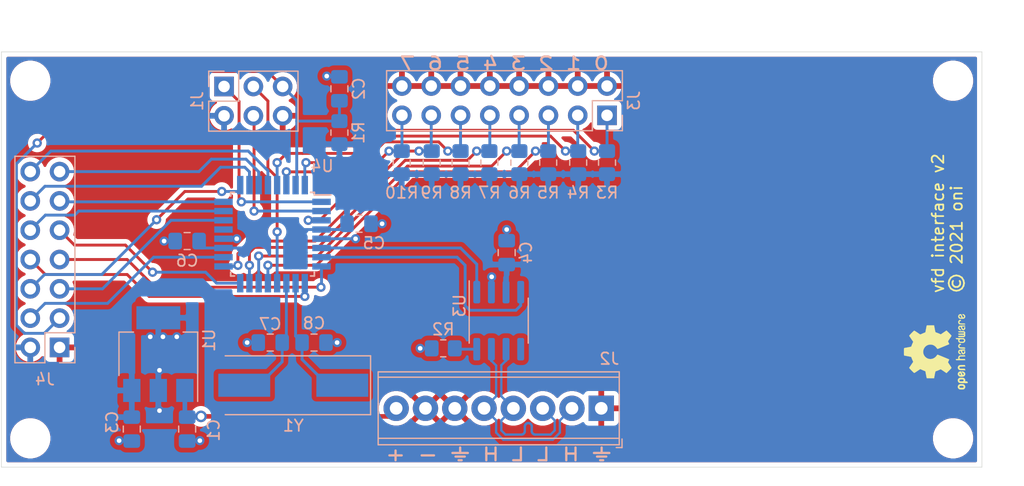
<source format=kicad_pcb>
(kicad_pcb (version 20171130) (host pcbnew 5.1.9+dfsg1-1)

  (general
    (thickness 1.6)
    (drawings 11)
    (tracks 302)
    (zones 0)
    (modules 31)
    (nets 34)
  )

  (page A4)
  (title_block
    (title "VFD Interface")
    (date 2021-03-11)
    (rev 2)
    (company "© 2021 oni")
  )

  (layers
    (0 F.Cu signal)
    (31 B.Cu signal)
    (32 B.Adhes user)
    (33 F.Adhes user)
    (34 B.Paste user)
    (35 F.Paste user)
    (36 B.SilkS user)
    (37 F.SilkS user)
    (38 B.Mask user)
    (39 F.Mask user)
    (40 Dwgs.User user)
    (41 Cmts.User user)
    (42 Eco1.User user)
    (43 Eco2.User user)
    (44 Edge.Cuts user)
    (45 Margin user)
    (46 B.CrtYd user)
    (47 F.CrtYd user)
    (48 B.Fab user hide)
    (49 F.Fab user hide)
  )

  (setup
    (last_trace_width 0.25)
    (trace_clearance 0.2)
    (zone_clearance 0.4)
    (zone_45_only no)
    (trace_min 0.2)
    (via_size 0.8)
    (via_drill 0.4)
    (via_min_size 0.4)
    (via_min_drill 0.3)
    (uvia_size 0.3)
    (uvia_drill 0.1)
    (uvias_allowed no)
    (uvia_min_size 0.2)
    (uvia_min_drill 0.1)
    (edge_width 0.05)
    (segment_width 0.2)
    (pcb_text_width 0.3)
    (pcb_text_size 1.5 1.5)
    (mod_edge_width 0.12)
    (mod_text_size 1 1)
    (mod_text_width 0.15)
    (pad_size 1.524 1.524)
    (pad_drill 0.762)
    (pad_to_mask_clearance 0)
    (aux_axis_origin 0 0)
    (visible_elements FFFFFF7F)
    (pcbplotparams
      (layerselection 0x010fc_ffffffff)
      (usegerberextensions false)
      (usegerberattributes true)
      (usegerberadvancedattributes true)
      (creategerberjobfile true)
      (excludeedgelayer true)
      (linewidth 0.100000)
      (plotframeref false)
      (viasonmask false)
      (mode 1)
      (useauxorigin false)
      (hpglpennumber 1)
      (hpglpenspeed 20)
      (hpglpendiameter 15.000000)
      (psnegative false)
      (psa4output false)
      (plotreference true)
      (plotvalue true)
      (plotinvisibletext false)
      (padsonsilk false)
      (subtractmaskfromsilk true)
      (outputformat 1)
      (mirror false)
      (drillshape 0)
      (scaleselection 1)
      (outputdirectory "plot"))
  )

  (net 0 "")
  (net 1 GND)
  (net 2 +12V)
  (net 3 /~RESET)
  (net 4 +5V)
  (net 5 "Net-(C7-Pad2)")
  (net 6 "Net-(C8-Pad2)")
  (net 7 /MOSI)
  (net 8 /SCK)
  (net 9 /MISO)
  (net 10 /CAN+)
  (net 11 /CAN-)
  (net 12 /BUTTON7)
  (net 13 /BUTTON6)
  (net 14 /BUTTON5)
  (net 15 /BUTTON4)
  (net 16 /BUTTON3)
  (net 17 /BUTTON2)
  (net 18 /BUTTON1)
  (net 19 /BUTTON0)
  (net 20 "Net-(R2-Pad1)")
  (net 21 /VFDDB7)
  (net 22 /VFDDB6)
  (net 23 /VFDDB5)
  (net 24 /VFDDB4)
  (net 25 /VFDDB3)
  (net 26 /VFDDB2)
  (net 27 /VFDDB1)
  (net 28 /VFDDB0)
  (net 29 /VFDE)
  (net 30 /VFDR~W)
  (net 31 /VFDRS)
  (net 32 /CANRX)
  (net 33 /CANTX)

  (net_class Default "This is the default net class."
    (clearance 0.2)
    (trace_width 0.25)
    (via_dia 0.8)
    (via_drill 0.4)
    (uvia_dia 0.3)
    (uvia_drill 0.1)
    (add_net +5V)
    (add_net /BUTTON0)
    (add_net /BUTTON1)
    (add_net /BUTTON2)
    (add_net /BUTTON3)
    (add_net /BUTTON4)
    (add_net /BUTTON5)
    (add_net /BUTTON6)
    (add_net /BUTTON7)
    (add_net /CAN+)
    (add_net /CAN-)
    (add_net /CANRX)
    (add_net /CANTX)
    (add_net /MISO)
    (add_net /MOSI)
    (add_net /SCK)
    (add_net /VFDDB0)
    (add_net /VFDDB1)
    (add_net /VFDDB2)
    (add_net /VFDDB3)
    (add_net /VFDDB4)
    (add_net /VFDDB5)
    (add_net /VFDDB6)
    (add_net /VFDDB7)
    (add_net /VFDE)
    (add_net /VFDRS)
    (add_net /VFDR~W)
    (add_net /~RESET)
    (add_net GND)
    (add_net "Net-(C7-Pad2)")
    (add_net "Net-(C8-Pad2)")
    (add_net "Net-(R2-Pad1)")
  )

  (net_class Power ""
    (clearance 0.2)
    (trace_width 0.4)
    (via_dia 1)
    (via_drill 0.6)
    (uvia_dia 0.3)
    (uvia_drill 0.1)
    (add_net +12V)
  )

  (module Symbol:OSHW-Logo2_7.3x6mm_SilkScreen (layer F.Cu) (tedit 0) (tstamp 60407F83)
    (at 206 76 90)
    (descr "Open Source Hardware Symbol")
    (tags "Logo Symbol OSHW")
    (path /6046A7CD)
    (attr virtual)
    (fp_text reference LOGO1 (at 0 0 90) (layer F.SilkS) hide
      (effects (font (size 1 1) (thickness 0.15)))
    )
    (fp_text value Logo_Open_Hardware_Small (at 0.75 0 90) (layer F.Fab) hide
      (effects (font (size 1 1) (thickness 0.15)))
    )
    (fp_poly (pts (xy 0.10391 -2.757652) (xy 0.182454 -2.757222) (xy 0.239298 -2.756058) (xy 0.278105 -2.753793)
      (xy 0.302538 -2.75006) (xy 0.316262 -2.744494) (xy 0.32294 -2.736727) (xy 0.326236 -2.726395)
      (xy 0.326556 -2.725057) (xy 0.331562 -2.700921) (xy 0.340829 -2.653299) (xy 0.353392 -2.587259)
      (xy 0.368287 -2.507872) (xy 0.384551 -2.420204) (xy 0.385119 -2.417125) (xy 0.40141 -2.331211)
      (xy 0.416652 -2.255304) (xy 0.429861 -2.193955) (xy 0.440054 -2.151718) (xy 0.446248 -2.133145)
      (xy 0.446543 -2.132816) (xy 0.464788 -2.123747) (xy 0.502405 -2.108633) (xy 0.551271 -2.090738)
      (xy 0.551543 -2.090642) (xy 0.613093 -2.067507) (xy 0.685657 -2.038035) (xy 0.754057 -2.008403)
      (xy 0.757294 -2.006938) (xy 0.868702 -1.956374) (xy 1.115399 -2.12484) (xy 1.191077 -2.176197)
      (xy 1.259631 -2.222111) (xy 1.317088 -2.25997) (xy 1.359476 -2.287163) (xy 1.382825 -2.301079)
      (xy 1.385042 -2.302111) (xy 1.40201 -2.297516) (xy 1.433701 -2.275345) (xy 1.481352 -2.234553)
      (xy 1.546198 -2.174095) (xy 1.612397 -2.109773) (xy 1.676214 -2.046388) (xy 1.733329 -1.988549)
      (xy 1.780305 -1.939825) (xy 1.813703 -1.90379) (xy 1.830085 -1.884016) (xy 1.830694 -1.882998)
      (xy 1.832505 -1.869428) (xy 1.825683 -1.847267) (xy 1.80854 -1.813522) (xy 1.779393 -1.7652)
      (xy 1.736555 -1.699308) (xy 1.679448 -1.614483) (xy 1.628766 -1.539823) (xy 1.583461 -1.47286)
      (xy 1.54615 -1.417484) (xy 1.519452 -1.37758) (xy 1.505985 -1.357038) (xy 1.505137 -1.355644)
      (xy 1.506781 -1.335962) (xy 1.519245 -1.297707) (xy 1.540048 -1.248111) (xy 1.547462 -1.232272)
      (xy 1.579814 -1.16171) (xy 1.614328 -1.081647) (xy 1.642365 -1.012371) (xy 1.662568 -0.960955)
      (xy 1.678615 -0.921881) (xy 1.687888 -0.901459) (xy 1.689041 -0.899886) (xy 1.706096 -0.897279)
      (xy 1.746298 -0.890137) (xy 1.804302 -0.879477) (xy 1.874763 -0.866315) (xy 1.952335 -0.851667)
      (xy 2.031672 -0.836551) (xy 2.107431 -0.821982) (xy 2.174264 -0.808978) (xy 2.226828 -0.798555)
      (xy 2.259776 -0.79173) (xy 2.267857 -0.789801) (xy 2.276205 -0.785038) (xy 2.282506 -0.774282)
      (xy 2.287045 -0.753902) (xy 2.290104 -0.720266) (xy 2.291967 -0.669745) (xy 2.292918 -0.598708)
      (xy 2.29324 -0.503524) (xy 2.293257 -0.464508) (xy 2.293257 -0.147201) (xy 2.217057 -0.132161)
      (xy 2.174663 -0.124005) (xy 2.1114 -0.112101) (xy 2.034962 -0.097884) (xy 1.953043 -0.08279)
      (xy 1.9304 -0.078645) (xy 1.854806 -0.063947) (xy 1.788953 -0.049495) (xy 1.738366 -0.036625)
      (xy 1.708574 -0.026678) (xy 1.703612 -0.023713) (xy 1.691426 -0.002717) (xy 1.673953 0.037967)
      (xy 1.654577 0.090322) (xy 1.650734 0.1016) (xy 1.625339 0.171523) (xy 1.593817 0.250418)
      (xy 1.562969 0.321266) (xy 1.562817 0.321595) (xy 1.511447 0.432733) (xy 1.680399 0.681253)
      (xy 1.849352 0.929772) (xy 1.632429 1.147058) (xy 1.566819 1.211726) (xy 1.506979 1.268733)
      (xy 1.456267 1.315033) (xy 1.418046 1.347584) (xy 1.395675 1.363343) (xy 1.392466 1.364343)
      (xy 1.373626 1.356469) (xy 1.33518 1.334578) (xy 1.28133 1.301267) (xy 1.216276 1.259131)
      (xy 1.14594 1.211943) (xy 1.074555 1.16381) (xy 1.010908 1.121928) (xy 0.959041 1.088871)
      (xy 0.922995 1.067218) (xy 0.906867 1.059543) (xy 0.887189 1.066037) (xy 0.849875 1.08315)
      (xy 0.802621 1.107326) (xy 0.797612 1.110013) (xy 0.733977 1.141927) (xy 0.690341 1.157579)
      (xy 0.663202 1.157745) (xy 0.649057 1.143204) (xy 0.648975 1.143) (xy 0.641905 1.125779)
      (xy 0.625042 1.084899) (xy 0.599695 1.023525) (xy 0.567171 0.944819) (xy 0.528778 0.851947)
      (xy 0.485822 0.748072) (xy 0.444222 0.647502) (xy 0.398504 0.536516) (xy 0.356526 0.433703)
      (xy 0.319548 0.342215) (xy 0.288827 0.265201) (xy 0.265622 0.205815) (xy 0.25119 0.167209)
      (xy 0.246743 0.1528) (xy 0.257896 0.136272) (xy 0.287069 0.10993) (xy 0.325971 0.080887)
      (xy 0.436757 -0.010961) (xy 0.523351 -0.116241) (xy 0.584716 -0.232734) (xy 0.619815 -0.358224)
      (xy 0.627608 -0.490493) (xy 0.621943 -0.551543) (xy 0.591078 -0.678205) (xy 0.53792 -0.790059)
      (xy 0.465767 -0.885999) (xy 0.377917 -0.964924) (xy 0.277665 -1.02573) (xy 0.16831 -1.067313)
      (xy 0.053147 -1.088572) (xy -0.064525 -1.088401) (xy -0.18141 -1.065699) (xy -0.294211 -1.019362)
      (xy -0.399631 -0.948287) (xy -0.443632 -0.908089) (xy -0.528021 -0.804871) (xy -0.586778 -0.692075)
      (xy -0.620296 -0.57299) (xy -0.628965 -0.450905) (xy -0.613177 -0.329107) (xy -0.573322 -0.210884)
      (xy -0.509793 -0.099525) (xy -0.422979 0.001684) (xy -0.325971 0.080887) (xy -0.285563 0.111162)
      (xy -0.257018 0.137219) (xy -0.246743 0.152825) (xy -0.252123 0.169843) (xy -0.267425 0.2105)
      (xy -0.291388 0.271642) (xy -0.322756 0.350119) (xy -0.360268 0.44278) (xy -0.402667 0.546472)
      (xy -0.444337 0.647526) (xy -0.49031 0.758607) (xy -0.532893 0.861541) (xy -0.570779 0.953165)
      (xy -0.60266 1.030316) (xy -0.627229 1.089831) (xy -0.64318 1.128544) (xy -0.64909 1.143)
      (xy -0.663052 1.157685) (xy -0.69006 1.157642) (xy -0.733587 1.142099) (xy -0.79711 1.110284)
      (xy -0.797612 1.110013) (xy -0.84544 1.085323) (xy -0.884103 1.067338) (xy -0.905905 1.059614)
      (xy -0.906867 1.059543) (xy -0.923279 1.067378) (xy -0.959513 1.089165) (xy -1.011526 1.122328)
      (xy -1.075275 1.164291) (xy -1.14594 1.211943) (xy -1.217884 1.260191) (xy -1.282726 1.302151)
      (xy -1.336265 1.335227) (xy -1.374303 1.356821) (xy -1.392467 1.364343) (xy -1.409192 1.354457)
      (xy -1.44282 1.326826) (xy -1.48999 1.284495) (xy -1.547342 1.230505) (xy -1.611516 1.167899)
      (xy -1.632503 1.146983) (xy -1.849501 0.929623) (xy -1.684332 0.68722) (xy -1.634136 0.612781)
      (xy -1.590081 0.545972) (xy -1.554638 0.490665) (xy -1.530281 0.450729) (xy -1.519478 0.430036)
      (xy -1.519162 0.428563) (xy -1.524857 0.409058) (xy -1.540174 0.369822) (xy -1.562463 0.31743)
      (xy -1.578107 0.282355) (xy -1.607359 0.215201) (xy -1.634906 0.147358) (xy -1.656263 0.090034)
      (xy -1.662065 0.072572) (xy -1.678548 0.025938) (xy -1.69466 -0.010095) (xy -1.70351 -0.023713)
      (xy -1.72304 -0.032048) (xy -1.765666 -0.043863) (xy -1.825855 -0.057819) (xy -1.898078 -0.072578)
      (xy -1.9304 -0.078645) (xy -2.012478 -0.093727) (xy -2.091205 -0.108331) (xy -2.158891 -0.12102)
      (xy -2.20784 -0.130358) (xy -2.217057 -0.132161) (xy -2.293257 -0.147201) (xy -2.293257 -0.464508)
      (xy -2.293086 -0.568846) (xy -2.292384 -0.647787) (xy -2.290866 -0.704962) (xy -2.288251 -0.744001)
      (xy -2.284254 -0.768535) (xy -2.278591 -0.782195) (xy -2.27098 -0.788611) (xy -2.267857 -0.789801)
      (xy -2.249022 -0.79402) (xy -2.207412 -0.802438) (xy -2.14837 -0.814039) (xy -2.077243 -0.827805)
      (xy -1.999375 -0.84272) (xy -1.920113 -0.857768) (xy -1.844802 -0.871931) (xy -1.778787 -0.884194)
      (xy -1.727413 -0.893539) (xy -1.696025 -0.89895) (xy -1.689041 -0.899886) (xy -1.682715 -0.912404)
      (xy -1.66871 -0.945754) (xy -1.649645 -0.993623) (xy -1.642366 -1.012371) (xy -1.613004 -1.084805)
      (xy -1.578429 -1.16483) (xy -1.547463 -1.232272) (xy -1.524677 -1.283841) (xy -1.509518 -1.326215)
      (xy -1.504458 -1.352166) (xy -1.505264 -1.355644) (xy -1.515959 -1.372064) (xy -1.54038 -1.408583)
      (xy -1.575905 -1.461313) (xy -1.619913 -1.526365) (xy -1.669783 -1.599849) (xy -1.679644 -1.614355)
      (xy -1.737508 -1.700296) (xy -1.780044 -1.765739) (xy -1.808946 -1.813696) (xy -1.82591 -1.84718)
      (xy -1.832633 -1.869205) (xy -1.83081 -1.882783) (xy -1.830764 -1.882869) (xy -1.816414 -1.900703)
      (xy -1.784677 -1.935183) (xy -1.73899 -1.982732) (xy -1.682796 -2.039778) (xy -1.619532 -2.102745)
      (xy -1.612398 -2.109773) (xy -1.53267 -2.18698) (xy -1.471143 -2.24367) (xy -1.426579 -2.28089)
      (xy -1.397743 -2.299685) (xy -1.385042 -2.302111) (xy -1.366506 -2.291529) (xy -1.328039 -2.267084)
      (xy -1.273614 -2.231388) (xy -1.207202 -2.187053) (xy -1.132775 -2.136689) (xy -1.115399 -2.12484)
      (xy -0.868703 -1.956374) (xy -0.757294 -2.006938) (xy -0.689543 -2.036405) (xy -0.616817 -2.066041)
      (xy -0.554297 -2.08967) (xy -0.551543 -2.090642) (xy -0.50264 -2.108543) (xy -0.464943 -2.12368)
      (xy -0.446575 -2.13279) (xy -0.446544 -2.132816) (xy -0.440715 -2.149283) (xy -0.430808 -2.189781)
      (xy -0.417805 -2.249758) (xy -0.402691 -2.32466) (xy -0.386448 -2.409936) (xy -0.385119 -2.417125)
      (xy -0.368825 -2.504986) (xy -0.353867 -2.58474) (xy -0.341209 -2.651319) (xy -0.331814 -2.699653)
      (xy -0.326646 -2.724675) (xy -0.326556 -2.725057) (xy -0.323411 -2.735701) (xy -0.317296 -2.743738)
      (xy -0.304547 -2.749533) (xy -0.2815 -2.753453) (xy -0.244491 -2.755865) (xy -0.189856 -2.757135)
      (xy -0.113933 -2.757629) (xy -0.013056 -2.757714) (xy 0 -2.757714) (xy 0.10391 -2.757652)) (layer F.SilkS) (width 0.01))
    (fp_poly (pts (xy 3.153595 1.966966) (xy 3.211021 2.004497) (xy 3.238719 2.038096) (xy 3.260662 2.099064)
      (xy 3.262405 2.147308) (xy 3.258457 2.211816) (xy 3.109686 2.276934) (xy 3.037349 2.310202)
      (xy 2.990084 2.336964) (xy 2.965507 2.360144) (xy 2.961237 2.382667) (xy 2.974889 2.407455)
      (xy 2.989943 2.423886) (xy 3.033746 2.450235) (xy 3.081389 2.452081) (xy 3.125145 2.431546)
      (xy 3.157289 2.390752) (xy 3.163038 2.376347) (xy 3.190576 2.331356) (xy 3.222258 2.312182)
      (xy 3.265714 2.295779) (xy 3.265714 2.357966) (xy 3.261872 2.400283) (xy 3.246823 2.435969)
      (xy 3.21528 2.476943) (xy 3.210592 2.482267) (xy 3.175506 2.51872) (xy 3.145347 2.538283)
      (xy 3.107615 2.547283) (xy 3.076335 2.55023) (xy 3.020385 2.550965) (xy 2.980555 2.54166)
      (xy 2.955708 2.527846) (xy 2.916656 2.497467) (xy 2.889625 2.464613) (xy 2.872517 2.423294)
      (xy 2.863238 2.367521) (xy 2.859693 2.291305) (xy 2.85941 2.252622) (xy 2.860372 2.206247)
      (xy 2.948007 2.206247) (xy 2.949023 2.231126) (xy 2.951556 2.2352) (xy 2.968274 2.229665)
      (xy 3.004249 2.215017) (xy 3.052331 2.19419) (xy 3.062386 2.189714) (xy 3.123152 2.158814)
      (xy 3.156632 2.131657) (xy 3.16399 2.10622) (xy 3.146391 2.080481) (xy 3.131856 2.069109)
      (xy 3.07941 2.046364) (xy 3.030322 2.050122) (xy 2.989227 2.077884) (xy 2.960758 2.127152)
      (xy 2.951631 2.166257) (xy 2.948007 2.206247) (xy 2.860372 2.206247) (xy 2.861285 2.162249)
      (xy 2.868196 2.095384) (xy 2.881884 2.046695) (xy 2.904096 2.010849) (xy 2.936574 1.982513)
      (xy 2.950733 1.973355) (xy 3.015053 1.949507) (xy 3.085473 1.948006) (xy 3.153595 1.966966)) (layer F.SilkS) (width 0.01))
    (fp_poly (pts (xy 2.6526 1.958752) (xy 2.669948 1.966334) (xy 2.711356 1.999128) (xy 2.746765 2.046547)
      (xy 2.768664 2.097151) (xy 2.772229 2.122098) (xy 2.760279 2.156927) (xy 2.734067 2.175357)
      (xy 2.705964 2.186516) (xy 2.693095 2.188572) (xy 2.686829 2.173649) (xy 2.674456 2.141175)
      (xy 2.669028 2.126502) (xy 2.63859 2.075744) (xy 2.59452 2.050427) (xy 2.53801 2.051206)
      (xy 2.533825 2.052203) (xy 2.503655 2.066507) (xy 2.481476 2.094393) (xy 2.466327 2.139287)
      (xy 2.45725 2.204615) (xy 2.453286 2.293804) (xy 2.452914 2.341261) (xy 2.45273 2.416071)
      (xy 2.451522 2.467069) (xy 2.448309 2.499471) (xy 2.442109 2.518495) (xy 2.43194 2.529356)
      (xy 2.416819 2.537272) (xy 2.415946 2.53767) (xy 2.386828 2.549981) (xy 2.372403 2.554514)
      (xy 2.370186 2.540809) (xy 2.368289 2.502925) (xy 2.366847 2.445715) (xy 2.365998 2.374027)
      (xy 2.365829 2.321565) (xy 2.366692 2.220047) (xy 2.37007 2.143032) (xy 2.377142 2.086023)
      (xy 2.389088 2.044526) (xy 2.40709 2.014043) (xy 2.432327 1.99008) (xy 2.457247 1.973355)
      (xy 2.517171 1.951097) (xy 2.586911 1.946076) (xy 2.6526 1.958752)) (layer F.SilkS) (width 0.01))
    (fp_poly (pts (xy 2.144876 1.956335) (xy 2.186667 1.975344) (xy 2.219469 1.998378) (xy 2.243503 2.024133)
      (xy 2.260097 2.057358) (xy 2.270577 2.1028) (xy 2.276271 2.165207) (xy 2.278507 2.249327)
      (xy 2.278743 2.304721) (xy 2.278743 2.520826) (xy 2.241774 2.53767) (xy 2.212656 2.549981)
      (xy 2.198231 2.554514) (xy 2.195472 2.541025) (xy 2.193282 2.504653) (xy 2.191942 2.451542)
      (xy 2.191657 2.409372) (xy 2.190434 2.348447) (xy 2.187136 2.300115) (xy 2.182321 2.270518)
      (xy 2.178496 2.264229) (xy 2.152783 2.270652) (xy 2.112418 2.287125) (xy 2.065679 2.309458)
      (xy 2.020845 2.333457) (xy 1.986193 2.35493) (xy 1.970002 2.369685) (xy 1.969938 2.369845)
      (xy 1.97133 2.397152) (xy 1.983818 2.423219) (xy 2.005743 2.444392) (xy 2.037743 2.451474)
      (xy 2.065092 2.450649) (xy 2.103826 2.450042) (xy 2.124158 2.459116) (xy 2.136369 2.483092)
      (xy 2.137909 2.487613) (xy 2.143203 2.521806) (xy 2.129047 2.542568) (xy 2.092148 2.552462)
      (xy 2.052289 2.554292) (xy 1.980562 2.540727) (xy 1.943432 2.521355) (xy 1.897576 2.475845)
      (xy 1.873256 2.419983) (xy 1.871073 2.360957) (xy 1.891629 2.305953) (xy 1.922549 2.271486)
      (xy 1.95342 2.252189) (xy 2.001942 2.227759) (xy 2.058485 2.202985) (xy 2.06791 2.199199)
      (xy 2.130019 2.171791) (xy 2.165822 2.147634) (xy 2.177337 2.123619) (xy 2.16658 2.096635)
      (xy 2.148114 2.075543) (xy 2.104469 2.049572) (xy 2.056446 2.047624) (xy 2.012406 2.067637)
      (xy 1.980709 2.107551) (xy 1.976549 2.117848) (xy 1.952327 2.155724) (xy 1.916965 2.183842)
      (xy 1.872343 2.206917) (xy 1.872343 2.141485) (xy 1.874969 2.101506) (xy 1.88623 2.069997)
      (xy 1.911199 2.036378) (xy 1.935169 2.010484) (xy 1.972441 1.973817) (xy 2.001401 1.954121)
      (xy 2.032505 1.94622) (xy 2.067713 1.944914) (xy 2.144876 1.956335)) (layer F.SilkS) (width 0.01))
    (fp_poly (pts (xy 1.779833 1.958663) (xy 1.782048 1.99685) (xy 1.783784 2.054886) (xy 1.784899 2.12818)
      (xy 1.785257 2.205055) (xy 1.785257 2.465196) (xy 1.739326 2.511127) (xy 1.707675 2.539429)
      (xy 1.67989 2.550893) (xy 1.641915 2.550168) (xy 1.62684 2.548321) (xy 1.579726 2.542948)
      (xy 1.540756 2.539869) (xy 1.531257 2.539585) (xy 1.499233 2.541445) (xy 1.453432 2.546114)
      (xy 1.435674 2.548321) (xy 1.392057 2.551735) (xy 1.362745 2.54432) (xy 1.33368 2.521427)
      (xy 1.323188 2.511127) (xy 1.277257 2.465196) (xy 1.277257 1.978602) (xy 1.314226 1.961758)
      (xy 1.346059 1.949282) (xy 1.364683 1.944914) (xy 1.369458 1.958718) (xy 1.373921 1.997286)
      (xy 1.377775 2.056356) (xy 1.380722 2.131663) (xy 1.382143 2.195286) (xy 1.386114 2.445657)
      (xy 1.420759 2.450556) (xy 1.452268 2.447131) (xy 1.467708 2.436041) (xy 1.472023 2.415308)
      (xy 1.475708 2.371145) (xy 1.478469 2.309146) (xy 1.480012 2.234909) (xy 1.480235 2.196706)
      (xy 1.480457 1.976783) (xy 1.526166 1.960849) (xy 1.558518 1.950015) (xy 1.576115 1.944962)
      (xy 1.576623 1.944914) (xy 1.578388 1.958648) (xy 1.580329 1.99673) (xy 1.582282 2.054482)
      (xy 1.584084 2.127227) (xy 1.585343 2.195286) (xy 1.589314 2.445657) (xy 1.6764 2.445657)
      (xy 1.680396 2.21724) (xy 1.684392 1.988822) (xy 1.726847 1.966868) (xy 1.758192 1.951793)
      (xy 1.776744 1.944951) (xy 1.777279 1.944914) (xy 1.779833 1.958663)) (layer F.SilkS) (width 0.01))
    (fp_poly (pts (xy 1.190117 2.065358) (xy 1.189933 2.173837) (xy 1.189219 2.257287) (xy 1.187675 2.319704)
      (xy 1.185001 2.365085) (xy 1.180894 2.397429) (xy 1.175055 2.420733) (xy 1.167182 2.438995)
      (xy 1.161221 2.449418) (xy 1.111855 2.505945) (xy 1.049264 2.541377) (xy 0.980013 2.55409)
      (xy 0.910668 2.542463) (xy 0.869375 2.521568) (xy 0.826025 2.485422) (xy 0.796481 2.441276)
      (xy 0.778655 2.383462) (xy 0.770463 2.306313) (xy 0.769302 2.249714) (xy 0.769458 2.245647)
      (xy 0.870857 2.245647) (xy 0.871476 2.31055) (xy 0.874314 2.353514) (xy 0.88084 2.381622)
      (xy 0.892523 2.401953) (xy 0.906483 2.417288) (xy 0.953365 2.44689) (xy 1.003701 2.449419)
      (xy 1.051276 2.424705) (xy 1.054979 2.421356) (xy 1.070783 2.403935) (xy 1.080693 2.383209)
      (xy 1.086058 2.352362) (xy 1.088228 2.304577) (xy 1.088571 2.251748) (xy 1.087827 2.185381)
      (xy 1.084748 2.141106) (xy 1.078061 2.112009) (xy 1.066496 2.091173) (xy 1.057013 2.080107)
      (xy 1.01296 2.052198) (xy 0.962224 2.048843) (xy 0.913796 2.070159) (xy 0.90445 2.078073)
      (xy 0.88854 2.095647) (xy 0.87861 2.116587) (xy 0.873278 2.147782) (xy 0.871163 2.196122)
      (xy 0.870857 2.245647) (xy 0.769458 2.245647) (xy 0.77281 2.158568) (xy 0.784726 2.090086)
      (xy 0.807135 2.0386) (xy 0.842124 1.998443) (xy 0.869375 1.977861) (xy 0.918907 1.955625)
      (xy 0.976316 1.945304) (xy 1.029682 1.948067) (xy 1.059543 1.959212) (xy 1.071261 1.962383)
      (xy 1.079037 1.950557) (xy 1.084465 1.918866) (xy 1.088571 1.870593) (xy 1.093067 1.816829)
      (xy 1.099313 1.784482) (xy 1.110676 1.765985) (xy 1.130528 1.75377) (xy 1.143 1.748362)
      (xy 1.190171 1.728601) (xy 1.190117 2.065358)) (layer F.SilkS) (width 0.01))
    (fp_poly (pts (xy 0.529926 1.949755) (xy 0.595858 1.974084) (xy 0.649273 2.017117) (xy 0.670164 2.047409)
      (xy 0.692939 2.102994) (xy 0.692466 2.143186) (xy 0.668562 2.170217) (xy 0.659717 2.174813)
      (xy 0.62153 2.189144) (xy 0.602028 2.185472) (xy 0.595422 2.161407) (xy 0.595086 2.148114)
      (xy 0.582992 2.09921) (xy 0.551471 2.064999) (xy 0.507659 2.048476) (xy 0.458695 2.052634)
      (xy 0.418894 2.074227) (xy 0.40545 2.086544) (xy 0.395921 2.101487) (xy 0.389485 2.124075)
      (xy 0.385317 2.159328) (xy 0.382597 2.212266) (xy 0.380502 2.287907) (xy 0.37996 2.311857)
      (xy 0.377981 2.39379) (xy 0.375731 2.451455) (xy 0.372357 2.489608) (xy 0.367006 2.513004)
      (xy 0.358824 2.526398) (xy 0.346959 2.534545) (xy 0.339362 2.538144) (xy 0.307102 2.550452)
      (xy 0.288111 2.554514) (xy 0.281836 2.540948) (xy 0.278006 2.499934) (xy 0.2766 2.430999)
      (xy 0.277598 2.333669) (xy 0.277908 2.318657) (xy 0.280101 2.229859) (xy 0.282693 2.165019)
      (xy 0.286382 2.119067) (xy 0.291864 2.086935) (xy 0.299835 2.063553) (xy 0.310993 2.043852)
      (xy 0.31683 2.03541) (xy 0.350296 1.998057) (xy 0.387727 1.969003) (xy 0.392309 1.966467)
      (xy 0.459426 1.946443) (xy 0.529926 1.949755)) (layer F.SilkS) (width 0.01))
    (fp_poly (pts (xy 0.039744 1.950968) (xy 0.096616 1.972087) (xy 0.097267 1.972493) (xy 0.13244 1.99838)
      (xy 0.158407 2.028633) (xy 0.17667 2.068058) (xy 0.188732 2.121462) (xy 0.196096 2.193651)
      (xy 0.200264 2.289432) (xy 0.200629 2.303078) (xy 0.205876 2.508842) (xy 0.161716 2.531678)
      (xy 0.129763 2.54711) (xy 0.11047 2.554423) (xy 0.109578 2.554514) (xy 0.106239 2.541022)
      (xy 0.103587 2.504626) (xy 0.101956 2.451452) (xy 0.1016 2.408393) (xy 0.101592 2.338641)
      (xy 0.098403 2.294837) (xy 0.087288 2.273944) (xy 0.063501 2.272925) (xy 0.022296 2.288741)
      (xy -0.039914 2.317815) (xy -0.085659 2.341963) (xy -0.109187 2.362913) (xy -0.116104 2.385747)
      (xy -0.116114 2.386877) (xy -0.104701 2.426212) (xy -0.070908 2.447462) (xy -0.019191 2.450539)
      (xy 0.018061 2.450006) (xy 0.037703 2.460735) (xy 0.049952 2.486505) (xy 0.057002 2.519337)
      (xy 0.046842 2.537966) (xy 0.043017 2.540632) (xy 0.007001 2.55134) (xy -0.043434 2.552856)
      (xy -0.095374 2.545759) (xy -0.132178 2.532788) (xy -0.183062 2.489585) (xy -0.211986 2.429446)
      (xy -0.217714 2.382462) (xy -0.213343 2.340082) (xy -0.197525 2.305488) (xy -0.166203 2.274763)
      (xy -0.115322 2.24399) (xy -0.040824 2.209252) (xy -0.036286 2.207288) (xy 0.030821 2.176287)
      (xy 0.072232 2.150862) (xy 0.089981 2.128014) (xy 0.086107 2.104745) (xy 0.062643 2.078056)
      (xy 0.055627 2.071914) (xy 0.00863 2.0481) (xy -0.040067 2.049103) (xy -0.082478 2.072451)
      (xy -0.110616 2.115675) (xy -0.113231 2.12416) (xy -0.138692 2.165308) (xy -0.170999 2.185128)
      (xy -0.217714 2.20477) (xy -0.217714 2.15395) (xy -0.203504 2.080082) (xy -0.161325 2.012327)
      (xy -0.139376 1.989661) (xy -0.089483 1.960569) (xy -0.026033 1.9474) (xy 0.039744 1.950968)) (layer F.SilkS) (width 0.01))
    (fp_poly (pts (xy -0.624114 1.851289) (xy -0.619861 1.910613) (xy -0.614975 1.945572) (xy -0.608205 1.96082)
      (xy -0.598298 1.961015) (xy -0.595086 1.959195) (xy -0.552356 1.946015) (xy -0.496773 1.946785)
      (xy -0.440263 1.960333) (xy -0.404918 1.977861) (xy -0.368679 2.005861) (xy -0.342187 2.037549)
      (xy -0.324001 2.077813) (xy -0.312678 2.131543) (xy -0.306778 2.203626) (xy -0.304857 2.298951)
      (xy -0.304823 2.317237) (xy -0.3048 2.522646) (xy -0.350509 2.53858) (xy -0.382973 2.54942)
      (xy -0.400785 2.554468) (xy -0.401309 2.554514) (xy -0.403063 2.540828) (xy -0.404556 2.503076)
      (xy -0.405674 2.446224) (xy -0.406303 2.375234) (xy -0.4064 2.332073) (xy -0.406602 2.246973)
      (xy -0.407642 2.185981) (xy -0.410169 2.144177) (xy -0.414836 2.116642) (xy -0.422293 2.098456)
      (xy -0.433189 2.084698) (xy -0.439993 2.078073) (xy -0.486728 2.051375) (xy -0.537728 2.049375)
      (xy -0.583999 2.071955) (xy -0.592556 2.080107) (xy -0.605107 2.095436) (xy -0.613812 2.113618)
      (xy -0.619369 2.139909) (xy -0.622474 2.179562) (xy -0.623824 2.237832) (xy -0.624114 2.318173)
      (xy -0.624114 2.522646) (xy -0.669823 2.53858) (xy -0.702287 2.54942) (xy -0.720099 2.554468)
      (xy -0.720623 2.554514) (xy -0.721963 2.540623) (xy -0.723172 2.501439) (xy -0.724199 2.4407)
      (xy -0.724998 2.362141) (xy -0.725519 2.269498) (xy -0.725714 2.166509) (xy -0.725714 1.769342)
      (xy -0.678543 1.749444) (xy -0.631371 1.729547) (xy -0.624114 1.851289)) (layer F.SilkS) (width 0.01))
    (fp_poly (pts (xy -1.831697 1.931239) (xy -1.774473 1.969735) (xy -1.730251 2.025335) (xy -1.703833 2.096086)
      (xy -1.69849 2.148162) (xy -1.699097 2.169893) (xy -1.704178 2.186531) (xy -1.718145 2.201437)
      (xy -1.745411 2.217973) (xy -1.790388 2.239498) (xy -1.857489 2.269374) (xy -1.857829 2.269524)
      (xy -1.919593 2.297813) (xy -1.970241 2.322933) (xy -2.004596 2.342179) (xy -2.017482 2.352848)
      (xy -2.017486 2.352934) (xy -2.006128 2.376166) (xy -1.979569 2.401774) (xy -1.949077 2.420221)
      (xy -1.93363 2.423886) (xy -1.891485 2.411212) (xy -1.855192 2.379471) (xy -1.837483 2.344572)
      (xy -1.820448 2.318845) (xy -1.787078 2.289546) (xy -1.747851 2.264235) (xy -1.713244 2.250471)
      (xy -1.706007 2.249714) (xy -1.697861 2.26216) (xy -1.69737 2.293972) (xy -1.703357 2.336866)
      (xy -1.714643 2.382558) (xy -1.73005 2.422761) (xy -1.730829 2.424322) (xy -1.777196 2.489062)
      (xy -1.837289 2.533097) (xy -1.905535 2.554711) (xy -1.976362 2.552185) (xy -2.044196 2.523804)
      (xy -2.047212 2.521808) (xy -2.100573 2.473448) (xy -2.13566 2.410352) (xy -2.155078 2.327387)
      (xy -2.157684 2.304078) (xy -2.162299 2.194055) (xy -2.156767 2.142748) (xy -2.017486 2.142748)
      (xy -2.015676 2.174753) (xy -2.005778 2.184093) (xy -1.981102 2.177105) (xy -1.942205 2.160587)
      (xy -1.898725 2.139881) (xy -1.897644 2.139333) (xy -1.860791 2.119949) (xy -1.846 2.107013)
      (xy -1.849647 2.093451) (xy -1.865005 2.075632) (xy -1.904077 2.049845) (xy -1.946154 2.04795)
      (xy -1.983897 2.066717) (xy -2.009966 2.102915) (xy -2.017486 2.142748) (xy -2.156767 2.142748)
      (xy -2.152806 2.106027) (xy -2.12845 2.036212) (xy -2.094544 1.987302) (xy -2.033347 1.937878)
      (xy -1.965937 1.913359) (xy -1.89712 1.911797) (xy -1.831697 1.931239)) (layer F.SilkS) (width 0.01))
    (fp_poly (pts (xy -2.958885 1.921962) (xy -2.890855 1.957733) (xy -2.840649 2.015301) (xy -2.822815 2.052312)
      (xy -2.808937 2.107882) (xy -2.801833 2.178096) (xy -2.80116 2.254727) (xy -2.806573 2.329552)
      (xy -2.81773 2.394342) (xy -2.834286 2.440873) (xy -2.839374 2.448887) (xy -2.899645 2.508707)
      (xy -2.971231 2.544535) (xy -3.048908 2.55502) (xy -3.127452 2.53881) (xy -3.149311 2.529092)
      (xy -3.191878 2.499143) (xy -3.229237 2.459433) (xy -3.232768 2.454397) (xy -3.247119 2.430124)
      (xy -3.256606 2.404178) (xy -3.26221 2.370022) (xy -3.264914 2.321119) (xy -3.265701 2.250935)
      (xy -3.265714 2.2352) (xy -3.265678 2.230192) (xy -3.120571 2.230192) (xy -3.119727 2.29643)
      (xy -3.116404 2.340386) (xy -3.109417 2.368779) (xy -3.097584 2.388325) (xy -3.091543 2.394857)
      (xy -3.056814 2.41968) (xy -3.023097 2.418548) (xy -2.989005 2.397016) (xy -2.968671 2.374029)
      (xy -2.956629 2.340478) (xy -2.949866 2.287569) (xy -2.949402 2.281399) (xy -2.948248 2.185513)
      (xy -2.960312 2.114299) (xy -2.98543 2.068194) (xy -3.02344 2.047635) (xy -3.037008 2.046514)
      (xy -3.072636 2.052152) (xy -3.097006 2.071686) (xy -3.111907 2.109042) (xy -3.119125 2.16815)
      (xy -3.120571 2.230192) (xy -3.265678 2.230192) (xy -3.265174 2.160413) (xy -3.262904 2.108159)
      (xy -3.257932 2.071949) (xy -3.249287 2.045299) (xy -3.235995 2.021722) (xy -3.233057 2.017338)
      (xy -3.183687 1.958249) (xy -3.129891 1.923947) (xy -3.064398 1.910331) (xy -3.042158 1.909665)
      (xy -2.958885 1.921962)) (layer F.SilkS) (width 0.01))
    (fp_poly (pts (xy -1.283907 1.92778) (xy -1.237328 1.954723) (xy -1.204943 1.981466) (xy -1.181258 2.009484)
      (xy -1.164941 2.043748) (xy -1.154661 2.089227) (xy -1.149086 2.150892) (xy -1.146884 2.233711)
      (xy -1.146629 2.293246) (xy -1.146629 2.512391) (xy -1.208314 2.540044) (xy -1.27 2.567697)
      (xy -1.277257 2.32767) (xy -1.280256 2.238028) (xy -1.283402 2.172962) (xy -1.287299 2.128026)
      (xy -1.292553 2.09877) (xy -1.299769 2.080748) (xy -1.30955 2.069511) (xy -1.312688 2.067079)
      (xy -1.360239 2.048083) (xy -1.408303 2.0556) (xy -1.436914 2.075543) (xy -1.448553 2.089675)
      (xy -1.456609 2.10822) (xy -1.461729 2.136334) (xy -1.464559 2.179173) (xy -1.465744 2.241895)
      (xy -1.465943 2.307261) (xy -1.465982 2.389268) (xy -1.467386 2.447316) (xy -1.472086 2.486465)
      (xy -1.482013 2.51178) (xy -1.499097 2.528323) (xy -1.525268 2.541156) (xy -1.560225 2.554491)
      (xy -1.598404 2.569007) (xy -1.593859 2.311389) (xy -1.592029 2.218519) (xy -1.589888 2.149889)
      (xy -1.586819 2.100711) (xy -1.582206 2.066198) (xy -1.575432 2.041562) (xy -1.565881 2.022016)
      (xy -1.554366 2.00477) (xy -1.49881 1.94968) (xy -1.43102 1.917822) (xy -1.357287 1.910191)
      (xy -1.283907 1.92778)) (layer F.SilkS) (width 0.01))
    (fp_poly (pts (xy -2.400256 1.919918) (xy -2.344799 1.947568) (xy -2.295852 1.99848) (xy -2.282371 2.017338)
      (xy -2.267686 2.042015) (xy -2.258158 2.068816) (xy -2.252707 2.104587) (xy -2.250253 2.156169)
      (xy -2.249714 2.224267) (xy -2.252148 2.317588) (xy -2.260606 2.387657) (xy -2.276826 2.439931)
      (xy -2.302546 2.479869) (xy -2.339503 2.512929) (xy -2.342218 2.514886) (xy -2.37864 2.534908)
      (xy -2.422498 2.544815) (xy -2.478276 2.547257) (xy -2.568952 2.547257) (xy -2.56899 2.635283)
      (xy -2.569834 2.684308) (xy -2.574976 2.713065) (xy -2.588413 2.730311) (xy -2.614142 2.744808)
      (xy -2.620321 2.747769) (xy -2.649236 2.761648) (xy -2.671624 2.770414) (xy -2.688271 2.771171)
      (xy -2.699964 2.761023) (xy -2.70749 2.737073) (xy -2.711634 2.696426) (xy -2.713185 2.636186)
      (xy -2.712929 2.553455) (xy -2.711651 2.445339) (xy -2.711252 2.413) (xy -2.709815 2.301524)
      (xy -2.708528 2.228603) (xy -2.569029 2.228603) (xy -2.568245 2.290499) (xy -2.56476 2.330997)
      (xy -2.556876 2.357708) (xy -2.542895 2.378244) (xy -2.533403 2.38826) (xy -2.494596 2.417567)
      (xy -2.460237 2.419952) (xy -2.424784 2.39575) (xy -2.423886 2.394857) (xy -2.409461 2.376153)
      (xy -2.400687 2.350732) (xy -2.396261 2.311584) (xy -2.394882 2.251697) (xy -2.394857 2.23843)
      (xy -2.398188 2.155901) (xy -2.409031 2.098691) (xy -2.42866 2.063766) (xy -2.45835 2.048094)
      (xy -2.475509 2.046514) (xy -2.516234 2.053926) (xy -2.544168 2.07833) (xy -2.560983 2.12298)
      (xy -2.56835 2.19113) (xy -2.569029 2.228603) (xy -2.708528 2.228603) (xy -2.708292 2.215245)
      (xy -2.706323 2.150333) (xy -2.70355 2.102958) (xy -2.699612 2.06929) (xy -2.694151 2.045498)
      (xy -2.686808 2.027753) (xy -2.677223 2.012224) (xy -2.673113 2.006381) (xy -2.618595 1.951185)
      (xy -2.549664 1.91989) (xy -2.469928 1.911165) (xy -2.400256 1.919918)) (layer F.SilkS) (width 0.01))
  )

  (module Package_QFP:TQFP-32_7x7mm_P0.8mm (layer B.Cu) (tedit 5A02F146) (tstamp 604018FB)
    (at 148.5 65.8 180)
    (descr "32-Lead Plastic Thin Quad Flatpack (PT) - 7x7x1.0 mm Body, 2.00 mm [TQFP] (see Microchip Packaging Specification 00000049BS.pdf)")
    (tags "QFP 0.8")
    (path /603EAA33)
    (attr smd)
    (fp_text reference U4 (at -4.3 5.9) (layer B.SilkS)
      (effects (font (size 1 1) (thickness 0.15)) (justify mirror))
    )
    (fp_text value ATmega32M1-AU (at 0 -6.05) (layer B.Fab)
      (effects (font (size 1 1) (thickness 0.15)) (justify mirror))
    )
    (fp_line (start -3.625 3.4) (end -5.05 3.4) (layer B.SilkS) (width 0.15))
    (fp_line (start 3.625 3.625) (end 3.3 3.625) (layer B.SilkS) (width 0.15))
    (fp_line (start 3.625 -3.625) (end 3.3 -3.625) (layer B.SilkS) (width 0.15))
    (fp_line (start -3.625 -3.625) (end -3.3 -3.625) (layer B.SilkS) (width 0.15))
    (fp_line (start -3.625 3.625) (end -3.3 3.625) (layer B.SilkS) (width 0.15))
    (fp_line (start -3.625 -3.625) (end -3.625 -3.3) (layer B.SilkS) (width 0.15))
    (fp_line (start 3.625 -3.625) (end 3.625 -3.3) (layer B.SilkS) (width 0.15))
    (fp_line (start 3.625 3.625) (end 3.625 3.3) (layer B.SilkS) (width 0.15))
    (fp_line (start -3.625 3.625) (end -3.625 3.4) (layer B.SilkS) (width 0.15))
    (fp_line (start -5.3 -5.3) (end 5.3 -5.3) (layer B.CrtYd) (width 0.05))
    (fp_line (start -5.3 5.3) (end 5.3 5.3) (layer B.CrtYd) (width 0.05))
    (fp_line (start 5.3 5.3) (end 5.3 -5.3) (layer B.CrtYd) (width 0.05))
    (fp_line (start -5.3 5.3) (end -5.3 -5.3) (layer B.CrtYd) (width 0.05))
    (fp_line (start -3.5 2.5) (end -2.5 3.5) (layer B.Fab) (width 0.15))
    (fp_line (start -3.5 -3.5) (end -3.5 2.5) (layer B.Fab) (width 0.15))
    (fp_line (start 3.5 -3.5) (end -3.5 -3.5) (layer B.Fab) (width 0.15))
    (fp_line (start 3.5 3.5) (end 3.5 -3.5) (layer B.Fab) (width 0.15))
    (fp_line (start -2.5 3.5) (end 3.5 3.5) (layer B.Fab) (width 0.15))
    (fp_text user %R (at 0 0) (layer B.Fab)
      (effects (font (size 1 1) (thickness 0.15)) (justify mirror))
    )
    (pad 32 smd rect (at -2.8 4.25 90) (size 1.6 0.55) (layers B.Cu B.Paste B.Mask)
      (net 18 /BUTTON1))
    (pad 31 smd rect (at -2 4.25 90) (size 1.6 0.55) (layers B.Cu B.Paste B.Mask)
      (net 3 /~RESET))
    (pad 30 smd rect (at -1.2 4.25 90) (size 1.6 0.55) (layers B.Cu B.Paste B.Mask)
      (net 14 /BUTTON5))
    (pad 29 smd rect (at -0.4 4.25 90) (size 1.6 0.55) (layers B.Cu B.Paste B.Mask)
      (net 19 /BUTTON0))
    (pad 28 smd rect (at 0.4 4.25 90) (size 1.6 0.55) (layers B.Cu B.Paste B.Mask)
      (net 21 /VFDDB7))
    (pad 27 smd rect (at 1.2 4.25 90) (size 1.6 0.55) (layers B.Cu B.Paste B.Mask)
      (net 22 /VFDDB6))
    (pad 26 smd rect (at 2 4.25 90) (size 1.6 0.55) (layers B.Cu B.Paste B.Mask)
      (net 23 /VFDDB5))
    (pad 25 smd rect (at 2.8 4.25 90) (size 1.6 0.55) (layers B.Cu B.Paste B.Mask)
      (net 29 /VFDE))
    (pad 24 smd rect (at 4.25 2.8 180) (size 1.6 0.55) (layers B.Cu B.Paste B.Mask)
      (net 24 /VFDDB4))
    (pad 23 smd rect (at 4.25 2 180) (size 1.6 0.55) (layers B.Cu B.Paste B.Mask)
      (net 25 /VFDDB3))
    (pad 22 smd rect (at 4.25 1.2 180) (size 1.6 0.55) (layers B.Cu B.Paste B.Mask)
      (net 30 /VFDR~W))
    (pad 21 smd rect (at 4.25 0.4 180) (size 1.6 0.55) (layers B.Cu B.Paste B.Mask))
    (pad 20 smd rect (at 4.25 -0.4 180) (size 1.6 0.55) (layers B.Cu B.Paste B.Mask)
      (net 1 GND))
    (pad 19 smd rect (at 4.25 -1.2 180) (size 1.6 0.55) (layers B.Cu B.Paste B.Mask)
      (net 4 +5V))
    (pad 18 smd rect (at 4.25 -2 180) (size 1.6 0.55) (layers B.Cu B.Paste B.Mask)
      (net 31 /VFDRS))
    (pad 17 smd rect (at 4.25 -2.8 180) (size 1.6 0.55) (layers B.Cu B.Paste B.Mask)
      (net 13 /BUTTON6))
    (pad 16 smd rect (at 2.8 -4.25 90) (size 1.6 0.55) (layers B.Cu B.Paste B.Mask)
      (net 26 /VFDDB2))
    (pad 15 smd rect (at 2 -4.25 90) (size 1.6 0.55) (layers B.Cu B.Paste B.Mask)
      (net 15 /BUTTON4))
    (pad 14 smd rect (at 1.2 -4.25 90) (size 1.6 0.55) (layers B.Cu B.Paste B.Mask)
      (net 16 /BUTTON3))
    (pad 13 smd rect (at 0.4 -4.25 90) (size 1.6 0.55) (layers B.Cu B.Paste B.Mask)
      (net 17 /BUTTON2))
    (pad 12 smd rect (at -0.4 -4.25 90) (size 1.6 0.55) (layers B.Cu B.Paste B.Mask)
      (net 8 /SCK))
    (pad 11 smd rect (at -1.2 -4.25 90) (size 1.6 0.55) (layers B.Cu B.Paste B.Mask)
      (net 5 "Net-(C7-Pad2)"))
    (pad 10 smd rect (at -2 -4.25 90) (size 1.6 0.55) (layers B.Cu B.Paste B.Mask)
      (net 6 "Net-(C8-Pad2)"))
    (pad 9 smd rect (at -2.8 -4.25 90) (size 1.6 0.55) (layers B.Cu B.Paste B.Mask)
      (net 27 /VFDDB1))
    (pad 8 smd rect (at -4.25 -2.8 180) (size 1.6 0.55) (layers B.Cu B.Paste B.Mask)
      (net 28 /VFDDB0))
    (pad 7 smd rect (at -4.25 -2 180) (size 1.6 0.55) (layers B.Cu B.Paste B.Mask)
      (net 32 /CANRX))
    (pad 6 smd rect (at -4.25 -1.2 180) (size 1.6 0.55) (layers B.Cu B.Paste B.Mask)
      (net 33 /CANTX))
    (pad 5 smd rect (at -4.25 -0.4 180) (size 1.6 0.55) (layers B.Cu B.Paste B.Mask)
      (net 1 GND))
    (pad 4 smd rect (at -4.25 0.4 180) (size 1.6 0.55) (layers B.Cu B.Paste B.Mask)
      (net 4 +5V))
    (pad 3 smd rect (at -4.25 1.2 180) (size 1.6 0.55) (layers B.Cu B.Paste B.Mask)
      (net 12 /BUTTON7))
    (pad 2 smd rect (at -4.25 2 180) (size 1.6 0.55) (layers B.Cu B.Paste B.Mask)
      (net 7 /MOSI))
    (pad 1 smd rect (at -4.25 2.8 180) (size 1.6 0.55) (layers B.Cu B.Paste B.Mask)
      (net 9 /MISO))
    (model ${KISYS3DMOD}/Package_QFP.3dshapes/TQFP-32_7x7mm_P0.8mm.wrl
      (at (xyz 0 0 0))
      (scale (xyz 1 1 1))
      (rotate (xyz 0 0 0))
    )
  )

  (module MountingHole:MountingHole_2.7mm_M2.5_DIN965 (layer F.Cu) (tedit 56D1B4CB) (tstamp 60404E61)
    (at 127.5 52.5)
    (descr "Mounting Hole 2.7mm, no annular, M2.5, DIN965")
    (tags "mounting hole 2.7mm no annular m2.5 din965")
    (path /60469D35)
    (attr virtual)
    (fp_text reference H1 (at 0 -3.35) (layer F.SilkS) hide
      (effects (font (size 1 1) (thickness 0.15)))
    )
    (fp_text value NW (at 0 3.35) (layer F.Fab)
      (effects (font (size 1 1) (thickness 0.15)))
    )
    (fp_circle (center 0 0) (end 2.6 0) (layer F.CrtYd) (width 0.05))
    (fp_circle (center 0 0) (end 2.35 0) (layer Cmts.User) (width 0.15))
    (fp_text user %R (at 0.3 0) (layer F.Fab)
      (effects (font (size 1 1) (thickness 0.15)))
    )
    (pad 1 np_thru_hole circle (at 0 0) (size 2.7 2.7) (drill 2.7) (layers *.Cu *.Mask))
  )

  (module Capacitor_SMD:C_0805_2012Metric_Pad1.18x1.45mm_HandSolder (layer B.Cu) (tedit 5F68FEEF) (tstamp 603F6115)
    (at 156 64.9)
    (descr "Capacitor SMD 0805 (2012 Metric), square (rectangular) end terminal, IPC_7351 nominal with elongated pad for handsoldering. (Body size source: IPC-SM-782 page 76, https://www.pcb-3d.com/wordpress/wp-content/uploads/ipc-sm-782a_amendment_1_and_2.pdf, https://docs.google.com/spreadsheets/d/1BsfQQcO9C6DZCsRaXUlFlo91Tg2WpOkGARC1WS5S8t0/edit?usp=sharing), generated with kicad-footprint-generator")
    (tags "capacitor handsolder")
    (path /603EFB15)
    (attr smd)
    (fp_text reference C5 (at 1.3 1.68 180) (layer B.SilkS)
      (effects (font (size 1 1) (thickness 0.15)) (justify mirror))
    )
    (fp_text value 100n (at 0 -1.68 180) (layer B.Fab)
      (effects (font (size 1 1) (thickness 0.15)) (justify mirror))
    )
    (fp_line (start 1.88 -0.98) (end -1.88 -0.98) (layer B.CrtYd) (width 0.05))
    (fp_line (start 1.88 0.98) (end 1.88 -0.98) (layer B.CrtYd) (width 0.05))
    (fp_line (start -1.88 0.98) (end 1.88 0.98) (layer B.CrtYd) (width 0.05))
    (fp_line (start -1.88 -0.98) (end -1.88 0.98) (layer B.CrtYd) (width 0.05))
    (fp_line (start -0.261252 -0.735) (end 0.261252 -0.735) (layer B.SilkS) (width 0.12))
    (fp_line (start -0.261252 0.735) (end 0.261252 0.735) (layer B.SilkS) (width 0.12))
    (fp_line (start 1 -0.625) (end -1 -0.625) (layer B.Fab) (width 0.1))
    (fp_line (start 1 0.625) (end 1 -0.625) (layer B.Fab) (width 0.1))
    (fp_line (start -1 0.625) (end 1 0.625) (layer B.Fab) (width 0.1))
    (fp_line (start -1 -0.625) (end -1 0.625) (layer B.Fab) (width 0.1))
    (fp_text user %R (at 0 0 180) (layer B.Fab)
      (effects (font (size 0.5 0.5) (thickness 0.08)) (justify mirror))
    )
    (pad 2 smd roundrect (at 1.0375 0) (size 1.175 1.45) (layers B.Cu B.Paste B.Mask) (roundrect_rratio 0.2127659574468085)
      (net 1 GND))
    (pad 1 smd roundrect (at -1.0375 0) (size 1.175 1.45) (layers B.Cu B.Paste B.Mask) (roundrect_rratio 0.2127659574468085)
      (net 4 +5V))
    (model ${KISYS3DMOD}/Capacitor_SMD.3dshapes/C_0805_2012Metric.wrl
      (at (xyz 0 0 0))
      (scale (xyz 1 1 1))
      (rotate (xyz 0 0 0))
    )
  )

  (module Capacitor_SMD:C_0805_2012Metric_Pad1.18x1.45mm_HandSolder (layer B.Cu) (tedit 5F68FEEF) (tstamp 603F5FCE)
    (at 152.1 75.2 180)
    (descr "Capacitor SMD 0805 (2012 Metric), square (rectangular) end terminal, IPC_7351 nominal with elongated pad for handsoldering. (Body size source: IPC-SM-782 page 76, https://www.pcb-3d.com/wordpress/wp-content/uploads/ipc-sm-782a_amendment_1_and_2.pdf, https://docs.google.com/spreadsheets/d/1BsfQQcO9C6DZCsRaXUlFlo91Tg2WpOkGARC1WS5S8t0/edit?usp=sharing), generated with kicad-footprint-generator")
    (tags "capacitor handsolder")
    (path /603F457D)
    (attr smd)
    (fp_text reference C8 (at 0 1.68) (layer B.SilkS)
      (effects (font (size 1 1) (thickness 0.15)) (justify mirror))
    )
    (fp_text value 22p (at 0 -1.68) (layer B.Fab)
      (effects (font (size 1 1) (thickness 0.15)) (justify mirror))
    )
    (fp_line (start 1.88 -0.98) (end -1.88 -0.98) (layer B.CrtYd) (width 0.05))
    (fp_line (start 1.88 0.98) (end 1.88 -0.98) (layer B.CrtYd) (width 0.05))
    (fp_line (start -1.88 0.98) (end 1.88 0.98) (layer B.CrtYd) (width 0.05))
    (fp_line (start -1.88 -0.98) (end -1.88 0.98) (layer B.CrtYd) (width 0.05))
    (fp_line (start -0.261252 -0.735) (end 0.261252 -0.735) (layer B.SilkS) (width 0.12))
    (fp_line (start -0.261252 0.735) (end 0.261252 0.735) (layer B.SilkS) (width 0.12))
    (fp_line (start 1 -0.625) (end -1 -0.625) (layer B.Fab) (width 0.1))
    (fp_line (start 1 0.625) (end 1 -0.625) (layer B.Fab) (width 0.1))
    (fp_line (start -1 0.625) (end 1 0.625) (layer B.Fab) (width 0.1))
    (fp_line (start -1 -0.625) (end -1 0.625) (layer B.Fab) (width 0.1))
    (fp_text user %R (at 0 0) (layer B.Fab)
      (effects (font (size 0.5 0.5) (thickness 0.08)) (justify mirror))
    )
    (pad 2 smd roundrect (at 1.0375 0 180) (size 1.175 1.45) (layers B.Cu B.Paste B.Mask) (roundrect_rratio 0.2127659574468085)
      (net 6 "Net-(C8-Pad2)"))
    (pad 1 smd roundrect (at -1.0375 0 180) (size 1.175 1.45) (layers B.Cu B.Paste B.Mask) (roundrect_rratio 0.2127659574468085)
      (net 1 GND))
    (model ${KISYS3DMOD}/Capacitor_SMD.3dshapes/C_0805_2012Metric.wrl
      (at (xyz 0 0 0))
      (scale (xyz 1 1 1))
      (rotate (xyz 0 0 0))
    )
  )

  (module Resistor_SMD:R_0805_2012Metric_Pad1.20x1.40mm_HandSolder (layer B.Cu) (tedit 5F68FEEE) (tstamp 603FAA81)
    (at 154.3 57 90)
    (descr "Resistor SMD 0805 (2012 Metric), square (rectangular) end terminal, IPC_7351 nominal with elongated pad for handsoldering. (Body size source: IPC-SM-782 page 72, https://www.pcb-3d.com/wordpress/wp-content/uploads/ipc-sm-782a_amendment_1_and_2.pdf), generated with kicad-footprint-generator")
    (tags "resistor handsolder")
    (path /6042C762)
    (attr smd)
    (fp_text reference R1 (at 0 1.65 90) (layer B.SilkS)
      (effects (font (size 1 1) (thickness 0.15)) (justify mirror))
    )
    (fp_text value 10k (at 0 -1.65 90) (layer B.Fab)
      (effects (font (size 1 1) (thickness 0.15)) (justify mirror))
    )
    (fp_line (start -1 -0.625) (end -1 0.625) (layer B.Fab) (width 0.1))
    (fp_line (start -1 0.625) (end 1 0.625) (layer B.Fab) (width 0.1))
    (fp_line (start 1 0.625) (end 1 -0.625) (layer B.Fab) (width 0.1))
    (fp_line (start 1 -0.625) (end -1 -0.625) (layer B.Fab) (width 0.1))
    (fp_line (start -0.227064 0.735) (end 0.227064 0.735) (layer B.SilkS) (width 0.12))
    (fp_line (start -0.227064 -0.735) (end 0.227064 -0.735) (layer B.SilkS) (width 0.12))
    (fp_line (start -1.85 -0.95) (end -1.85 0.95) (layer B.CrtYd) (width 0.05))
    (fp_line (start -1.85 0.95) (end 1.85 0.95) (layer B.CrtYd) (width 0.05))
    (fp_line (start 1.85 0.95) (end 1.85 -0.95) (layer B.CrtYd) (width 0.05))
    (fp_line (start 1.85 -0.95) (end -1.85 -0.95) (layer B.CrtYd) (width 0.05))
    (fp_text user %R (at 0 0 90) (layer B.Fab)
      (effects (font (size 0.5 0.5) (thickness 0.08)) (justify mirror))
    )
    (pad 2 smd roundrect (at 1 0 90) (size 1.2 1.4) (layers B.Cu B.Paste B.Mask) (roundrect_rratio 0.2083325)
      (net 3 /~RESET))
    (pad 1 smd roundrect (at -1 0 90) (size 1.2 1.4) (layers B.Cu B.Paste B.Mask) (roundrect_rratio 0.2083325)
      (net 4 +5V))
    (model ${KISYS3DMOD}/Resistor_SMD.3dshapes/R_0805_2012Metric.wrl
      (at (xyz 0 0 0))
      (scale (xyz 1 1 1))
      (rotate (xyz 0 0 0))
    )
  )

  (module Capacitor_SMD:C_0805_2012Metric_Pad1.18x1.45mm_HandSolder (layer B.Cu) (tedit 5F68FEEF) (tstamp 603F6145)
    (at 148.3 75.2)
    (descr "Capacitor SMD 0805 (2012 Metric), square (rectangular) end terminal, IPC_7351 nominal with elongated pad for handsoldering. (Body size source: IPC-SM-782 page 76, https://www.pcb-3d.com/wordpress/wp-content/uploads/ipc-sm-782a_amendment_1_and_2.pdf, https://docs.google.com/spreadsheets/d/1BsfQQcO9C6DZCsRaXUlFlo91Tg2WpOkGARC1WS5S8t0/edit?usp=sharing), generated with kicad-footprint-generator")
    (tags "capacitor handsolder")
    (path /603F4D46)
    (attr smd)
    (fp_text reference C7 (at 0 -1.6) (layer B.SilkS)
      (effects (font (size 1 1) (thickness 0.15)) (justify mirror))
    )
    (fp_text value 22p (at 0 -1.68) (layer B.Fab)
      (effects (font (size 1 1) (thickness 0.15)) (justify mirror))
    )
    (fp_line (start 1.88 -0.98) (end -1.88 -0.98) (layer B.CrtYd) (width 0.05))
    (fp_line (start 1.88 0.98) (end 1.88 -0.98) (layer B.CrtYd) (width 0.05))
    (fp_line (start -1.88 0.98) (end 1.88 0.98) (layer B.CrtYd) (width 0.05))
    (fp_line (start -1.88 -0.98) (end -1.88 0.98) (layer B.CrtYd) (width 0.05))
    (fp_line (start -0.261252 -0.735) (end 0.261252 -0.735) (layer B.SilkS) (width 0.12))
    (fp_line (start -0.261252 0.735) (end 0.261252 0.735) (layer B.SilkS) (width 0.12))
    (fp_line (start 1 -0.625) (end -1 -0.625) (layer B.Fab) (width 0.1))
    (fp_line (start 1 0.625) (end 1 -0.625) (layer B.Fab) (width 0.1))
    (fp_line (start -1 0.625) (end 1 0.625) (layer B.Fab) (width 0.1))
    (fp_line (start -1 -0.625) (end -1 0.625) (layer B.Fab) (width 0.1))
    (fp_text user %R (at 0 0) (layer B.Fab)
      (effects (font (size 0.5 0.5) (thickness 0.08)) (justify mirror))
    )
    (pad 2 smd roundrect (at 1.0375 0) (size 1.175 1.45) (layers B.Cu B.Paste B.Mask) (roundrect_rratio 0.2127659574468085)
      (net 5 "Net-(C7-Pad2)"))
    (pad 1 smd roundrect (at -1.0375 0) (size 1.175 1.45) (layers B.Cu B.Paste B.Mask) (roundrect_rratio 0.2127659574468085)
      (net 1 GND))
    (model ${KISYS3DMOD}/Capacitor_SMD.3dshapes/C_0805_2012Metric.wrl
      (at (xyz 0 0 0))
      (scale (xyz 1 1 1))
      (rotate (xyz 0 0 0))
    )
  )

  (module Capacitor_SMD:C_0805_2012Metric_Pad1.18x1.45mm_HandSolder (layer B.Cu) (tedit 5F68FEEF) (tstamp 603F1517)
    (at 154.3 53.2 90)
    (descr "Capacitor SMD 0805 (2012 Metric), square (rectangular) end terminal, IPC_7351 nominal with elongated pad for handsoldering. (Body size source: IPC-SM-782 page 76, https://www.pcb-3d.com/wordpress/wp-content/uploads/ipc-sm-782a_amendment_1_and_2.pdf, https://docs.google.com/spreadsheets/d/1BsfQQcO9C6DZCsRaXUlFlo91Tg2WpOkGARC1WS5S8t0/edit?usp=sharing), generated with kicad-footprint-generator")
    (tags "capacitor handsolder")
    (path /603F72BE)
    (attr smd)
    (fp_text reference C2 (at 0 1.68 90) (layer B.SilkS)
      (effects (font (size 1 1) (thickness 0.15)) (justify mirror))
    )
    (fp_text value 10n (at 0 -1.68 90) (layer B.Fab)
      (effects (font (size 1 1) (thickness 0.15)) (justify mirror))
    )
    (fp_line (start 1.88 -0.98) (end -1.88 -0.98) (layer B.CrtYd) (width 0.05))
    (fp_line (start 1.88 0.98) (end 1.88 -0.98) (layer B.CrtYd) (width 0.05))
    (fp_line (start -1.88 0.98) (end 1.88 0.98) (layer B.CrtYd) (width 0.05))
    (fp_line (start -1.88 -0.98) (end -1.88 0.98) (layer B.CrtYd) (width 0.05))
    (fp_line (start -0.261252 -0.735) (end 0.261252 -0.735) (layer B.SilkS) (width 0.12))
    (fp_line (start -0.261252 0.735) (end 0.261252 0.735) (layer B.SilkS) (width 0.12))
    (fp_line (start 1 -0.625) (end -1 -0.625) (layer B.Fab) (width 0.1))
    (fp_line (start 1 0.625) (end 1 -0.625) (layer B.Fab) (width 0.1))
    (fp_line (start -1 0.625) (end 1 0.625) (layer B.Fab) (width 0.1))
    (fp_line (start -1 -0.625) (end -1 0.625) (layer B.Fab) (width 0.1))
    (fp_text user %R (at 0 0 90) (layer B.Fab)
      (effects (font (size 0.5 0.5) (thickness 0.08)) (justify mirror))
    )
    (pad 2 smd roundrect (at 1.0375 0 90) (size 1.175 1.45) (layers B.Cu B.Paste B.Mask) (roundrect_rratio 0.2127659574468085)
      (net 1 GND))
    (pad 1 smd roundrect (at -1.0375 0 90) (size 1.175 1.45) (layers B.Cu B.Paste B.Mask) (roundrect_rratio 0.2127659574468085)
      (net 3 /~RESET))
    (model ${KISYS3DMOD}/Capacitor_SMD.3dshapes/C_0805_2012Metric.wrl
      (at (xyz 0 0 0))
      (scale (xyz 1 1 1))
      (rotate (xyz 0 0 0))
    )
  )

  (module Capacitor_SMD:C_0805_2012Metric_Pad1.18x1.45mm_HandSolder (layer B.Cu) (tedit 5F68FEEF) (tstamp 603F6043)
    (at 141.1 66.4 180)
    (descr "Capacitor SMD 0805 (2012 Metric), square (rectangular) end terminal, IPC_7351 nominal with elongated pad for handsoldering. (Body size source: IPC-SM-782 page 76, https://www.pcb-3d.com/wordpress/wp-content/uploads/ipc-sm-782a_amendment_1_and_2.pdf, https://docs.google.com/spreadsheets/d/1BsfQQcO9C6DZCsRaXUlFlo91Tg2WpOkGARC1WS5S8t0/edit?usp=sharing), generated with kicad-footprint-generator")
    (tags "capacitor handsolder")
    (path /603ED0F2)
    (attr smd)
    (fp_text reference C6 (at 0 -1.7 180) (layer B.SilkS)
      (effects (font (size 1 1) (thickness 0.15)) (justify mirror))
    )
    (fp_text value 100n (at 0 -1.68 180) (layer B.Fab)
      (effects (font (size 1 1) (thickness 0.15)) (justify mirror))
    )
    (fp_line (start 1.88 -0.98) (end -1.88 -0.98) (layer B.CrtYd) (width 0.05))
    (fp_line (start 1.88 0.98) (end 1.88 -0.98) (layer B.CrtYd) (width 0.05))
    (fp_line (start -1.88 0.98) (end 1.88 0.98) (layer B.CrtYd) (width 0.05))
    (fp_line (start -1.88 -0.98) (end -1.88 0.98) (layer B.CrtYd) (width 0.05))
    (fp_line (start -0.261252 -0.735) (end 0.261252 -0.735) (layer B.SilkS) (width 0.12))
    (fp_line (start -0.261252 0.735) (end 0.261252 0.735) (layer B.SilkS) (width 0.12))
    (fp_line (start 1 -0.625) (end -1 -0.625) (layer B.Fab) (width 0.1))
    (fp_line (start 1 0.625) (end 1 -0.625) (layer B.Fab) (width 0.1))
    (fp_line (start -1 0.625) (end 1 0.625) (layer B.Fab) (width 0.1))
    (fp_line (start -1 -0.625) (end -1 0.625) (layer B.Fab) (width 0.1))
    (fp_text user %R (at 0 0 180) (layer B.Fab)
      (effects (font (size 0.5 0.5) (thickness 0.08)) (justify mirror))
    )
    (pad 2 smd roundrect (at 1.0375 0 180) (size 1.175 1.45) (layers B.Cu B.Paste B.Mask) (roundrect_rratio 0.2127659574468085)
      (net 1 GND))
    (pad 1 smd roundrect (at -1.0375 0 180) (size 1.175 1.45) (layers B.Cu B.Paste B.Mask) (roundrect_rratio 0.2127659574468085)
      (net 4 +5V))
    (model ${KISYS3DMOD}/Capacitor_SMD.3dshapes/C_0805_2012Metric.wrl
      (at (xyz 0 0 0))
      (scale (xyz 1 1 1))
      (rotate (xyz 0 0 0))
    )
  )

  (module Connector_PinSocket_2.54mm:PinSocket_2x07_P2.54mm_Vertical (layer B.Cu) (tedit 5A19A421) (tstamp 607DDFA8)
    (at 130.04 75.62)
    (descr "Through hole straight socket strip, 2x07, 2.54mm pitch, double cols (from Kicad 4.0.7), script generated")
    (tags "Through hole socket strip THT 2x07 2.54mm double row")
    (path /603E61C5)
    (fp_text reference J4 (at -1.27 2.77) (layer B.SilkS)
      (effects (font (size 1 1) (thickness 0.15)) (justify mirror))
    )
    (fp_text value 16T202DA1 (at -1.27 -18.01) (layer B.Fab)
      (effects (font (size 1 1) (thickness 0.15)) (justify mirror))
    )
    (fp_text user %R (at -1.27 -7.62 270) (layer B.Fab)
      (effects (font (size 1 1) (thickness 0.15)) (justify mirror))
    )
    (fp_line (start -4.34 -17) (end -4.34 1.8) (layer B.CrtYd) (width 0.05))
    (fp_line (start 1.76 -17) (end -4.34 -17) (layer B.CrtYd) (width 0.05))
    (fp_line (start 1.76 1.8) (end 1.76 -17) (layer B.CrtYd) (width 0.05))
    (fp_line (start -4.34 1.8) (end 1.76 1.8) (layer B.CrtYd) (width 0.05))
    (fp_line (start 0 1.33) (end 1.33 1.33) (layer B.SilkS) (width 0.12))
    (fp_line (start 1.33 1.33) (end 1.33 0) (layer B.SilkS) (width 0.12))
    (fp_line (start -1.27 1.33) (end -1.27 -1.27) (layer B.SilkS) (width 0.12))
    (fp_line (start -1.27 -1.27) (end 1.33 -1.27) (layer B.SilkS) (width 0.12))
    (fp_line (start 1.33 -1.27) (end 1.33 -16.57) (layer B.SilkS) (width 0.12))
    (fp_line (start -3.87 -16.57) (end 1.33 -16.57) (layer B.SilkS) (width 0.12))
    (fp_line (start -3.87 1.33) (end -3.87 -16.57) (layer B.SilkS) (width 0.12))
    (fp_line (start -3.87 1.33) (end -1.27 1.33) (layer B.SilkS) (width 0.12))
    (fp_line (start -3.81 -16.51) (end -3.81 1.27) (layer B.Fab) (width 0.1))
    (fp_line (start 1.27 -16.51) (end -3.81 -16.51) (layer B.Fab) (width 0.1))
    (fp_line (start 1.27 0.27) (end 1.27 -16.51) (layer B.Fab) (width 0.1))
    (fp_line (start 0.27 1.27) (end 1.27 0.27) (layer B.Fab) (width 0.1))
    (fp_line (start -3.81 1.27) (end 0.27 1.27) (layer B.Fab) (width 0.1))
    (pad 1 thru_hole rect (at 0 0) (size 1.7 1.7) (drill 1) (layers *.Cu *.Mask)
      (net 1 GND))
    (pad 2 thru_hole oval (at -2.54 0) (size 1.7 1.7) (drill 1) (layers *.Cu *.Mask)
      (net 4 +5V))
    (pad 3 thru_hole oval (at 0 -2.54) (size 1.7 1.7) (drill 1) (layers *.Cu *.Mask)
      (net 3 /~RESET))
    (pad 4 thru_hole oval (at -2.54 -2.54) (size 1.7 1.7) (drill 1) (layers *.Cu *.Mask)
      (net 31 /VFDRS))
    (pad 5 thru_hole oval (at 0 -5.08) (size 1.7 1.7) (drill 1) (layers *.Cu *.Mask)
      (net 30 /VFDR~W))
    (pad 6 thru_hole oval (at -2.54 -5.08) (size 1.7 1.7) (drill 1) (layers *.Cu *.Mask)
      (net 29 /VFDE))
    (pad 7 thru_hole oval (at 0 -7.62) (size 1.7 1.7) (drill 1) (layers *.Cu *.Mask)
      (net 28 /VFDDB0))
    (pad 8 thru_hole oval (at -2.54 -7.62) (size 1.7 1.7) (drill 1) (layers *.Cu *.Mask)
      (net 27 /VFDDB1))
    (pad 9 thru_hole oval (at 0 -10.16) (size 1.7 1.7) (drill 1) (layers *.Cu *.Mask)
      (net 26 /VFDDB2))
    (pad 10 thru_hole oval (at -2.54 -10.16) (size 1.7 1.7) (drill 1) (layers *.Cu *.Mask)
      (net 25 /VFDDB3))
    (pad 11 thru_hole oval (at 0 -12.7) (size 1.7 1.7) (drill 1) (layers *.Cu *.Mask)
      (net 24 /VFDDB4))
    (pad 12 thru_hole oval (at -2.54 -12.7) (size 1.7 1.7) (drill 1) (layers *.Cu *.Mask)
      (net 23 /VFDDB5))
    (pad 13 thru_hole oval (at 0 -15.24) (size 1.7 1.7) (drill 1) (layers *.Cu *.Mask)
      (net 22 /VFDDB6))
    (pad 14 thru_hole oval (at -2.54 -15.24) (size 1.7 1.7) (drill 1) (layers *.Cu *.Mask)
      (net 21 /VFDDB7))
    (model ${KISYS3DMOD}/Connector_PinSocket_2.54mm.3dshapes/PinSocket_2x07_P2.54mm_Vertical.wrl
      (at (xyz 0 0 0))
      (scale (xyz 1 1 1))
      (rotate (xyz 0 0 0))
    )
  )

  (module Crystal:Crystal_SMD_HC49-SD (layer B.Cu) (tedit 5A1AD52C) (tstamp 603F6003)
    (at 150.3 78.9 180)
    (descr "SMD Crystal HC-49-SD http://cdn-reichelt.de/documents/datenblatt/B400/xxx-HC49-SMD.pdf, 11.4x4.7mm^2 package")
    (tags "SMD SMT crystal")
    (path /603F2D14)
    (attr smd)
    (fp_text reference Y1 (at 0 -3.5) (layer B.SilkS)
      (effects (font (size 1 1) (thickness 0.15)) (justify mirror))
    )
    (fp_text value 16MHz (at 0 -3.55) (layer B.Fab)
      (effects (font (size 1 1) (thickness 0.15)) (justify mirror))
    )
    (fp_line (start 6.8 2.6) (end -6.8 2.6) (layer B.CrtYd) (width 0.05))
    (fp_line (start 6.8 -2.6) (end 6.8 2.6) (layer B.CrtYd) (width 0.05))
    (fp_line (start -6.8 -2.6) (end 6.8 -2.6) (layer B.CrtYd) (width 0.05))
    (fp_line (start -6.8 2.6) (end -6.8 -2.6) (layer B.CrtYd) (width 0.05))
    (fp_line (start -6.7 -2.55) (end 5.9 -2.55) (layer B.SilkS) (width 0.12))
    (fp_line (start -6.7 2.55) (end -6.7 -2.55) (layer B.SilkS) (width 0.12))
    (fp_line (start 5.9 2.55) (end -6.7 2.55) (layer B.SilkS) (width 0.12))
    (fp_line (start -3.015 -2.115) (end 3.015 -2.115) (layer B.Fab) (width 0.1))
    (fp_line (start -3.015 2.115) (end 3.015 2.115) (layer B.Fab) (width 0.1))
    (fp_line (start 5.7 2.35) (end -5.7 2.35) (layer B.Fab) (width 0.1))
    (fp_line (start 5.7 -2.35) (end 5.7 2.35) (layer B.Fab) (width 0.1))
    (fp_line (start -5.7 -2.35) (end 5.7 -2.35) (layer B.Fab) (width 0.1))
    (fp_line (start -5.7 2.35) (end -5.7 -2.35) (layer B.Fab) (width 0.1))
    (fp_arc (start 3.015 0) (end 3.015 2.115) (angle -180) (layer B.Fab) (width 0.1))
    (fp_arc (start -3.015 0) (end -3.015 2.115) (angle 180) (layer B.Fab) (width 0.1))
    (fp_text user %R (at 0 0) (layer B.Fab)
      (effects (font (size 1 1) (thickness 0.15)) (justify mirror))
    )
    (pad 2 smd rect (at 4.25 0 180) (size 4.5 2) (layers B.Cu B.Paste B.Mask)
      (net 5 "Net-(C7-Pad2)"))
    (pad 1 smd rect (at -4.25 0 180) (size 4.5 2) (layers B.Cu B.Paste B.Mask)
      (net 6 "Net-(C8-Pad2)"))
    (model ${KISYS3DMOD}/Crystal.3dshapes/Crystal_SMD_HC49-SD.wrl
      (at (xyz 0 0 0))
      (scale (xyz 1 1 1))
      (rotate (xyz 0 0 0))
    )
  )

  (module Connector_PinHeader_2.54mm:PinHeader_2x08_P2.54mm_Vertical (layer B.Cu) (tedit 59FED5CC) (tstamp 603F8783)
    (at 177.5 55.5 90)
    (descr "Through hole straight pin header, 2x08, 2.54mm pitch, double rows")
    (tags "Through hole pin header THT 2x08 2.54mm double row")
    (path /60408E13)
    (fp_text reference J3 (at 1.27 2.33 270) (layer B.SilkS)
      (effects (font (size 1 1) (thickness 0.15)) (justify mirror))
    )
    (fp_text value BUTTONS (at 1.27 -20.11 270) (layer B.Fab)
      (effects (font (size 1 1) (thickness 0.15)) (justify mirror))
    )
    (fp_line (start 0 1.27) (end 3.81 1.27) (layer B.Fab) (width 0.1))
    (fp_line (start 3.81 1.27) (end 3.81 -19.05) (layer B.Fab) (width 0.1))
    (fp_line (start 3.81 -19.05) (end -1.27 -19.05) (layer B.Fab) (width 0.1))
    (fp_line (start -1.27 -19.05) (end -1.27 0) (layer B.Fab) (width 0.1))
    (fp_line (start -1.27 0) (end 0 1.27) (layer B.Fab) (width 0.1))
    (fp_line (start -1.33 -19.11) (end 3.87 -19.11) (layer B.SilkS) (width 0.12))
    (fp_line (start -1.33 -1.27) (end -1.33 -19.11) (layer B.SilkS) (width 0.12))
    (fp_line (start 3.87 1.33) (end 3.87 -19.11) (layer B.SilkS) (width 0.12))
    (fp_line (start -1.33 -1.27) (end 1.27 -1.27) (layer B.SilkS) (width 0.12))
    (fp_line (start 1.27 -1.27) (end 1.27 1.33) (layer B.SilkS) (width 0.12))
    (fp_line (start 1.27 1.33) (end 3.87 1.33) (layer B.SilkS) (width 0.12))
    (fp_line (start -1.33 0) (end -1.33 1.33) (layer B.SilkS) (width 0.12))
    (fp_line (start -1.33 1.33) (end 0 1.33) (layer B.SilkS) (width 0.12))
    (fp_line (start -1.8 1.8) (end -1.8 -19.55) (layer B.CrtYd) (width 0.05))
    (fp_line (start -1.8 -19.55) (end 4.35 -19.55) (layer B.CrtYd) (width 0.05))
    (fp_line (start 4.35 -19.55) (end 4.35 1.8) (layer B.CrtYd) (width 0.05))
    (fp_line (start 4.35 1.8) (end -1.8 1.8) (layer B.CrtYd) (width 0.05))
    (fp_text user %R (at 1.27 -8.89) (layer B.Fab)
      (effects (font (size 1 1) (thickness 0.15)) (justify mirror))
    )
    (pad 16 thru_hole oval (at 2.54 -17.78 90) (size 1.7 1.7) (drill 1) (layers *.Cu *.Mask)
      (net 1 GND))
    (pad 15 thru_hole oval (at 0 -17.78 90) (size 1.7 1.7) (drill 1) (layers *.Cu *.Mask)
      (net 12 /BUTTON7))
    (pad 14 thru_hole oval (at 2.54 -15.24 90) (size 1.7 1.7) (drill 1) (layers *.Cu *.Mask)
      (net 1 GND))
    (pad 13 thru_hole oval (at 0 -15.24 90) (size 1.7 1.7) (drill 1) (layers *.Cu *.Mask)
      (net 13 /BUTTON6))
    (pad 12 thru_hole oval (at 2.54 -12.7 90) (size 1.7 1.7) (drill 1) (layers *.Cu *.Mask)
      (net 1 GND))
    (pad 11 thru_hole oval (at 0 -12.7 90) (size 1.7 1.7) (drill 1) (layers *.Cu *.Mask)
      (net 14 /BUTTON5))
    (pad 10 thru_hole oval (at 2.54 -10.16 90) (size 1.7 1.7) (drill 1) (layers *.Cu *.Mask)
      (net 1 GND))
    (pad 9 thru_hole oval (at 0 -10.16 90) (size 1.7 1.7) (drill 1) (layers *.Cu *.Mask)
      (net 15 /BUTTON4))
    (pad 8 thru_hole oval (at 2.54 -7.62 90) (size 1.7 1.7) (drill 1) (layers *.Cu *.Mask)
      (net 1 GND))
    (pad 7 thru_hole oval (at 0 -7.62 90) (size 1.7 1.7) (drill 1) (layers *.Cu *.Mask)
      (net 16 /BUTTON3))
    (pad 6 thru_hole oval (at 2.54 -5.08 90) (size 1.7 1.7) (drill 1) (layers *.Cu *.Mask)
      (net 1 GND))
    (pad 5 thru_hole oval (at 0 -5.08 90) (size 1.7 1.7) (drill 1) (layers *.Cu *.Mask)
      (net 17 /BUTTON2))
    (pad 4 thru_hole oval (at 2.54 -2.54 90) (size 1.7 1.7) (drill 1) (layers *.Cu *.Mask)
      (net 1 GND))
    (pad 3 thru_hole oval (at 0 -2.54 90) (size 1.7 1.7) (drill 1) (layers *.Cu *.Mask)
      (net 18 /BUTTON1))
    (pad 2 thru_hole oval (at 2.54 0 90) (size 1.7 1.7) (drill 1) (layers *.Cu *.Mask)
      (net 1 GND))
    (pad 1 thru_hole rect (at 0 0 90) (size 1.7 1.7) (drill 1) (layers *.Cu *.Mask)
      (net 19 /BUTTON0))
    (model ${KISYS3DMOD}/Connector_PinHeader_2.54mm.3dshapes/PinHeader_2x08_P2.54mm_Vertical.wrl
      (at (xyz 0 0 0))
      (scale (xyz 1 1 1))
      (rotate (xyz 0 0 0))
    )
  )

  (module MountingHole:MountingHole_2.7mm_M2.5_DIN965 (layer F.Cu) (tedit 56D1B4CB) (tstamp 603F5EB3)
    (at 207.5 83.5)
    (descr "Mounting Hole 2.7mm, no annular, M2.5, DIN965")
    (tags "mounting hole 2.7mm no annular m2.5 din965")
    (path /60469858)
    (attr virtual)
    (fp_text reference H4 (at 0 -3.35) (layer F.SilkS) hide
      (effects (font (size 1 1) (thickness 0.15)))
    )
    (fp_text value SE (at 0 3.35) (layer F.Fab)
      (effects (font (size 1 1) (thickness 0.15)))
    )
    (fp_circle (center 0 0) (end 2.6 0) (layer F.CrtYd) (width 0.05))
    (fp_circle (center 0 0) (end 2.35 0) (layer Cmts.User) (width 0.15))
    (fp_text user %R (at 0.3 0) (layer F.Fab)
      (effects (font (size 1 1) (thickness 0.15)))
    )
    (pad 1 np_thru_hole circle (at 0 0) (size 2.7 2.7) (drill 2.7) (layers *.Cu *.Mask))
  )

  (module MountingHole:MountingHole_2.7mm_M2.5_DIN965 (layer F.Cu) (tedit 56D1B4CB) (tstamp 603F5652)
    (at 207.5 52.5)
    (descr "Mounting Hole 2.7mm, no annular, M2.5, DIN965")
    (tags "mounting hole 2.7mm no annular m2.5 din965")
    (path /604694E2)
    (attr virtual)
    (fp_text reference H3 (at 0 -3.35) (layer F.SilkS) hide
      (effects (font (size 1 1) (thickness 0.15)))
    )
    (fp_text value NE (at 0 3.35) (layer F.Fab)
      (effects (font (size 1 1) (thickness 0.15)))
    )
    (fp_circle (center 0 0) (end 2.6 0) (layer F.CrtYd) (width 0.05))
    (fp_circle (center 0 0) (end 2.35 0) (layer Cmts.User) (width 0.15))
    (fp_text user %R (at 0.3 0) (layer F.Fab)
      (effects (font (size 1 1) (thickness 0.15)))
    )
    (pad 1 np_thru_hole circle (at 0 0) (size 2.7 2.7) (drill 2.7) (layers *.Cu *.Mask))
  )

  (module MountingHole:MountingHole_2.7mm_M2.5_DIN965 (layer F.Cu) (tedit 56D1B4CB) (tstamp 603F5F16)
    (at 127.5 83.5)
    (descr "Mounting Hole 2.7mm, no annular, M2.5, DIN965")
    (tags "mounting hole 2.7mm no annular m2.5 din965")
    (path /60469AC5)
    (attr virtual)
    (fp_text reference H2 (at 0 -3.35) (layer F.SilkS) hide
      (effects (font (size 1 1) (thickness 0.15)))
    )
    (fp_text value SW (at 0 3.35) (layer F.Fab)
      (effects (font (size 1 1) (thickness 0.15)))
    )
    (fp_circle (center 0 0) (end 2.6 0) (layer F.CrtYd) (width 0.05))
    (fp_circle (center 0 0) (end 2.35 0) (layer Cmts.User) (width 0.15))
    (fp_text user %R (at 0.3 0) (layer F.Fab)
      (effects (font (size 1 1) (thickness 0.15)))
    )
    (pad 1 np_thru_hole circle (at 0 0) (size 2.7 2.7) (drill 2.7) (layers *.Cu *.Mask))
  )

  (module Package_SO:SOIC-8_3.9x4.9mm_P1.27mm (layer B.Cu) (tedit 5D9F72B1) (tstamp 60401A94)
    (at 168.11 73.3 270)
    (descr "SOIC, 8 Pin (JEDEC MS-012AA, https://www.analog.com/media/en/package-pcb-resources/package/pkg_pdf/soic_narrow-r/r_8.pdf), generated with kicad-footprint-generator ipc_gullwing_generator.py")
    (tags "SOIC SO")
    (path /603F8D3D)
    (attr smd)
    (fp_text reference U3 (at -1.3 3.4 270) (layer B.SilkS)
      (effects (font (size 1 1) (thickness 0.15)) (justify mirror))
    )
    (fp_text value MCP2551-I-SN (at 0 -3.4 270) (layer B.Fab)
      (effects (font (size 1 1) (thickness 0.15)) (justify mirror))
    )
    (fp_line (start 3.7 2.7) (end -3.7 2.7) (layer B.CrtYd) (width 0.05))
    (fp_line (start 3.7 -2.7) (end 3.7 2.7) (layer B.CrtYd) (width 0.05))
    (fp_line (start -3.7 -2.7) (end 3.7 -2.7) (layer B.CrtYd) (width 0.05))
    (fp_line (start -3.7 2.7) (end -3.7 -2.7) (layer B.CrtYd) (width 0.05))
    (fp_line (start -1.95 1.475) (end -0.975 2.45) (layer B.Fab) (width 0.1))
    (fp_line (start -1.95 -2.45) (end -1.95 1.475) (layer B.Fab) (width 0.1))
    (fp_line (start 1.95 -2.45) (end -1.95 -2.45) (layer B.Fab) (width 0.1))
    (fp_line (start 1.95 2.45) (end 1.95 -2.45) (layer B.Fab) (width 0.1))
    (fp_line (start -0.975 2.45) (end 1.95 2.45) (layer B.Fab) (width 0.1))
    (fp_line (start 0 2.56) (end -3.45 2.56) (layer B.SilkS) (width 0.12))
    (fp_line (start 0 2.56) (end 1.95 2.56) (layer B.SilkS) (width 0.12))
    (fp_line (start 0 -2.56) (end -1.95 -2.56) (layer B.SilkS) (width 0.12))
    (fp_line (start 0 -2.56) (end 1.95 -2.56) (layer B.SilkS) (width 0.12))
    (fp_text user %R (at 0 0 270) (layer B.Fab)
      (effects (font (size 0.98 0.98) (thickness 0.15)) (justify mirror))
    )
    (pad 8 smd roundrect (at 2.475 1.905 270) (size 1.95 0.6) (layers B.Cu B.Paste B.Mask) (roundrect_rratio 0.25)
      (net 20 "Net-(R2-Pad1)"))
    (pad 7 smd roundrect (at 2.475 0.635 270) (size 1.95 0.6) (layers B.Cu B.Paste B.Mask) (roundrect_rratio 0.25)
      (net 10 /CAN+))
    (pad 6 smd roundrect (at 2.475 -0.635 270) (size 1.95 0.6) (layers B.Cu B.Paste B.Mask) (roundrect_rratio 0.25)
      (net 11 /CAN-))
    (pad 5 smd roundrect (at 2.475 -1.905 270) (size 1.95 0.6) (layers B.Cu B.Paste B.Mask) (roundrect_rratio 0.25))
    (pad 4 smd roundrect (at -2.475 -1.905 270) (size 1.95 0.6) (layers B.Cu B.Paste B.Mask) (roundrect_rratio 0.25)
      (net 32 /CANRX))
    (pad 3 smd roundrect (at -2.475 -0.635 270) (size 1.95 0.6) (layers B.Cu B.Paste B.Mask) (roundrect_rratio 0.25)
      (net 4 +5V))
    (pad 2 smd roundrect (at -2.475 0.635 270) (size 1.95 0.6) (layers B.Cu B.Paste B.Mask) (roundrect_rratio 0.25)
      (net 1 GND))
    (pad 1 smd roundrect (at -2.475 1.905 270) (size 1.95 0.6) (layers B.Cu B.Paste B.Mask) (roundrect_rratio 0.25)
      (net 33 /CANTX))
    (model ${KISYS3DMOD}/Package_SO.3dshapes/SOIC-8_3.9x4.9mm_P1.27mm.wrl
      (at (xyz 0 0 0))
      (scale (xyz 1 1 1))
      (rotate (xyz 0 0 0))
    )
  )

  (module Package_TO_SOT_SMD:SOT-223-3_TabPin2 (layer B.Cu) (tedit 5A02FF57) (tstamp 603F16AE)
    (at 138.6 76.2 90)
    (descr "module CMS SOT223 4 pins")
    (tags "CMS SOT")
    (path /604123B4)
    (attr smd)
    (fp_text reference U1 (at 1.2 4.4 90) (layer B.SilkS)
      (effects (font (size 1 1) (thickness 0.15)) (justify mirror))
    )
    (fp_text value LM2937IMPX-5.0 (at 0 -4.5 90) (layer B.Fab)
      (effects (font (size 1 1) (thickness 0.15)) (justify mirror))
    )
    (fp_line (start 1.85 3.35) (end 1.85 -3.35) (layer B.Fab) (width 0.1))
    (fp_line (start -1.85 -3.35) (end 1.85 -3.35) (layer B.Fab) (width 0.1))
    (fp_line (start -4.1 3.41) (end 1.91 3.41) (layer B.SilkS) (width 0.12))
    (fp_line (start -0.85 3.35) (end 1.85 3.35) (layer B.Fab) (width 0.1))
    (fp_line (start -1.85 -3.41) (end 1.91 -3.41) (layer B.SilkS) (width 0.12))
    (fp_line (start -1.85 2.35) (end -1.85 -3.35) (layer B.Fab) (width 0.1))
    (fp_line (start -1.85 2.35) (end -0.85 3.35) (layer B.Fab) (width 0.1))
    (fp_line (start -4.4 3.6) (end -4.4 -3.6) (layer B.CrtYd) (width 0.05))
    (fp_line (start -4.4 -3.6) (end 4.4 -3.6) (layer B.CrtYd) (width 0.05))
    (fp_line (start 4.4 -3.6) (end 4.4 3.6) (layer B.CrtYd) (width 0.05))
    (fp_line (start 4.4 3.6) (end -4.4 3.6) (layer B.CrtYd) (width 0.05))
    (fp_line (start 1.91 3.41) (end 1.91 2.15) (layer B.SilkS) (width 0.12))
    (fp_line (start 1.91 -3.41) (end 1.91 -2.15) (layer B.SilkS) (width 0.12))
    (fp_text user %R (at 0 0 180) (layer B.Fab)
      (effects (font (size 0.8 0.8) (thickness 0.12)) (justify mirror))
    )
    (pad 1 smd rect (at -3.15 2.3 90) (size 2 1.5) (layers B.Cu B.Paste B.Mask)
      (net 2 +12V))
    (pad 3 smd rect (at -3.15 -2.3 90) (size 2 1.5) (layers B.Cu B.Paste B.Mask)
      (net 4 +5V))
    (pad 2 smd rect (at -3.15 0 90) (size 2 1.5) (layers B.Cu B.Paste B.Mask)
      (net 1 GND))
    (pad 2 smd rect (at 3.15 0 90) (size 2 3.8) (layers B.Cu B.Paste B.Mask)
      (net 1 GND))
    (model ${KISYS3DMOD}/Package_TO_SOT_SMD.3dshapes/SOT-223.wrl
      (at (xyz 0 0 0))
      (scale (xyz 1 1 1))
      (rotate (xyz 0 0 0))
    )
  )

  (module Resistor_SMD:R_0805_2012Metric_Pad1.20x1.40mm_HandSolder (layer B.Cu) (tedit 5F68FEEE) (tstamp 603F8FDD)
    (at 159.7 59.6 90)
    (descr "Resistor SMD 0805 (2012 Metric), square (rectangular) end terminal, IPC_7351 nominal with elongated pad for handsoldering. (Body size source: IPC-SM-782 page 72, https://www.pcb-3d.com/wordpress/wp-content/uploads/ipc-sm-782a_amendment_1_and_2.pdf), generated with kicad-footprint-generator")
    (tags "resistor handsolder")
    (path /60429000)
    (attr smd)
    (fp_text reference R10 (at -2.6 0) (layer B.SilkS)
      (effects (font (size 1 1) (thickness 0.15)) (justify mirror))
    )
    (fp_text value 1k (at 0 -1.65 270) (layer B.Fab)
      (effects (font (size 1 1) (thickness 0.15)) (justify mirror))
    )
    (fp_line (start 1.85 -0.95) (end -1.85 -0.95) (layer B.CrtYd) (width 0.05))
    (fp_line (start 1.85 0.95) (end 1.85 -0.95) (layer B.CrtYd) (width 0.05))
    (fp_line (start -1.85 0.95) (end 1.85 0.95) (layer B.CrtYd) (width 0.05))
    (fp_line (start -1.85 -0.95) (end -1.85 0.95) (layer B.CrtYd) (width 0.05))
    (fp_line (start -0.227064 -0.735) (end 0.227064 -0.735) (layer B.SilkS) (width 0.12))
    (fp_line (start -0.227064 0.735) (end 0.227064 0.735) (layer B.SilkS) (width 0.12))
    (fp_line (start 1 -0.625) (end -1 -0.625) (layer B.Fab) (width 0.1))
    (fp_line (start 1 0.625) (end 1 -0.625) (layer B.Fab) (width 0.1))
    (fp_line (start -1 0.625) (end 1 0.625) (layer B.Fab) (width 0.1))
    (fp_line (start -1 -0.625) (end -1 0.625) (layer B.Fab) (width 0.1))
    (fp_text user %R (at 0 0 270) (layer B.Fab)
      (effects (font (size 0.5 0.5) (thickness 0.08)) (justify mirror))
    )
    (pad 2 smd roundrect (at 1 0 90) (size 1.2 1.4) (layers B.Cu B.Paste B.Mask) (roundrect_rratio 0.2083325)
      (net 12 /BUTTON7))
    (pad 1 smd roundrect (at -1 0 90) (size 1.2 1.4) (layers B.Cu B.Paste B.Mask) (roundrect_rratio 0.2083325)
      (net 4 +5V))
    (model ${KISYS3DMOD}/Resistor_SMD.3dshapes/R_0805_2012Metric.wrl
      (at (xyz 0 0 0))
      (scale (xyz 1 1 1))
      (rotate (xyz 0 0 0))
    )
  )

  (module Resistor_SMD:R_0805_2012Metric_Pad1.20x1.40mm_HandSolder (layer B.Cu) (tedit 5F68FEEE) (tstamp 603F903D)
    (at 162.3 59.6 90)
    (descr "Resistor SMD 0805 (2012 Metric), square (rectangular) end terminal, IPC_7351 nominal with elongated pad for handsoldering. (Body size source: IPC-SM-782 page 72, https://www.pcb-3d.com/wordpress/wp-content/uploads/ipc-sm-782a_amendment_1_and_2.pdf), generated with kicad-footprint-generator")
    (tags "resistor handsolder")
    (path /60428FF6)
    (attr smd)
    (fp_text reference R9 (at -2.6 0) (layer B.SilkS)
      (effects (font (size 1 1) (thickness 0.15)) (justify mirror))
    )
    (fp_text value 1k (at 0 -1.65 270) (layer B.Fab)
      (effects (font (size 1 1) (thickness 0.15)) (justify mirror))
    )
    (fp_line (start 1.85 -0.95) (end -1.85 -0.95) (layer B.CrtYd) (width 0.05))
    (fp_line (start 1.85 0.95) (end 1.85 -0.95) (layer B.CrtYd) (width 0.05))
    (fp_line (start -1.85 0.95) (end 1.85 0.95) (layer B.CrtYd) (width 0.05))
    (fp_line (start -1.85 -0.95) (end -1.85 0.95) (layer B.CrtYd) (width 0.05))
    (fp_line (start -0.227064 -0.735) (end 0.227064 -0.735) (layer B.SilkS) (width 0.12))
    (fp_line (start -0.227064 0.735) (end 0.227064 0.735) (layer B.SilkS) (width 0.12))
    (fp_line (start 1 -0.625) (end -1 -0.625) (layer B.Fab) (width 0.1))
    (fp_line (start 1 0.625) (end 1 -0.625) (layer B.Fab) (width 0.1))
    (fp_line (start -1 0.625) (end 1 0.625) (layer B.Fab) (width 0.1))
    (fp_line (start -1 -0.625) (end -1 0.625) (layer B.Fab) (width 0.1))
    (fp_text user %R (at 0 0 270) (layer B.Fab)
      (effects (font (size 0.5 0.5) (thickness 0.08)) (justify mirror))
    )
    (pad 2 smd roundrect (at 1 0 90) (size 1.2 1.4) (layers B.Cu B.Paste B.Mask) (roundrect_rratio 0.2083325)
      (net 13 /BUTTON6))
    (pad 1 smd roundrect (at -1 0 90) (size 1.2 1.4) (layers B.Cu B.Paste B.Mask) (roundrect_rratio 0.2083325)
      (net 4 +5V))
    (model ${KISYS3DMOD}/Resistor_SMD.3dshapes/R_0805_2012Metric.wrl
      (at (xyz 0 0 0))
      (scale (xyz 1 1 1))
      (rotate (xyz 0 0 0))
    )
  )

  (module Resistor_SMD:R_0805_2012Metric_Pad1.20x1.40mm_HandSolder (layer B.Cu) (tedit 5F68FEEE) (tstamp 603F8F7D)
    (at 164.8 59.6 90)
    (descr "Resistor SMD 0805 (2012 Metric), square (rectangular) end terminal, IPC_7351 nominal with elongated pad for handsoldering. (Body size source: IPC-SM-782 page 72, https://www.pcb-3d.com/wordpress/wp-content/uploads/ipc-sm-782a_amendment_1_and_2.pdf), generated with kicad-footprint-generator")
    (tags "resistor handsolder")
    (path /60428FEC)
    (attr smd)
    (fp_text reference R8 (at -2.6 0) (layer B.SilkS)
      (effects (font (size 1 1) (thickness 0.15)) (justify mirror))
    )
    (fp_text value 1k (at 0 -1.65 270) (layer B.Fab)
      (effects (font (size 1 1) (thickness 0.15)) (justify mirror))
    )
    (fp_line (start 1.85 -0.95) (end -1.85 -0.95) (layer B.CrtYd) (width 0.05))
    (fp_line (start 1.85 0.95) (end 1.85 -0.95) (layer B.CrtYd) (width 0.05))
    (fp_line (start -1.85 0.95) (end 1.85 0.95) (layer B.CrtYd) (width 0.05))
    (fp_line (start -1.85 -0.95) (end -1.85 0.95) (layer B.CrtYd) (width 0.05))
    (fp_line (start -0.227064 -0.735) (end 0.227064 -0.735) (layer B.SilkS) (width 0.12))
    (fp_line (start -0.227064 0.735) (end 0.227064 0.735) (layer B.SilkS) (width 0.12))
    (fp_line (start 1 -0.625) (end -1 -0.625) (layer B.Fab) (width 0.1))
    (fp_line (start 1 0.625) (end 1 -0.625) (layer B.Fab) (width 0.1))
    (fp_line (start -1 0.625) (end 1 0.625) (layer B.Fab) (width 0.1))
    (fp_line (start -1 -0.625) (end -1 0.625) (layer B.Fab) (width 0.1))
    (fp_text user %R (at 0 0 270) (layer B.Fab)
      (effects (font (size 0.5 0.5) (thickness 0.08)) (justify mirror))
    )
    (pad 2 smd roundrect (at 1 0 90) (size 1.2 1.4) (layers B.Cu B.Paste B.Mask) (roundrect_rratio 0.2083325)
      (net 14 /BUTTON5))
    (pad 1 smd roundrect (at -1 0 90) (size 1.2 1.4) (layers B.Cu B.Paste B.Mask) (roundrect_rratio 0.2083325)
      (net 4 +5V))
    (model ${KISYS3DMOD}/Resistor_SMD.3dshapes/R_0805_2012Metric.wrl
      (at (xyz 0 0 0))
      (scale (xyz 1 1 1))
      (rotate (xyz 0 0 0))
    )
  )

  (module Resistor_SMD:R_0805_2012Metric_Pad1.20x1.40mm_HandSolder (layer B.Cu) (tedit 5F68FEEE) (tstamp 603F8FAD)
    (at 167.3 59.6 90)
    (descr "Resistor SMD 0805 (2012 Metric), square (rectangular) end terminal, IPC_7351 nominal with elongated pad for handsoldering. (Body size source: IPC-SM-782 page 72, https://www.pcb-3d.com/wordpress/wp-content/uploads/ipc-sm-782a_amendment_1_and_2.pdf), generated with kicad-footprint-generator")
    (tags "resistor handsolder")
    (path /60428FD6)
    (attr smd)
    (fp_text reference R7 (at -2.6 0) (layer B.SilkS)
      (effects (font (size 1 1) (thickness 0.15)) (justify mirror))
    )
    (fp_text value 1k (at 0 -1.65 270) (layer B.Fab)
      (effects (font (size 1 1) (thickness 0.15)) (justify mirror))
    )
    (fp_line (start 1.85 -0.95) (end -1.85 -0.95) (layer B.CrtYd) (width 0.05))
    (fp_line (start 1.85 0.95) (end 1.85 -0.95) (layer B.CrtYd) (width 0.05))
    (fp_line (start -1.85 0.95) (end 1.85 0.95) (layer B.CrtYd) (width 0.05))
    (fp_line (start -1.85 -0.95) (end -1.85 0.95) (layer B.CrtYd) (width 0.05))
    (fp_line (start -0.227064 -0.735) (end 0.227064 -0.735) (layer B.SilkS) (width 0.12))
    (fp_line (start -0.227064 0.735) (end 0.227064 0.735) (layer B.SilkS) (width 0.12))
    (fp_line (start 1 -0.625) (end -1 -0.625) (layer B.Fab) (width 0.1))
    (fp_line (start 1 0.625) (end 1 -0.625) (layer B.Fab) (width 0.1))
    (fp_line (start -1 0.625) (end 1 0.625) (layer B.Fab) (width 0.1))
    (fp_line (start -1 -0.625) (end -1 0.625) (layer B.Fab) (width 0.1))
    (fp_text user %R (at 0 0 270) (layer B.Fab)
      (effects (font (size 0.5 0.5) (thickness 0.08)) (justify mirror))
    )
    (pad 2 smd roundrect (at 1 0 90) (size 1.2 1.4) (layers B.Cu B.Paste B.Mask) (roundrect_rratio 0.2083325)
      (net 15 /BUTTON4))
    (pad 1 smd roundrect (at -1 0 90) (size 1.2 1.4) (layers B.Cu B.Paste B.Mask) (roundrect_rratio 0.2083325)
      (net 4 +5V))
    (model ${KISYS3DMOD}/Resistor_SMD.3dshapes/R_0805_2012Metric.wrl
      (at (xyz 0 0 0))
      (scale (xyz 1 1 1))
      (rotate (xyz 0 0 0))
    )
  )

  (module Resistor_SMD:R_0805_2012Metric_Pad1.20x1.40mm_HandSolder (layer B.Cu) (tedit 5F68FEEE) (tstamp 603F8F4D)
    (at 169.9 59.6 90)
    (descr "Resistor SMD 0805 (2012 Metric), square (rectangular) end terminal, IPC_7351 nominal with elongated pad for handsoldering. (Body size source: IPC-SM-782 page 72, https://www.pcb-3d.com/wordpress/wp-content/uploads/ipc-sm-782a_amendment_1_and_2.pdf), generated with kicad-footprint-generator")
    (tags "resistor handsolder")
    (path /60428D55)
    (attr smd)
    (fp_text reference R6 (at -2.6 0) (layer B.SilkS)
      (effects (font (size 1 1) (thickness 0.15)) (justify mirror))
    )
    (fp_text value 1k (at 0 -1.65 270) (layer B.Fab)
      (effects (font (size 1 1) (thickness 0.15)) (justify mirror))
    )
    (fp_line (start 1.85 -0.95) (end -1.85 -0.95) (layer B.CrtYd) (width 0.05))
    (fp_line (start 1.85 0.95) (end 1.85 -0.95) (layer B.CrtYd) (width 0.05))
    (fp_line (start -1.85 0.95) (end 1.85 0.95) (layer B.CrtYd) (width 0.05))
    (fp_line (start -1.85 -0.95) (end -1.85 0.95) (layer B.CrtYd) (width 0.05))
    (fp_line (start -0.227064 -0.735) (end 0.227064 -0.735) (layer B.SilkS) (width 0.12))
    (fp_line (start -0.227064 0.735) (end 0.227064 0.735) (layer B.SilkS) (width 0.12))
    (fp_line (start 1 -0.625) (end -1 -0.625) (layer B.Fab) (width 0.1))
    (fp_line (start 1 0.625) (end 1 -0.625) (layer B.Fab) (width 0.1))
    (fp_line (start -1 0.625) (end 1 0.625) (layer B.Fab) (width 0.1))
    (fp_line (start -1 -0.625) (end -1 0.625) (layer B.Fab) (width 0.1))
    (fp_text user %R (at 0 0 270) (layer B.Fab)
      (effects (font (size 0.5 0.5) (thickness 0.08)) (justify mirror))
    )
    (pad 2 smd roundrect (at 1 0 90) (size 1.2 1.4) (layers B.Cu B.Paste B.Mask) (roundrect_rratio 0.2083325)
      (net 16 /BUTTON3))
    (pad 1 smd roundrect (at -1 0 90) (size 1.2 1.4) (layers B.Cu B.Paste B.Mask) (roundrect_rratio 0.2083325)
      (net 4 +5V))
    (model ${KISYS3DMOD}/Resistor_SMD.3dshapes/R_0805_2012Metric.wrl
      (at (xyz 0 0 0))
      (scale (xyz 1 1 1))
      (rotate (xyz 0 0 0))
    )
  )

  (module Resistor_SMD:R_0805_2012Metric_Pad1.20x1.40mm_HandSolder (layer B.Cu) (tedit 5F68FEEE) (tstamp 603F8F1D)
    (at 172.4 59.6 90)
    (descr "Resistor SMD 0805 (2012 Metric), square (rectangular) end terminal, IPC_7351 nominal with elongated pad for handsoldering. (Body size source: IPC-SM-782 page 72, https://www.pcb-3d.com/wordpress/wp-content/uploads/ipc-sm-782a_amendment_1_and_2.pdf), generated with kicad-footprint-generator")
    (tags "resistor handsolder")
    (path /60428ACF)
    (attr smd)
    (fp_text reference R5 (at -2.6 0) (layer B.SilkS)
      (effects (font (size 1 1) (thickness 0.15)) (justify mirror))
    )
    (fp_text value 1k (at 0 -1.65 270) (layer B.Fab)
      (effects (font (size 1 1) (thickness 0.15)) (justify mirror))
    )
    (fp_line (start 1.85 -0.95) (end -1.85 -0.95) (layer B.CrtYd) (width 0.05))
    (fp_line (start 1.85 0.95) (end 1.85 -0.95) (layer B.CrtYd) (width 0.05))
    (fp_line (start -1.85 0.95) (end 1.85 0.95) (layer B.CrtYd) (width 0.05))
    (fp_line (start -1.85 -0.95) (end -1.85 0.95) (layer B.CrtYd) (width 0.05))
    (fp_line (start -0.227064 -0.735) (end 0.227064 -0.735) (layer B.SilkS) (width 0.12))
    (fp_line (start -0.227064 0.735) (end 0.227064 0.735) (layer B.SilkS) (width 0.12))
    (fp_line (start 1 -0.625) (end -1 -0.625) (layer B.Fab) (width 0.1))
    (fp_line (start 1 0.625) (end 1 -0.625) (layer B.Fab) (width 0.1))
    (fp_line (start -1 0.625) (end 1 0.625) (layer B.Fab) (width 0.1))
    (fp_line (start -1 -0.625) (end -1 0.625) (layer B.Fab) (width 0.1))
    (fp_text user %R (at 0 0 270) (layer B.Fab)
      (effects (font (size 0.5 0.5) (thickness 0.08)) (justify mirror))
    )
    (pad 2 smd roundrect (at 1 0 90) (size 1.2 1.4) (layers B.Cu B.Paste B.Mask) (roundrect_rratio 0.2083325)
      (net 17 /BUTTON2))
    (pad 1 smd roundrect (at -1 0 90) (size 1.2 1.4) (layers B.Cu B.Paste B.Mask) (roundrect_rratio 0.2083325)
      (net 4 +5V))
    (model ${KISYS3DMOD}/Resistor_SMD.3dshapes/R_0805_2012Metric.wrl
      (at (xyz 0 0 0))
      (scale (xyz 1 1 1))
      (rotate (xyz 0 0 0))
    )
  )

  (module Resistor_SMD:R_0805_2012Metric_Pad1.20x1.40mm_HandSolder (layer B.Cu) (tedit 5F68FEEE) (tstamp 603F900D)
    (at 175 59.6 90)
    (descr "Resistor SMD 0805 (2012 Metric), square (rectangular) end terminal, IPC_7351 nominal with elongated pad for handsoldering. (Body size source: IPC-SM-782 page 72, https://www.pcb-3d.com/wordpress/wp-content/uploads/ipc-sm-782a_amendment_1_and_2.pdf), generated with kicad-footprint-generator")
    (tags "resistor handsolder")
    (path /604286C1)
    (attr smd)
    (fp_text reference R4 (at -2.6 0) (layer B.SilkS)
      (effects (font (size 1 1) (thickness 0.15)) (justify mirror))
    )
    (fp_text value 1k (at 0 -1.65 270) (layer B.Fab)
      (effects (font (size 1 1) (thickness 0.15)) (justify mirror))
    )
    (fp_line (start 1.85 -0.95) (end -1.85 -0.95) (layer B.CrtYd) (width 0.05))
    (fp_line (start 1.85 0.95) (end 1.85 -0.95) (layer B.CrtYd) (width 0.05))
    (fp_line (start -1.85 0.95) (end 1.85 0.95) (layer B.CrtYd) (width 0.05))
    (fp_line (start -1.85 -0.95) (end -1.85 0.95) (layer B.CrtYd) (width 0.05))
    (fp_line (start -0.227064 -0.735) (end 0.227064 -0.735) (layer B.SilkS) (width 0.12))
    (fp_line (start -0.227064 0.735) (end 0.227064 0.735) (layer B.SilkS) (width 0.12))
    (fp_line (start 1 -0.625) (end -1 -0.625) (layer B.Fab) (width 0.1))
    (fp_line (start 1 0.625) (end 1 -0.625) (layer B.Fab) (width 0.1))
    (fp_line (start -1 0.625) (end 1 0.625) (layer B.Fab) (width 0.1))
    (fp_line (start -1 -0.625) (end -1 0.625) (layer B.Fab) (width 0.1))
    (fp_text user %R (at 0 0 270) (layer B.Fab)
      (effects (font (size 0.5 0.5) (thickness 0.08)) (justify mirror))
    )
    (pad 2 smd roundrect (at 1 0 90) (size 1.2 1.4) (layers B.Cu B.Paste B.Mask) (roundrect_rratio 0.2083325)
      (net 18 /BUTTON1))
    (pad 1 smd roundrect (at -1 0 90) (size 1.2 1.4) (layers B.Cu B.Paste B.Mask) (roundrect_rratio 0.2083325)
      (net 4 +5V))
    (model ${KISYS3DMOD}/Resistor_SMD.3dshapes/R_0805_2012Metric.wrl
      (at (xyz 0 0 0))
      (scale (xyz 1 1 1))
      (rotate (xyz 0 0 0))
    )
  )

  (module Resistor_SMD:R_0805_2012Metric_Pad1.20x1.40mm_HandSolder (layer B.Cu) (tedit 5F68FEEE) (tstamp 603F906D)
    (at 177.5 59.6 90)
    (descr "Resistor SMD 0805 (2012 Metric), square (rectangular) end terminal, IPC_7351 nominal with elongated pad for handsoldering. (Body size source: IPC-SM-782 page 72, https://www.pcb-3d.com/wordpress/wp-content/uploads/ipc-sm-782a_amendment_1_and_2.pdf), generated with kicad-footprint-generator")
    (tags "resistor handsolder")
    (path /60428313)
    (attr smd)
    (fp_text reference R3 (at -2.6 0) (layer B.SilkS)
      (effects (font (size 1 1) (thickness 0.15)) (justify mirror))
    )
    (fp_text value 1k (at 0 -1.65 270) (layer B.Fab)
      (effects (font (size 1 1) (thickness 0.15)) (justify mirror))
    )
    (fp_line (start 1.85 -0.95) (end -1.85 -0.95) (layer B.CrtYd) (width 0.05))
    (fp_line (start 1.85 0.95) (end 1.85 -0.95) (layer B.CrtYd) (width 0.05))
    (fp_line (start -1.85 0.95) (end 1.85 0.95) (layer B.CrtYd) (width 0.05))
    (fp_line (start -1.85 -0.95) (end -1.85 0.95) (layer B.CrtYd) (width 0.05))
    (fp_line (start -0.227064 -0.735) (end 0.227064 -0.735) (layer B.SilkS) (width 0.12))
    (fp_line (start -0.227064 0.735) (end 0.227064 0.735) (layer B.SilkS) (width 0.12))
    (fp_line (start 1 -0.625) (end -1 -0.625) (layer B.Fab) (width 0.1))
    (fp_line (start 1 0.625) (end 1 -0.625) (layer B.Fab) (width 0.1))
    (fp_line (start -1 0.625) (end 1 0.625) (layer B.Fab) (width 0.1))
    (fp_line (start -1 -0.625) (end -1 0.625) (layer B.Fab) (width 0.1))
    (fp_text user %R (at 0 0 270) (layer B.Fab)
      (effects (font (size 0.5 0.5) (thickness 0.08)) (justify mirror))
    )
    (pad 2 smd roundrect (at 1 0 90) (size 1.2 1.4) (layers B.Cu B.Paste B.Mask) (roundrect_rratio 0.2083325)
      (net 19 /BUTTON0))
    (pad 1 smd roundrect (at -1 0 90) (size 1.2 1.4) (layers B.Cu B.Paste B.Mask) (roundrect_rratio 0.2083325)
      (net 4 +5V))
    (model ${KISYS3DMOD}/Resistor_SMD.3dshapes/R_0805_2012Metric.wrl
      (at (xyz 0 0 0))
      (scale (xyz 1 1 1))
      (rotate (xyz 0 0 0))
    )
  )

  (module Resistor_SMD:R_0805_2012Metric_Pad1.20x1.40mm_HandSolder (layer B.Cu) (tedit 5F68FEEE) (tstamp 60401C3E)
    (at 163.3 75.7 180)
    (descr "Resistor SMD 0805 (2012 Metric), square (rectangular) end terminal, IPC_7351 nominal with elongated pad for handsoldering. (Body size source: IPC-SM-782 page 72, https://www.pcb-3d.com/wordpress/wp-content/uploads/ipc-sm-782a_amendment_1_and_2.pdf), generated with kicad-footprint-generator")
    (tags "resistor handsolder")
    (path /603FFAC1)
    (attr smd)
    (fp_text reference R2 (at 0 1.65 180) (layer B.SilkS)
      (effects (font (size 1 1) (thickness 0.15)) (justify mirror))
    )
    (fp_text value 0 (at 0 -1.65 180) (layer B.Fab)
      (effects (font (size 1 1) (thickness 0.15)) (justify mirror))
    )
    (fp_line (start 1.85 -0.95) (end -1.85 -0.95) (layer B.CrtYd) (width 0.05))
    (fp_line (start 1.85 0.95) (end 1.85 -0.95) (layer B.CrtYd) (width 0.05))
    (fp_line (start -1.85 0.95) (end 1.85 0.95) (layer B.CrtYd) (width 0.05))
    (fp_line (start -1.85 -0.95) (end -1.85 0.95) (layer B.CrtYd) (width 0.05))
    (fp_line (start -0.227064 -0.735) (end 0.227064 -0.735) (layer B.SilkS) (width 0.12))
    (fp_line (start -0.227064 0.735) (end 0.227064 0.735) (layer B.SilkS) (width 0.12))
    (fp_line (start 1 -0.625) (end -1 -0.625) (layer B.Fab) (width 0.1))
    (fp_line (start 1 0.625) (end 1 -0.625) (layer B.Fab) (width 0.1))
    (fp_line (start -1 0.625) (end 1 0.625) (layer B.Fab) (width 0.1))
    (fp_line (start -1 -0.625) (end -1 0.625) (layer B.Fab) (width 0.1))
    (fp_text user %R (at 0 0 180) (layer B.Fab)
      (effects (font (size 0.5 0.5) (thickness 0.08)) (justify mirror))
    )
    (pad 2 smd roundrect (at 1 0 180) (size 1.2 1.4) (layers B.Cu B.Paste B.Mask) (roundrect_rratio 0.2083325)
      (net 1 GND))
    (pad 1 smd roundrect (at -1 0 180) (size 1.2 1.4) (layers B.Cu B.Paste B.Mask) (roundrect_rratio 0.2083325)
      (net 20 "Net-(R2-Pad1)"))
    (model ${KISYS3DMOD}/Resistor_SMD.3dshapes/R_0805_2012Metric.wrl
      (at (xyz 0 0 0))
      (scale (xyz 1 1 1))
      (rotate (xyz 0 0 0))
    )
  )

  (module TerminalBlock_Phoenix:TerminalBlock_Phoenix_MPT-0,5-8-2.54_1x08_P2.54mm_Horizontal (layer B.Cu) (tedit 5B294F9B) (tstamp 60401B72)
    (at 177 80.9 180)
    (descr "Terminal Block Phoenix MPT-0,5-8-2.54, 8 pins, pitch 2.54mm, size 20.8x6.2mm^2, drill diamater 1.1mm, pad diameter 2.2mm, see http://www.mouser.com/ds/2/324/ItemDetail_1725672-916605.pdf, script-generated using https://github.com/pointhi/kicad-footprint-generator/scripts/TerminalBlock_Phoenix")
    (tags "THT Terminal Block Phoenix MPT-0,5-8-2.54 pitch 2.54mm size 20.8x6.2mm^2 drill 1.1mm pad 2.2mm")
    (path /60406261)
    (fp_text reference J2 (at -0.7 4.3) (layer B.SilkS)
      (effects (font (size 1 1) (thickness 0.15)) (justify mirror))
    )
    (fp_text value CANPWR (at 8.89 -4.16) (layer B.Fab)
      (effects (font (size 1 1) (thickness 0.15)) (justify mirror))
    )
    (fp_line (start 19.78 3.6) (end -2 3.6) (layer B.CrtYd) (width 0.05))
    (fp_line (start 19.78 -3.6) (end 19.78 3.6) (layer B.CrtYd) (width 0.05))
    (fp_line (start -2 -3.6) (end 19.78 -3.6) (layer B.CrtYd) (width 0.05))
    (fp_line (start -2 3.6) (end -2 -3.6) (layer B.CrtYd) (width 0.05))
    (fp_line (start -1.8 -3.4) (end -1.3 -3.4) (layer B.SilkS) (width 0.12))
    (fp_line (start -1.8 -2.66) (end -1.8 -3.4) (layer B.SilkS) (width 0.12))
    (fp_line (start 18.481 0.835) (end 16.946 -0.7) (layer B.Fab) (width 0.1))
    (fp_line (start 18.615 0.7) (end 17.08 -0.835) (layer B.Fab) (width 0.1))
    (fp_line (start 15.941 0.835) (end 14.406 -0.7) (layer B.Fab) (width 0.1))
    (fp_line (start 16.075 0.7) (end 14.54 -0.835) (layer B.Fab) (width 0.1))
    (fp_line (start 13.401 0.835) (end 11.866 -0.7) (layer B.Fab) (width 0.1))
    (fp_line (start 13.535 0.7) (end 12 -0.835) (layer B.Fab) (width 0.1))
    (fp_line (start 10.861 0.835) (end 9.326 -0.7) (layer B.Fab) (width 0.1))
    (fp_line (start 10.995 0.7) (end 9.46 -0.835) (layer B.Fab) (width 0.1))
    (fp_line (start 8.321 0.835) (end 6.786 -0.7) (layer B.Fab) (width 0.1))
    (fp_line (start 8.455 0.7) (end 6.92 -0.835) (layer B.Fab) (width 0.1))
    (fp_line (start 5.781 0.835) (end 4.246 -0.7) (layer B.Fab) (width 0.1))
    (fp_line (start 5.915 0.7) (end 4.38 -0.835) (layer B.Fab) (width 0.1))
    (fp_line (start 3.241 0.835) (end 1.706 -0.7) (layer B.Fab) (width 0.1))
    (fp_line (start 3.375 0.7) (end 1.84 -0.835) (layer B.Fab) (width 0.1))
    (fp_line (start 0.701 0.835) (end -0.835 -0.7) (layer B.Fab) (width 0.1))
    (fp_line (start 0.835 0.7) (end -0.701 -0.835) (layer B.Fab) (width 0.1))
    (fp_line (start 19.341 3.16) (end 19.341 -3.16) (layer B.SilkS) (width 0.12))
    (fp_line (start -1.56 3.16) (end -1.56 -3.16) (layer B.SilkS) (width 0.12))
    (fp_line (start -1.56 -3.16) (end 19.341 -3.16) (layer B.SilkS) (width 0.12))
    (fp_line (start -1.56 3.16) (end 19.341 3.16) (layer B.SilkS) (width 0.12))
    (fp_line (start -1.56 2.7) (end 19.341 2.7) (layer B.SilkS) (width 0.12))
    (fp_line (start -1.5 2.7) (end 19.28 2.7) (layer B.Fab) (width 0.1))
    (fp_line (start -1.56 -2.6) (end 19.341 -2.6) (layer B.SilkS) (width 0.12))
    (fp_line (start -1.5 -2.6) (end 19.28 -2.6) (layer B.Fab) (width 0.1))
    (fp_line (start -1.5 -2.6) (end -1.5 3.1) (layer B.Fab) (width 0.1))
    (fp_line (start -1 -3.1) (end -1.5 -2.6) (layer B.Fab) (width 0.1))
    (fp_line (start 19.28 -3.1) (end -1 -3.1) (layer B.Fab) (width 0.1))
    (fp_line (start 19.28 3.1) (end 19.28 -3.1) (layer B.Fab) (width 0.1))
    (fp_line (start -1.5 3.1) (end 19.28 3.1) (layer B.Fab) (width 0.1))
    (fp_circle (center 17.78 0) (end 18.88 0) (layer B.Fab) (width 0.1))
    (fp_circle (center 15.24 0) (end 16.34 0) (layer B.Fab) (width 0.1))
    (fp_circle (center 12.7 0) (end 13.8 0) (layer B.Fab) (width 0.1))
    (fp_circle (center 10.16 0) (end 11.26 0) (layer B.Fab) (width 0.1))
    (fp_circle (center 7.62 0) (end 8.72 0) (layer B.Fab) (width 0.1))
    (fp_circle (center 5.08 0) (end 6.18 0) (layer B.Fab) (width 0.1))
    (fp_circle (center 2.54 0) (end 3.64 0) (layer B.Fab) (width 0.1))
    (fp_circle (center 0 0) (end 1.1 0) (layer B.Fab) (width 0.1))
    (fp_text user %R (at 8.89 -2) (layer B.Fab)
      (effects (font (size 1 1) (thickness 0.15)) (justify mirror))
    )
    (pad 8 thru_hole circle (at 17.78 0 180) (size 2.2 2.2) (drill 1.1) (layers *.Cu *.Mask)
      (net 2 +12V))
    (pad 7 thru_hole circle (at 15.24 0 180) (size 2.2 2.2) (drill 1.1) (layers *.Cu *.Mask)
      (net 1 GND))
    (pad 6 thru_hole circle (at 12.7 0 180) (size 2.2 2.2) (drill 1.1) (layers *.Cu *.Mask)
      (net 1 GND))
    (pad 5 thru_hole circle (at 10.16 0 180) (size 2.2 2.2) (drill 1.1) (layers *.Cu *.Mask)
      (net 10 /CAN+))
    (pad 4 thru_hole circle (at 7.62 0 180) (size 2.2 2.2) (drill 1.1) (layers *.Cu *.Mask)
      (net 11 /CAN-))
    (pad 3 thru_hole circle (at 5.08 0 180) (size 2.2 2.2) (drill 1.1) (layers *.Cu *.Mask)
      (net 11 /CAN-))
    (pad 2 thru_hole circle (at 2.54 0 180) (size 2.2 2.2) (drill 1.1) (layers *.Cu *.Mask)
      (net 10 /CAN+))
    (pad 1 thru_hole rect (at 0 0 180) (size 2.2 2.2) (drill 1.1) (layers *.Cu *.Mask)
      (net 1 GND))
    (model ${KISYS3DMOD}/TerminalBlock_Phoenix.3dshapes/TerminalBlock_Phoenix_MPT-0,5-8-2.54_1x08_P2.54mm_Horizontal.wrl
      (at (xyz 0 0 0))
      (scale (xyz 1 1 1))
      (rotate (xyz 0 0 0))
    )
  )

  (module Connector_PinHeader_2.54mm:PinHeader_2x03_P2.54mm_Vertical (layer B.Cu) (tedit 59FED5CC) (tstamp 603F1599)
    (at 144.3 53 270)
    (descr "Through hole straight pin header, 2x03, 2.54mm pitch, double rows")
    (tags "Through hole pin header THT 2x03 2.54mm double row")
    (path /603F1568)
    (fp_text reference J1 (at 1.27 2.33 270) (layer B.SilkS)
      (effects (font (size 1 1) (thickness 0.15)) (justify mirror))
    )
    (fp_text value AVR-ISP-6 (at 1.27 -7.41 270) (layer B.Fab)
      (effects (font (size 1 1) (thickness 0.15)) (justify mirror))
    )
    (fp_line (start 4.35 1.8) (end -1.8 1.8) (layer B.CrtYd) (width 0.05))
    (fp_line (start 4.35 -6.85) (end 4.35 1.8) (layer B.CrtYd) (width 0.05))
    (fp_line (start -1.8 -6.85) (end 4.35 -6.85) (layer B.CrtYd) (width 0.05))
    (fp_line (start -1.8 1.8) (end -1.8 -6.85) (layer B.CrtYd) (width 0.05))
    (fp_line (start -1.33 1.33) (end 0 1.33) (layer B.SilkS) (width 0.12))
    (fp_line (start -1.33 0) (end -1.33 1.33) (layer B.SilkS) (width 0.12))
    (fp_line (start 1.27 1.33) (end 3.87 1.33) (layer B.SilkS) (width 0.12))
    (fp_line (start 1.27 -1.27) (end 1.27 1.33) (layer B.SilkS) (width 0.12))
    (fp_line (start -1.33 -1.27) (end 1.27 -1.27) (layer B.SilkS) (width 0.12))
    (fp_line (start 3.87 1.33) (end 3.87 -6.41) (layer B.SilkS) (width 0.12))
    (fp_line (start -1.33 -1.27) (end -1.33 -6.41) (layer B.SilkS) (width 0.12))
    (fp_line (start -1.33 -6.41) (end 3.87 -6.41) (layer B.SilkS) (width 0.12))
    (fp_line (start -1.27 0) (end 0 1.27) (layer B.Fab) (width 0.1))
    (fp_line (start -1.27 -6.35) (end -1.27 0) (layer B.Fab) (width 0.1))
    (fp_line (start 3.81 -6.35) (end -1.27 -6.35) (layer B.Fab) (width 0.1))
    (fp_line (start 3.81 1.27) (end 3.81 -6.35) (layer B.Fab) (width 0.1))
    (fp_line (start 0 1.27) (end 3.81 1.27) (layer B.Fab) (width 0.1))
    (fp_text user %R (at 1.27 -2.54) (layer B.Fab)
      (effects (font (size 1 1) (thickness 0.15)) (justify mirror))
    )
    (pad 6 thru_hole oval (at 2.54 -5.08 270) (size 1.7 1.7) (drill 1) (layers *.Cu *.Mask)
      (net 1 GND))
    (pad 5 thru_hole oval (at 0 -5.08 270) (size 1.7 1.7) (drill 1) (layers *.Cu *.Mask)
      (net 3 /~RESET))
    (pad 4 thru_hole oval (at 2.54 -2.54 270) (size 1.7 1.7) (drill 1) (layers *.Cu *.Mask)
      (net 7 /MOSI))
    (pad 3 thru_hole oval (at 0 -2.54 270) (size 1.7 1.7) (drill 1) (layers *.Cu *.Mask)
      (net 8 /SCK))
    (pad 2 thru_hole oval (at 2.54 0 270) (size 1.7 1.7) (drill 1) (layers *.Cu *.Mask)
      (net 4 +5V))
    (pad 1 thru_hole rect (at 0 0 270) (size 1.7 1.7) (drill 1) (layers *.Cu *.Mask)
      (net 9 /MISO))
    (model ${KISYS3DMOD}/Connector_PinHeader_2.54mm.3dshapes/PinHeader_2x03_P2.54mm_Vertical.wrl
      (at (xyz 0 0 0))
      (scale (xyz 1 1 1))
      (rotate (xyz 0 0 0))
    )
  )

  (module Capacitor_SMD:C_0805_2012Metric_Pad1.18x1.45mm_HandSolder (layer B.Cu) (tedit 5F68FEEF) (tstamp 60401AF4)
    (at 168.8 67.4 90)
    (descr "Capacitor SMD 0805 (2012 Metric), square (rectangular) end terminal, IPC_7351 nominal with elongated pad for handsoldering. (Body size source: IPC-SM-782 page 76, https://www.pcb-3d.com/wordpress/wp-content/uploads/ipc-sm-782a_amendment_1_and_2.pdf, https://docs.google.com/spreadsheets/d/1BsfQQcO9C6DZCsRaXUlFlo91Tg2WpOkGARC1WS5S8t0/edit?usp=sharing), generated with kicad-footprint-generator")
    (tags "capacitor handsolder")
    (path /603FD0AF)
    (attr smd)
    (fp_text reference C4 (at 0 1.68 90) (layer B.SilkS)
      (effects (font (size 1 1) (thickness 0.15)) (justify mirror))
    )
    (fp_text value 100n (at 0 -1.68 90) (layer B.Fab)
      (effects (font (size 1 1) (thickness 0.15)) (justify mirror))
    )
    (fp_line (start 1.88 -0.98) (end -1.88 -0.98) (layer B.CrtYd) (width 0.05))
    (fp_line (start 1.88 0.98) (end 1.88 -0.98) (layer B.CrtYd) (width 0.05))
    (fp_line (start -1.88 0.98) (end 1.88 0.98) (layer B.CrtYd) (width 0.05))
    (fp_line (start -1.88 -0.98) (end -1.88 0.98) (layer B.CrtYd) (width 0.05))
    (fp_line (start -0.261252 -0.735) (end 0.261252 -0.735) (layer B.SilkS) (width 0.12))
    (fp_line (start -0.261252 0.735) (end 0.261252 0.735) (layer B.SilkS) (width 0.12))
    (fp_line (start 1 -0.625) (end -1 -0.625) (layer B.Fab) (width 0.1))
    (fp_line (start 1 0.625) (end 1 -0.625) (layer B.Fab) (width 0.1))
    (fp_line (start -1 0.625) (end 1 0.625) (layer B.Fab) (width 0.1))
    (fp_line (start -1 -0.625) (end -1 0.625) (layer B.Fab) (width 0.1))
    (fp_text user %R (at 0 0 90) (layer B.Fab)
      (effects (font (size 0.5 0.5) (thickness 0.08)) (justify mirror))
    )
    (pad 2 smd roundrect (at 1.0375 0 90) (size 1.175 1.45) (layers B.Cu B.Paste B.Mask) (roundrect_rratio 0.2127659574468085)
      (net 1 GND))
    (pad 1 smd roundrect (at -1.0375 0 90) (size 1.175 1.45) (layers B.Cu B.Paste B.Mask) (roundrect_rratio 0.2127659574468085)
      (net 4 +5V))
    (model ${KISYS3DMOD}/Capacitor_SMD.3dshapes/C_0805_2012Metric.wrl
      (at (xyz 0 0 0))
      (scale (xyz 1 1 1))
      (rotate (xyz 0 0 0))
    )
  )

  (module Capacitor_SMD:C_0805_2012Metric_Pad1.18x1.45mm_HandSolder (layer B.Cu) (tedit 5F68FEEF) (tstamp 603F1528)
    (at 136.3 82.7 270)
    (descr "Capacitor SMD 0805 (2012 Metric), square (rectangular) end terminal, IPC_7351 nominal with elongated pad for handsoldering. (Body size source: IPC-SM-782 page 76, https://www.pcb-3d.com/wordpress/wp-content/uploads/ipc-sm-782a_amendment_1_and_2.pdf, https://docs.google.com/spreadsheets/d/1BsfQQcO9C6DZCsRaXUlFlo91Tg2WpOkGARC1WS5S8t0/edit?usp=sharing), generated with kicad-footprint-generator")
    (tags "capacitor handsolder")
    (path /6040B95B)
    (attr smd)
    (fp_text reference C3 (at -0.6 1.7 90) (layer B.SilkS)
      (effects (font (size 1 1) (thickness 0.15)) (justify mirror))
    )
    (fp_text value 10u (at 0 -1.68 90) (layer B.Fab)
      (effects (font (size 1 1) (thickness 0.15)) (justify mirror))
    )
    (fp_line (start 1.88 -0.98) (end -1.88 -0.98) (layer B.CrtYd) (width 0.05))
    (fp_line (start 1.88 0.98) (end 1.88 -0.98) (layer B.CrtYd) (width 0.05))
    (fp_line (start -1.88 0.98) (end 1.88 0.98) (layer B.CrtYd) (width 0.05))
    (fp_line (start -1.88 -0.98) (end -1.88 0.98) (layer B.CrtYd) (width 0.05))
    (fp_line (start -0.261252 -0.735) (end 0.261252 -0.735) (layer B.SilkS) (width 0.12))
    (fp_line (start -0.261252 0.735) (end 0.261252 0.735) (layer B.SilkS) (width 0.12))
    (fp_line (start 1 -0.625) (end -1 -0.625) (layer B.Fab) (width 0.1))
    (fp_line (start 1 0.625) (end 1 -0.625) (layer B.Fab) (width 0.1))
    (fp_line (start -1 0.625) (end 1 0.625) (layer B.Fab) (width 0.1))
    (fp_line (start -1 -0.625) (end -1 0.625) (layer B.Fab) (width 0.1))
    (fp_text user %R (at 0 0 90) (layer B.Fab)
      (effects (font (size 0.5 0.5) (thickness 0.08)) (justify mirror))
    )
    (pad 2 smd roundrect (at 1.0375 0 270) (size 1.175 1.45) (layers B.Cu B.Paste B.Mask) (roundrect_rratio 0.2127659574468085)
      (net 1 GND))
    (pad 1 smd roundrect (at -1.0375 0 270) (size 1.175 1.45) (layers B.Cu B.Paste B.Mask) (roundrect_rratio 0.2127659574468085)
      (net 4 +5V))
    (model ${KISYS3DMOD}/Capacitor_SMD.3dshapes/C_0805_2012Metric.wrl
      (at (xyz 0 0 0))
      (scale (xyz 1 1 1))
      (rotate (xyz 0 0 0))
    )
  )

  (module Capacitor_SMD:C_0805_2012Metric_Pad1.18x1.45mm_HandSolder (layer B.Cu) (tedit 5F68FEEF) (tstamp 603F1506)
    (at 141.1 82.7 270)
    (descr "Capacitor SMD 0805 (2012 Metric), square (rectangular) end terminal, IPC_7351 nominal with elongated pad for handsoldering. (Body size source: IPC-SM-782 page 76, https://www.pcb-3d.com/wordpress/wp-content/uploads/ipc-sm-782a_amendment_1_and_2.pdf, https://docs.google.com/spreadsheets/d/1BsfQQcO9C6DZCsRaXUlFlo91Tg2WpOkGARC1WS5S8t0/edit?usp=sharing), generated with kicad-footprint-generator")
    (tags "capacitor handsolder")
    (path /6040BEB5)
    (attr smd)
    (fp_text reference C1 (at 0.1 -2.3 90) (layer B.SilkS)
      (effects (font (size 1 1) (thickness 0.15)) (justify mirror))
    )
    (fp_text value 100n (at 0 -1.68 90) (layer B.Fab)
      (effects (font (size 1 1) (thickness 0.15)) (justify mirror))
    )
    (fp_line (start 1.88 -0.98) (end -1.88 -0.98) (layer B.CrtYd) (width 0.05))
    (fp_line (start 1.88 0.98) (end 1.88 -0.98) (layer B.CrtYd) (width 0.05))
    (fp_line (start -1.88 0.98) (end 1.88 0.98) (layer B.CrtYd) (width 0.05))
    (fp_line (start -1.88 -0.98) (end -1.88 0.98) (layer B.CrtYd) (width 0.05))
    (fp_line (start -0.261252 -0.735) (end 0.261252 -0.735) (layer B.SilkS) (width 0.12))
    (fp_line (start -0.261252 0.735) (end 0.261252 0.735) (layer B.SilkS) (width 0.12))
    (fp_line (start 1 -0.625) (end -1 -0.625) (layer B.Fab) (width 0.1))
    (fp_line (start 1 0.625) (end 1 -0.625) (layer B.Fab) (width 0.1))
    (fp_line (start -1 0.625) (end 1 0.625) (layer B.Fab) (width 0.1))
    (fp_line (start -1 -0.625) (end -1 0.625) (layer B.Fab) (width 0.1))
    (fp_text user %R (at 0 0 90) (layer B.Fab)
      (effects (font (size 0.5 0.5) (thickness 0.08)) (justify mirror))
    )
    (pad 2 smd roundrect (at 1.0375 0 270) (size 1.175 1.45) (layers B.Cu B.Paste B.Mask) (roundrect_rratio 0.2127659574468085)
      (net 1 GND))
    (pad 1 smd roundrect (at -1.0375 0 270) (size 1.175 1.45) (layers B.Cu B.Paste B.Mask) (roundrect_rratio 0.2127659574468085)
      (net 2 +12V))
    (model ${KISYS3DMOD}/Capacitor_SMD.3dshapes/C_0805_2012Metric.wrl
      (at (xyz 0 0 0))
      (scale (xyz 1 1 1))
      (rotate (xyz 0 0 0))
    )
  )

  (gr_text "vfd interface v2\n© 2021 oni" (at 207 71 90) (layer F.SilkS)
    (effects (font (size 1 1) (thickness 0.15)) (justify left))
  )
  (gr_text "0 1 2 3 4 5 6 7" (at 168.6 51) (layer B.SilkS) (tstamp 60406F8A)
    (effects (font (size 1.1 1.4) (thickness 0.2)) (justify mirror))
  )
  (gr_text "⏚ H L L H ⏚ - +" (at 168.1 84.9) (layer B.SilkS)
    (effects (font (size 1.1 1.4) (thickness 0.2)) (justify mirror))
  )
  (dimension 30 (width 0.15) (layer Dwgs.User)
    (gr_text "30.000 mm" (at 195 88.3) (layer Dwgs.User)
      (effects (font (size 1 1) (thickness 0.15)))
    )
    (feature1 (pts (xy 180 86) (xy 180 87.586421)))
    (feature2 (pts (xy 210 86) (xy 210 87.586421)))
    (crossbar (pts (xy 210 87) (xy 180 87)))
    (arrow1a (pts (xy 180 87) (xy 181.126504 86.413579)))
    (arrow1b (pts (xy 180 87) (xy 181.126504 87.586421)))
    (arrow2a (pts (xy 210 87) (xy 208.873496 86.413579)))
    (arrow2b (pts (xy 210 87) (xy 208.873496 87.586421)))
  )
  (dimension 2.5 (width 0.15) (layer Dwgs.User)
    (gr_text "2.500 mm" (at 212.3 51.25 270) (layer Dwgs.User)
      (effects (font (size 1 1) (thickness 0.15)))
    )
    (feature1 (pts (xy 210 52.5) (xy 211.586421 52.5)))
    (feature2 (pts (xy 210 50) (xy 211.586421 50)))
    (crossbar (pts (xy 211 50) (xy 211 52.5)))
    (arrow1a (pts (xy 211 52.5) (xy 210.413579 51.373496)))
    (arrow1b (pts (xy 211 52.5) (xy 211.586421 51.373496)))
    (arrow2a (pts (xy 211 50) (xy 210.413579 51.126504)))
    (arrow2b (pts (xy 211 50) (xy 211.586421 51.126504)))
  )
  (dimension 2.5 (width 0.15) (layer Dwgs.User)
    (gr_text "2.500 mm" (at 208.75 46.2) (layer Dwgs.User)
      (effects (font (size 1 1) (thickness 0.15)))
    )
    (feature1 (pts (xy 207.5 50) (xy 207.5 46.913579)))
    (feature2 (pts (xy 210 50) (xy 210 46.913579)))
    (crossbar (pts (xy 210 47.5) (xy 207.5 47.5)))
    (arrow1a (pts (xy 207.5 47.5) (xy 208.626504 46.913579)))
    (arrow1b (pts (xy 207.5 47.5) (xy 208.626504 48.086421)))
    (arrow2a (pts (xy 210 47.5) (xy 208.873496 46.913579)))
    (arrow2b (pts (xy 210 47.5) (xy 208.873496 48.086421)))
  )
  (gr_line (start 125 86) (end 125 50) (layer Edge.Cuts) (width 0.05) (tstamp 603F5FBC))
  (gr_line (start 210 86) (end 125 86) (layer Edge.Cuts) (width 0.05))
  (gr_line (start 210 50) (end 210 86) (layer Edge.Cuts) (width 0.05))
  (gr_line (start 125 50) (end 210 50) (layer Edge.Cuts) (width 0.05))
  (dimension 85 (width 0.15) (layer Dwgs.User)
    (gr_text "85.000 mm" (at 167.5 47.700001) (layer Dwgs.User)
      (effects (font (size 1 1) (thickness 0.15)))
    )
    (feature1 (pts (xy 125 50) (xy 125 48.41358)))
    (feature2 (pts (xy 210 50) (xy 210 48.41358)))
    (crossbar (pts (xy 210 49.000001) (xy 125 49.000001)))
    (arrow1a (pts (xy 125 49.000001) (xy 126.126504 48.41358)))
    (arrow1b (pts (xy 125 49.000001) (xy 126.126504 49.586422)))
    (arrow2a (pts (xy 210 49.000001) (xy 208.873496 48.41358)))
    (arrow2b (pts (xy 210 49.000001) (xy 208.873496 49.586422)))
  )

  (via (at 168.8 65.4) (size 0.8) (drill 0.4) (layers F.Cu B.Cu) (net 1) (tstamp 60401BFF))
  (segment (start 168.8 66.3625) (end 168.8 65.4) (width 0.25) (layer B.Cu) (net 1) (tstamp 60401B2D))
  (via (at 135.2 83.7) (size 0.8) (drill 0.4) (layers F.Cu B.Cu) (net 1))
  (segment (start 135.2375 83.7375) (end 135.2 83.7) (width 0.25) (layer B.Cu) (net 1))
  (segment (start 136.3 83.7375) (end 135.2375 83.7375) (width 0.25) (layer B.Cu) (net 1))
  (via (at 142.2 83.7) (size 0.8) (drill 0.4) (layers F.Cu B.Cu) (net 1))
  (segment (start 142.1625 83.7375) (end 142.2 83.7) (width 0.25) (layer B.Cu) (net 1))
  (segment (start 141.1 83.7375) (end 142.1625 83.7375) (width 0.25) (layer B.Cu) (net 1))
  (via (at 167.5 69.5) (size 0.8) (drill 0.4) (layers F.Cu B.Cu) (net 1))
  (segment (start 167.475 69.525) (end 167.5 69.5) (width 0.25) (layer B.Cu) (net 1))
  (segment (start 167.475 70.825) (end 167.475 69.525) (width 0.25) (layer B.Cu) (net 1))
  (via (at 145.4 66.2) (size 0.8) (drill 0.4) (layers F.Cu B.Cu) (net 1))
  (segment (start 144.25 66.2) (end 145.4 66.2) (width 0.25) (layer B.Cu) (net 1))
  (via (at 154.1 75.2) (size 0.8) (drill 0.4) (layers F.Cu B.Cu) (net 1))
  (segment (start 153.1375 75.2) (end 154.1 75.2) (width 0.25) (layer B.Cu) (net 1))
  (via (at 153.2 52.1) (size 0.8) (drill 0.4) (layers F.Cu B.Cu) (net 1))
  (segment (start 153.2625 52.1625) (end 153.2 52.1) (width 0.25) (layer B.Cu) (net 1))
  (segment (start 154.3 52.1625) (end 153.2625 52.1625) (width 0.25) (layer B.Cu) (net 1))
  (via (at 161.3 75.7) (size 0.8) (drill 0.4) (layers F.Cu B.Cu) (net 1))
  (segment (start 162.3 75.7) (end 161.3 75.7) (width 0.25) (layer B.Cu) (net 1))
  (via (at 139.1 66.4) (size 0.8) (drill 0.4) (layers F.Cu B.Cu) (net 1))
  (segment (start 140.0625 66.4) (end 139.1 66.4) (width 0.25) (layer B.Cu) (net 1))
  (via (at 138.7 77.6) (size 0.8) (drill 0.4) (layers F.Cu B.Cu) (net 1))
  (via (at 138.7 81.1) (size 0.8) (drill 0.4) (layers F.Cu B.Cu) (net 1))
  (via (at 137.9 74.7) (size 0.8) (drill 0.4) (layers F.Cu B.Cu) (net 1))
  (via (at 139 74.7) (size 0.8) (drill 0.4) (layers F.Cu B.Cu) (net 1))
  (via (at 140.2 74.7) (size 0.8) (drill 0.4) (layers F.Cu B.Cu) (net 1))
  (via (at 146.3 75.2) (size 0.8) (drill 0.4) (layers F.Cu B.Cu) (net 1))
  (segment (start 147.2625 75.2) (end 146.3 75.2) (width 0.25) (layer B.Cu) (net 1))
  (via (at 155.7 66.2) (size 0.8) (drill 0.4) (layers F.Cu B.Cu) (net 1))
  (segment (start 152.75 66.2) (end 155.7 66.2) (width 0.25) (layer B.Cu) (net 1))
  (via (at 158 64.9) (size 0.8) (drill 0.4) (layers F.Cu B.Cu) (net 1))
  (segment (start 157.0375 64.9) (end 158 64.9) (width 0.25) (layer B.Cu) (net 1))
  (segment (start 140.9 81.4625) (end 141.1 81.6625) (width 0.4) (layer B.Cu) (net 2))
  (segment (start 140.9 79.35) (end 140.9 81.4625) (width 0.4) (layer B.Cu) (net 2))
  (segment (start 159.7 80.42) (end 159.22 80.9) (width 0.4) (layer B.Cu) (net 2) (tstamp 60401C02))
  (via (at 142.3 81.6) (size 1) (drill 0.6) (layers F.Cu B.Cu) (net 2))
  (segment (start 142.2375 81.6625) (end 142.3 81.6) (width 0.4) (layer B.Cu) (net 2))
  (segment (start 141.1 81.6625) (end 142.2375 81.6625) (width 0.4) (layer B.Cu) (net 2))
  (segment (start 158.52 81.6) (end 159.22 80.9) (width 0.4) (layer F.Cu) (net 2))
  (segment (start 142.3 81.6) (end 158.52 81.6) (width 0.4) (layer F.Cu) (net 2))
  (segment (start 154.3 54.2375) (end 154.3 56) (width 0.25) (layer B.Cu) (net 3))
  (via (at 128.1 57.9) (size 0.8) (drill 0.4) (layers F.Cu B.Cu) (net 3))
  (segment (start 149.38 53) (end 150.6 54.22) (width 0.25) (layer B.Cu) (net 3))
  (segment (start 150.6 61.45) (end 150.5 61.55) (width 0.25) (layer B.Cu) (net 3))
  (segment (start 154.3 56) (end 150.6 56) (width 0.25) (layer B.Cu) (net 3))
  (segment (start 150.6 56) (end 150.6 61.45) (width 0.25) (layer B.Cu) (net 3))
  (segment (start 150.6 54.22) (end 150.6 56) (width 0.25) (layer B.Cu) (net 3))
  (segment (start 149.38 53) (end 148.08 51.7) (width 0.25) (layer F.Cu) (net 3))
  (segment (start 134.3 51.7) (end 132.45 53.55) (width 0.25) (layer F.Cu) (net 3))
  (segment (start 148.08 51.7) (end 134.3 51.7) (width 0.25) (layer F.Cu) (net 3))
  (segment (start 128.1 57.9) (end 132.45 53.55) (width 0.25) (layer F.Cu) (net 3))
  (segment (start 126.3 73.7) (end 126.3 59.7) (width 0.25) (layer B.Cu) (net 3))
  (segment (start 127 74.4) (end 126.3 73.7) (width 0.25) (layer B.Cu) (net 3))
  (segment (start 126.3 59.7) (end 128.1 57.9) (width 0.25) (layer B.Cu) (net 3))
  (segment (start 128.72 74.4) (end 127 74.4) (width 0.25) (layer B.Cu) (net 3))
  (segment (start 130.04 73.08) (end 128.72 74.4) (width 0.25) (layer B.Cu) (net 3))
  (segment (start 142.1375 66.4) (end 142.1375 66.8375) (width 0.25) (layer B.Cu) (net 4))
  (segment (start 142.1375 66.8375) (end 142.3 67) (width 0.25) (layer B.Cu) (net 4))
  (segment (start 142.3 67) (end 144.25 67) (width 0.25) (layer B.Cu) (net 4))
  (segment (start 154.9625 65.0375) (end 154.6 65.4) (width 0.25) (layer B.Cu) (net 4))
  (segment (start 154.9625 64.9) (end 154.9625 65.0375) (width 0.25) (layer B.Cu) (net 4))
  (segment (start 152.75 65.4) (end 154.6 65.4) (width 0.25) (layer B.Cu) (net 4))
  (segment (start 152.75 65.4) (end 151.2 65.4) (width 0.25) (layer B.Cu) (net 4))
  (segment (start 151.2 65.4) (end 150.4 64.6) (width 0.25) (layer B.Cu) (net 4))
  (segment (start 150.4 64.6) (end 148.5 64.6) (width 0.25) (layer B.Cu) (net 4))
  (segment (start 146.1 67) (end 144.25 67) (width 0.25) (layer B.Cu) (net 4))
  (segment (start 148.5 64.6) (end 146.1 67) (width 0.25) (layer B.Cu) (net 4))
  (segment (start 149.3375 75.2) (end 149.3375 76.8625) (width 0.25) (layer B.Cu) (net 5))
  (segment (start 147.3 78.9) (end 146.05 78.9) (width 0.25) (layer B.Cu) (net 5))
  (segment (start 149.3375 76.8625) (end 147.3 78.9) (width 0.25) (layer B.Cu) (net 5))
  (segment (start 149.7 74.8375) (end 149.3375 75.2) (width 0.25) (layer B.Cu) (net 5))
  (segment (start 149.7 70.05) (end 149.7 74.8375) (width 0.25) (layer B.Cu) (net 5))
  (segment (start 151.0625 75.2) (end 151.0625 76.6625) (width 0.25) (layer B.Cu) (net 6))
  (segment (start 153.3 78.9) (end 154.55 78.9) (width 0.25) (layer B.Cu) (net 6))
  (segment (start 151.0625 76.6625) (end 153.3 78.9) (width 0.25) (layer B.Cu) (net 6))
  (segment (start 150.5 74.6375) (end 151.0625 75.2) (width 0.25) (layer B.Cu) (net 6))
  (segment (start 150.5 70.05) (end 150.5 74.6375) (width 0.25) (layer B.Cu) (net 6))
  (via (at 146.9 63.8) (size 0.8) (drill 0.4) (layers F.Cu B.Cu) (net 7))
  (segment (start 152.75 63.8) (end 146.9 63.8) (width 0.25) (layer B.Cu) (net 7))
  (segment (start 146.9 55.6) (end 146.84 55.54) (width 0.25) (layer F.Cu) (net 7))
  (segment (start 146.9 63.8) (end 146.9 55.6) (width 0.25) (layer F.Cu) (net 7))
  (via (at 148.9 65.6) (size 0.8) (drill 0.4) (layers F.Cu B.Cu) (net 8))
  (segment (start 148.9 70.05) (end 148.9 65.6) (width 0.25) (layer B.Cu) (net 8))
  (segment (start 148.1 54.26) (end 146.84 53) (width 0.25) (layer F.Cu) (net 8))
  (segment (start 148.9 65.6) (end 148.9 60.9) (width 0.25) (layer F.Cu) (net 8))
  (segment (start 148.9 60.9) (end 148.1 60.1) (width 0.25) (layer F.Cu) (net 8))
  (segment (start 148.1 60.1) (end 148.1 54.26) (width 0.25) (layer F.Cu) (net 8))
  (via (at 145.8 63) (size 0.8) (drill 0.4) (layers F.Cu B.Cu) (net 9))
  (segment (start 152.75 63) (end 145.8 63) (width 0.25) (layer B.Cu) (net 9))
  (segment (start 144.3 53) (end 145.6 54.3) (width 0.25) (layer F.Cu) (net 9))
  (segment (start 145.6 62.8) (end 145.8 63) (width 0.25) (layer F.Cu) (net 9))
  (segment (start 145.6 54.3) (end 145.6 62.8) (width 0.25) (layer F.Cu) (net 9))
  (segment (start 167.475 75.775) (end 167.475 76.775) (width 0.25) (layer B.Cu) (net 10) (tstamp 60401B24))
  (segment (start 167.885 79.855) (end 166.84 80.9) (width 0.2) (layer B.Cu) (net 10) (tstamp 60401C2C))
  (segment (start 167.885 77.185) (end 167.885 79.855) (width 0.2) (layer B.Cu) (net 10) (tstamp 60401AD3))
  (segment (start 167.475 76.775) (end 167.885 77.185) (width 0.2) (layer B.Cu) (net 10) (tstamp 60401ACA))
  (segment (start 167.885 81.945) (end 167.885 83.0032) (width 0.2) (layer B.Cu) (net 10) (tstamp 60401ADF))
  (segment (start 166.84 80.9) (end 167.885 81.945) (width 0.2) (layer B.Cu) (net 10) (tstamp 60401C08))
  (segment (start 167.885 83.0032) (end 168.5068 83.625) (width 0.2) (layer B.Cu) (net 10) (tstamp 60401C05))
  (segment (start 168.5068 83.625) (end 172.7932 83.625) (width 0.2) (layer B.Cu) (net 10) (tstamp 60401C6B))
  (segment (start 173.415 81.945) (end 174.46 80.9) (width 0.2) (layer B.Cu) (net 10) (tstamp 60401B18))
  (segment (start 173.415 83.0032) (end 173.415 81.945) (width 0.2) (layer B.Cu) (net 10) (tstamp 60401B33))
  (segment (start 172.7932 83.625) (end 173.415 83.0032) (width 0.2) (layer B.Cu) (net 10) (tstamp 60401C0E))
  (segment (start 168.745 75.775) (end 168.745 76.755) (width 0.25) (layer B.Cu) (net 11) (tstamp 60401AD6))
  (segment (start 168.335 77.165) (end 168.335 79.855) (width 0.2) (layer B.Cu) (net 11) (tstamp 60401B1B))
  (segment (start 168.745 76.755) (end 168.335 77.165) (width 0.2) (layer B.Cu) (net 11) (tstamp 60401AD0))
  (segment (start 168.335 79.855) (end 169.38 80.9) (width 0.2) (layer B.Cu) (net 11) (tstamp 60401B27))
  (segment (start 172.965 81.945) (end 171.92 80.9) (width 0.2) (layer B.Cu) (net 11) (tstamp 60401C0B))
  (segment (start 172.965 82.8168) (end 172.965 81.945) (width 0.2) (layer B.Cu) (net 11) (tstamp 60401A79))
  (segment (start 171.275 83.175) (end 172.6068 83.175) (width 0.2) (layer B.Cu) (net 11) (tstamp 60401BED))
  (segment (start 171.208243 83.167479) (end 171.275 83.175) (width 0.2) (layer B.Cu) (net 11) (tstamp 60401BEA))
  (segment (start 171.087953 83.10955) (end 171.144834 83.145291) (width 0.2) (layer B.Cu) (net 11) (tstamp 60401BF6))
  (segment (start 171.04045 83.062047) (end 171.087953 83.10955) (width 0.2) (layer B.Cu) (net 11) (tstamp 60401AD9))
  (segment (start 170.375 82.475) (end 170.382521 82.408244) (width 0.2) (layer B.Cu) (net 11) (tstamp 60401BF9))
  (segment (start 170.741756 82.182522) (end 170.805165 82.20471) (width 0.2) (layer B.Cu) (net 11) (tstamp 60401BE7))
  (segment (start 170.075 83.175) (end 170.141756 83.167479) (width 0.2) (layer B.Cu) (net 11) (tstamp 60401BF0))
  (segment (start 170.975 82.875) (end 170.982521 82.941757) (width 0.2) (layer B.Cu) (net 11) (tstamp 60401C77))
  (segment (start 170.982521 82.941757) (end 171.004709 83.005166) (width 0.2) (layer B.Cu) (net 11) (tstamp 60401ADC))
  (segment (start 170.367478 82.941757) (end 170.375 82.875) (width 0.2) (layer B.Cu) (net 11) (tstamp 60401C14))
  (segment (start 170.34529 83.005166) (end 170.367478 82.941757) (width 0.2) (layer B.Cu) (net 11) (tstamp 60401BFC))
  (segment (start 170.309549 83.062047) (end 170.34529 83.005166) (width 0.2) (layer B.Cu) (net 11) (tstamp 60401B15))
  (segment (start 170.675 82.175) (end 170.741756 82.182522) (width 0.2) (layer B.Cu) (net 11) (tstamp 60401A70))
  (segment (start 170.205165 83.145291) (end 170.262046 83.10955) (width 0.2) (layer B.Cu) (net 11) (tstamp 60401C5F))
  (segment (start 168.6932 83.175) (end 170.075 83.175) (width 0.2) (layer B.Cu) (net 11) (tstamp 60401B21))
  (segment (start 168.335 81.945) (end 168.335 82.8168) (width 0.2) (layer B.Cu) (net 11) (tstamp 60401C6E))
  (segment (start 170.608243 82.182522) (end 170.675 82.175) (width 0.2) (layer B.Cu) (net 11) (tstamp 60401A73))
  (segment (start 171.144834 83.145291) (end 171.208243 83.167479) (width 0.2) (layer B.Cu) (net 11) (tstamp 60401C65))
  (segment (start 170.141756 83.167479) (end 170.205165 83.145291) (width 0.2) (layer B.Cu) (net 11) (tstamp 60401BF3))
  (segment (start 168.335 82.8168) (end 168.6932 83.175) (width 0.2) (layer B.Cu) (net 11) (tstamp 60401C71))
  (segment (start 172.6068 83.175) (end 172.965 82.8168) (width 0.2) (layer B.Cu) (net 11) (tstamp 60401BE4))
  (segment (start 169.38 80.9) (end 168.335 81.945) (width 0.2) (layer B.Cu) (net 11) (tstamp 60401C68))
  (segment (start 170.382521 82.408244) (end 170.404709 82.344835) (width 0.2) (layer B.Cu) (net 11) (tstamp 60401AE2))
  (segment (start 170.404709 82.344835) (end 170.44045 82.287954) (width 0.2) (layer B.Cu) (net 11) (tstamp 60401C74))
  (segment (start 170.487953 82.240451) (end 170.544834 82.20471) (width 0.2) (layer B.Cu) (net 11) (tstamp 60401C1A))
  (segment (start 170.544834 82.20471) (end 170.608243 82.182522) (width 0.2) (layer B.Cu) (net 11) (tstamp 60401A6D))
  (segment (start 170.805165 82.20471) (end 170.862046 82.240451) (width 0.2) (layer B.Cu) (net 11) (tstamp 60401C23))
  (segment (start 170.44045 82.287954) (end 170.487953 82.240451) (width 0.2) (layer B.Cu) (net 11) (tstamp 60401B39))
  (segment (start 170.862046 82.240451) (end 170.909549 82.287954) (width 0.2) (layer B.Cu) (net 11) (tstamp 60401C62))
  (segment (start 170.909549 82.287954) (end 170.94529 82.344835) (width 0.2) (layer B.Cu) (net 11) (tstamp 60401A76))
  (segment (start 170.262046 83.10955) (end 170.309549 83.062047) (width 0.2) (layer B.Cu) (net 11) (tstamp 60401C11))
  (segment (start 170.94529 82.344835) (end 170.967478 82.408244) (width 0.2) (layer B.Cu) (net 11) (tstamp 60401C1D))
  (segment (start 170.375 82.875) (end 170.375 82.475) (width 0.2) (layer B.Cu) (net 11) (tstamp 60401AC7))
  (segment (start 170.967478 82.408244) (end 170.975 82.475) (width 0.2) (layer B.Cu) (net 11) (tstamp 60401B2A))
  (segment (start 171.004709 83.005166) (end 171.04045 83.062047) (width 0.2) (layer B.Cu) (net 11) (tstamp 60401B1E))
  (segment (start 170.975 82.475) (end 170.975 82.875) (width 0.2) (layer B.Cu) (net 11) (tstamp 60401B30))
  (segment (start 159.72 58.58) (end 159.7 58.6) (width 0.25) (layer B.Cu) (net 12))
  (segment (start 159.72 55.5) (end 159.72 58.58) (width 0.25) (layer B.Cu) (net 12))
  (segment (start 158.6 58.6) (end 159.7 58.6) (width 0.25) (layer B.Cu) (net 12))
  (via (at 158.6 58.6) (size 0.8) (drill 0.4) (layers F.Cu B.Cu) (net 12))
  (via (at 151.6 64.6) (size 0.8) (drill 0.4) (layers F.Cu B.Cu) (net 12))
  (segment (start 152.6 64.6) (end 151.6 64.6) (width 0.25) (layer F.Cu) (net 12))
  (segment (start 158.6 58.6) (end 152.6 64.6) (width 0.25) (layer F.Cu) (net 12))
  (segment (start 151.6 64.6) (end 152.75 64.6) (width 0.25) (layer B.Cu) (net 12))
  (via (at 145.5 68.5) (size 0.8) (drill 0.4) (layers F.Cu B.Cu) (net 13))
  (segment (start 144.25 68.6) (end 145.4 68.6) (width 0.25) (layer B.Cu) (net 13))
  (segment (start 145.4 68.6) (end 145.5 68.5) (width 0.25) (layer B.Cu) (net 13))
  (via (at 161.2 58.6) (size 0.8) (drill 0.4) (layers F.Cu B.Cu) (net 13))
  (segment (start 161.2 58.6) (end 162.3 58.6) (width 0.25) (layer B.Cu) (net 13))
  (segment (start 162.26 58.56) (end 162.3 58.6) (width 0.25) (layer B.Cu) (net 13))
  (segment (start 162.26 55.5) (end 162.26 58.56) (width 0.25) (layer B.Cu) (net 13))
  (segment (start 145.5 67.5) (end 145.5 68.5) (width 0.25) (layer F.Cu) (net 13))
  (segment (start 146.6 66.4) (end 145.5 67.5) (width 0.25) (layer F.Cu) (net 13))
  (segment (start 152.2 66.4) (end 146.6 66.4) (width 0.25) (layer F.Cu) (net 13))
  (segment (start 160 58.6) (end 152.2 66.4) (width 0.25) (layer F.Cu) (net 13))
  (segment (start 161.2 58.6) (end 160 58.6) (width 0.25) (layer F.Cu) (net 13))
  (segment (start 164.8 55.5) (end 164.8 58.6) (width 0.25) (layer B.Cu) (net 14))
  (via (at 163.7 58.6) (size 0.8) (drill 0.4) (layers F.Cu B.Cu) (net 14))
  (segment (start 163.7 58.6) (end 164.8 58.6) (width 0.25) (layer B.Cu) (net 14))
  (via (at 149.7 60.4) (size 0.8) (drill 0.4) (layers F.Cu B.Cu) (net 14))
  (segment (start 149.7 61.55) (end 149.7 60.4) (width 0.25) (layer B.Cu) (net 14))
  (segment (start 149.7 60.4) (end 155.6 60.4) (width 0.25) (layer F.Cu) (net 14))
  (segment (start 155.6 60.4) (end 158.2 57.8) (width 0.25) (layer F.Cu) (net 14))
  (segment (start 162.9 57.8) (end 163.7 58.6) (width 0.25) (layer F.Cu) (net 14))
  (segment (start 158.2 57.8) (end 162.9 57.8) (width 0.25) (layer F.Cu) (net 14))
  (segment (start 167.34 58.56) (end 167.3 58.6) (width 0.25) (layer B.Cu) (net 15))
  (segment (start 167.34 55.5) (end 167.34 58.56) (width 0.25) (layer B.Cu) (net 15))
  (via (at 146.5 68.5) (size 0.8) (drill 0.4) (layers F.Cu B.Cu) (net 15))
  (segment (start 146.5 70.05) (end 146.5 68.5) (width 0.25) (layer B.Cu) (net 15))
  (via (at 166.2 58.6) (size 0.8) (drill 0.4) (layers F.Cu B.Cu) (net 15))
  (segment (start 166.2 58.6) (end 167.3 58.6) (width 0.25) (layer B.Cu) (net 15))
  (segment (start 160 59.4) (end 152.45 66.95) (width 0.25) (layer F.Cu) (net 15))
  (segment (start 165.4 59.4) (end 160 59.4) (width 0.25) (layer F.Cu) (net 15))
  (segment (start 166.2 58.6) (end 165.4 59.4) (width 0.25) (layer F.Cu) (net 15))
  (segment (start 146.5 67.4) (end 146.95 66.95) (width 0.25) (layer F.Cu) (net 15))
  (segment (start 146.5 68.5) (end 146.5 67.4) (width 0.25) (layer F.Cu) (net 15))
  (segment (start 152.45 66.95) (end 146.95 66.95) (width 0.25) (layer F.Cu) (net 15))
  (segment (start 169.88 58.58) (end 169.9 58.6) (width 0.25) (layer B.Cu) (net 16))
  (segment (start 169.88 55.5) (end 169.88 58.58) (width 0.25) (layer B.Cu) (net 16))
  (via (at 168.8 58.6) (size 0.8) (drill 0.4) (layers F.Cu B.Cu) (net 16))
  (segment (start 168.8 58.6) (end 169.9 58.6) (width 0.25) (layer B.Cu) (net 16))
  (segment (start 167.5 59.9) (end 168.8 58.6) (width 0.25) (layer F.Cu) (net 16))
  (segment (start 160.2 59.9) (end 167.5 59.9) (width 0.25) (layer F.Cu) (net 16))
  (segment (start 153.1 67) (end 160.2 59.9) (width 0.25) (layer F.Cu) (net 16))
  (via (at 147.3 67.7) (size 0.8) (drill 0.4) (layers F.Cu B.Cu) (net 16))
  (segment (start 152.4 67.7) (end 147.3 67.7) (width 0.25) (layer F.Cu) (net 16))
  (segment (start 153.1 67) (end 152.4 67.7) (width 0.25) (layer F.Cu) (net 16))
  (segment (start 147.3 67.7) (end 147.3 70.05) (width 0.25) (layer B.Cu) (net 16))
  (segment (start 172.42 58.58) (end 172.4 58.6) (width 0.25) (layer B.Cu) (net 17))
  (segment (start 172.42 55.5) (end 172.42 58.58) (width 0.25) (layer B.Cu) (net 17))
  (via (at 148.1 68.5) (size 0.8) (drill 0.4) (layers F.Cu B.Cu) (net 17))
  (segment (start 148.1 70.05) (end 148.1 68.5) (width 0.25) (layer B.Cu) (net 17))
  (via (at 171.3 58.6) (size 0.8) (drill 0.4) (layers F.Cu B.Cu) (net 17))
  (segment (start 171.3 58.6) (end 172.4 58.6) (width 0.25) (layer B.Cu) (net 17))
  (segment (start 169.5 60.4) (end 171.3 58.6) (width 0.25) (layer F.Cu) (net 17))
  (segment (start 160.4 60.4) (end 169.5 60.4) (width 0.25) (layer F.Cu) (net 17))
  (segment (start 152.3 68.5) (end 160.4 60.4) (width 0.25) (layer F.Cu) (net 17))
  (segment (start 148.1 68.5) (end 152.3 68.5) (width 0.25) (layer F.Cu) (net 17))
  (segment (start 174.96 58.56) (end 175 58.6) (width 0.25) (layer B.Cu) (net 18))
  (segment (start 174.96 55.5) (end 174.96 58.56) (width 0.25) (layer B.Cu) (net 18))
  (via (at 173.9 58.6) (size 0.8) (drill 0.4) (layers F.Cu B.Cu) (net 18))
  (segment (start 175 58.6) (end 173.9 58.6) (width 0.25) (layer B.Cu) (net 18))
  (segment (start 173.9 58.6) (end 172.6 57.3) (width 0.25) (layer F.Cu) (net 18))
  (segment (start 172.6 57.3) (end 158 57.3) (width 0.25) (layer F.Cu) (net 18))
  (via (at 151.4 59.6) (size 0.8) (drill 0.4) (layers F.Cu B.Cu) (net 18))
  (segment (start 155.7 59.6) (end 151.4 59.6) (width 0.25) (layer F.Cu) (net 18))
  (segment (start 158 57.3) (end 155.7 59.6) (width 0.25) (layer F.Cu) (net 18))
  (segment (start 151.3 59.7) (end 151.3 61.55) (width 0.25) (layer B.Cu) (net 18))
  (segment (start 151.4 59.6) (end 151.3 59.7) (width 0.25) (layer B.Cu) (net 18))
  (segment (start 177.5 55.5) (end 177.5 58.6) (width 0.25) (layer B.Cu) (net 19))
  (segment (start 155.8 58.8) (end 157.8 56.8) (width 0.25) (layer F.Cu) (net 19))
  (via (at 176.4 58.6) (size 0.8) (drill 0.4) (layers F.Cu B.Cu) (net 19))
  (segment (start 174.6 56.8) (end 176.4 58.6) (width 0.25) (layer F.Cu) (net 19))
  (segment (start 157.8 56.8) (end 174.6 56.8) (width 0.25) (layer F.Cu) (net 19))
  (segment (start 176.4 58.6) (end 177.5 58.6) (width 0.25) (layer B.Cu) (net 19))
  (via (at 148.9 59.6) (size 0.8) (drill 0.4) (layers F.Cu B.Cu) (net 19))
  (segment (start 148.9 61.55) (end 148.9 59.6) (width 0.25) (layer B.Cu) (net 19))
  (segment (start 151.1 58.8) (end 155.8 58.8) (width 0.25) (layer F.Cu) (net 19))
  (segment (start 149.7 58.8) (end 151.1 58.8) (width 0.25) (layer F.Cu) (net 19))
  (segment (start 148.9 59.6) (end 149.7 58.8) (width 0.25) (layer F.Cu) (net 19))
  (segment (start 164.375 75.775) (end 164.3 75.7) (width 0.25) (layer B.Cu) (net 20))
  (segment (start 166.205 75.775) (end 164.375 75.775) (width 0.25) (layer B.Cu) (net 20))
  (segment (start 148.1 60.3) (end 148.1 61.55) (width 0.25) (layer B.Cu) (net 21))
  (segment (start 146.4 58.6) (end 148.1 60.3) (width 0.25) (layer B.Cu) (net 21))
  (segment (start 129.28 58.6) (end 146.4 58.6) (width 0.25) (layer B.Cu) (net 21))
  (segment (start 127.5 60.38) (end 129.28 58.6) (width 0.25) (layer B.Cu) (net 21))
  (segment (start 147.3 60.4) (end 147.3 61.55) (width 0.25) (layer B.Cu) (net 22))
  (segment (start 146.2 59.3) (end 147.3 60.4) (width 0.25) (layer B.Cu) (net 22))
  (segment (start 143.2 59.3) (end 146.2 59.3) (width 0.25) (layer B.Cu) (net 22))
  (segment (start 142.12 60.38) (end 143.2 59.3) (width 0.25) (layer B.Cu) (net 22))
  (segment (start 130.04 60.38) (end 142.12 60.38) (width 0.25) (layer B.Cu) (net 22))
  (segment (start 146.5 60.4) (end 146.5 61.55) (width 0.25) (layer B.Cu) (net 23))
  (segment (start 146.1 60) (end 146.5 60.4) (width 0.25) (layer B.Cu) (net 23))
  (segment (start 144 60) (end 146.1 60) (width 0.25) (layer B.Cu) (net 23))
  (segment (start 142.35 61.65) (end 144 60) (width 0.25) (layer B.Cu) (net 23))
  (segment (start 128.77 61.65) (end 142.35 61.65) (width 0.25) (layer B.Cu) (net 23))
  (segment (start 127.5 62.92) (end 128.77 61.65) (width 0.25) (layer B.Cu) (net 23))
  (segment (start 130.12 63) (end 130.04 62.92) (width 0.25) (layer B.Cu) (net 24))
  (segment (start 144.25 63) (end 130.12 63) (width 0.25) (layer B.Cu) (net 24))
  (segment (start 131.7 63.8) (end 144.25 63.8) (width 0.25) (layer B.Cu) (net 25))
  (segment (start 131.35 64.15) (end 131.7 63.8) (width 0.25) (layer B.Cu) (net 25))
  (segment (start 128.81 64.15) (end 131.35 64.15) (width 0.25) (layer B.Cu) (net 25))
  (segment (start 127.5 65.46) (end 128.81 64.15) (width 0.25) (layer B.Cu) (net 25))
  (via (at 138.1 69.1) (size 0.8) (drill 0.4) (layers F.Cu B.Cu) (net 26))
  (segment (start 142.7 69.1) (end 143.65 70.05) (width 0.25) (layer B.Cu) (net 26))
  (segment (start 138.1 69.1) (end 142.7 69.1) (width 0.25) (layer B.Cu) (net 26))
  (segment (start 145.7 70.05) (end 143.65 70.05) (width 0.25) (layer B.Cu) (net 26))
  (segment (start 131.33 66.75) (end 135.75 66.75) (width 0.25) (layer F.Cu) (net 26))
  (segment (start 130.04 65.46) (end 131.33 66.75) (width 0.25) (layer F.Cu) (net 26))
  (segment (start 135.75 66.75) (end 138.1 69.1) (width 0.25) (layer F.Cu) (net 26))
  (via (at 151.3 71.2) (size 0.8) (drill 0.4) (layers F.Cu B.Cu) (net 27))
  (segment (start 151.3 70.05) (end 151.3 71.2) (width 0.25) (layer B.Cu) (net 27))
  (segment (start 151.3 71.2) (end 137.8 71.2) (width 0.25) (layer F.Cu) (net 27))
  (segment (start 127.5 68) (end 128.8 69.3) (width 0.25) (layer F.Cu) (net 27))
  (segment (start 135.9 69.3) (end 137.8 71.2) (width 0.25) (layer F.Cu) (net 27))
  (segment (start 128.8 69.3) (end 135.9 69.3) (width 0.25) (layer F.Cu) (net 27))
  (via (at 152.7 70.4) (size 0.8) (drill 0.4) (layers F.Cu B.Cu) (net 28))
  (segment (start 152.75 70.35) (end 152.7 70.4) (width 0.25) (layer B.Cu) (net 28))
  (segment (start 152.75 68.6) (end 152.75 70.35) (width 0.25) (layer B.Cu) (net 28))
  (segment (start 152.7 70.4) (end 138.3 70.4) (width 0.25) (layer F.Cu) (net 28))
  (segment (start 135.9 68) (end 138.3 70.4) (width 0.25) (layer F.Cu) (net 28))
  (segment (start 130.04 68) (end 135.9 68) (width 0.25) (layer F.Cu) (net 28))
  (via (at 144.1 62.1) (size 0.8) (drill 0.4) (layers F.Cu B.Cu) (net 29))
  (segment (start 145.7 61.55) (end 145.7 62) (width 0.25) (layer B.Cu) (net 29))
  (segment (start 145.6 62.1) (end 144.1 62.1) (width 0.25) (layer B.Cu) (net 29))
  (segment (start 145.7 62) (end 145.6 62.1) (width 0.25) (layer B.Cu) (net 29))
  (segment (start 127.5 70.54) (end 127.96 70.54) (width 0.25) (layer B.Cu) (net 29))
  (segment (start 144.25 64.6) (end 139.7 64.6) (width 0.25) (layer B.Cu) (net 30))
  (segment (start 128.74 69.3) (end 133.7 69.3) (width 0.25) (layer B.Cu) (net 29))
  (segment (start 127.5 70.54) (end 128.74 69.3) (width 0.25) (layer B.Cu) (net 29))
  (segment (start 133.7 69.3) (end 136.1 66.9) (width 0.25) (layer B.Cu) (net 29))
  (via (at 138.45 64.55) (size 0.8) (drill 0.4) (layers F.Cu B.Cu) (net 29))
  (segment (start 140.9 62.1) (end 138.45 64.55) (width 0.25) (layer F.Cu) (net 29))
  (segment (start 144.1 62.1) (end 140.9 62.1) (width 0.25) (layer F.Cu) (net 29))
  (segment (start 136.1 66.9) (end 138.45 64.55) (width 0.25) (layer B.Cu) (net 29))
  (segment (start 133.76 70.54) (end 134.1 70.2) (width 0.25) (layer B.Cu) (net 30))
  (segment (start 130.04 70.54) (end 133.76 70.54) (width 0.25) (layer B.Cu) (net 30))
  (segment (start 139.7 64.6) (end 134.1 70.2) (width 0.25) (layer B.Cu) (net 30))
  (segment (start 144.25 67.8) (end 138.2 67.8) (width 0.25) (layer B.Cu) (net 31))
  (segment (start 128.78 71.8) (end 134.2 71.8) (width 0.25) (layer B.Cu) (net 31))
  (segment (start 127.5 73.08) (end 128.78 71.8) (width 0.25) (layer B.Cu) (net 31))
  (segment (start 138.2 67.8) (end 134.2 71.8) (width 0.25) (layer B.Cu) (net 31))
  (segment (start 169.6 72.4) (end 170.015 71.985) (width 0.25) (layer B.Cu) (net 32))
  (segment (start 165.6 72.4) (end 169.6 72.4) (width 0.25) (layer B.Cu) (net 32))
  (segment (start 170.015 71.985) (end 170.015 70.825) (width 0.25) (layer B.Cu) (net 32))
  (segment (start 165.2 72) (end 165.6 72.4) (width 0.25) (layer B.Cu) (net 32))
  (segment (start 165.2 68.5) (end 165.2 72) (width 0.25) (layer B.Cu) (net 32))
  (segment (start 164.5 67.8) (end 165.2 68.5) (width 0.25) (layer B.Cu) (net 32))
  (segment (start 152.75 67.8) (end 164.5 67.8) (width 0.25) (layer B.Cu) (net 32))
  (segment (start 166.205 68.405) (end 166.205 70.825) (width 0.25) (layer B.Cu) (net 33))
  (segment (start 164.8 67) (end 166.205 68.405) (width 0.25) (layer B.Cu) (net 33))
  (segment (start 152.75 67) (end 164.8 67) (width 0.25) (layer B.Cu) (net 33))

  (zone (net 1) (net_name GND) (layer F.Cu) (tstamp 604A13C6) (hatch edge 0.508)
    (connect_pads (clearance 0.4))
    (min_thickness 0.25)
    (fill yes (arc_segments 32) (thermal_gap 0.5) (thermal_bridge_width 0.5))
    (polygon
      (pts
        (xy 210 86) (xy 125 86) (xy 125 50) (xy 210 50)
      )
    )
    (filled_polygon
      (pts
        (xy 209.450001 85.45) (xy 125.55 85.45) (xy 125.55 83.315329) (xy 125.625 83.315329) (xy 125.625 83.684671)
        (xy 125.697056 84.046917) (xy 125.838397 84.388145) (xy 126.043593 84.695243) (xy 126.304757 84.956407) (xy 126.611855 85.161603)
        (xy 126.953083 85.302944) (xy 127.315329 85.375) (xy 127.684671 85.375) (xy 128.046917 85.302944) (xy 128.388145 85.161603)
        (xy 128.695243 84.956407) (xy 128.956407 84.695243) (xy 129.161603 84.388145) (xy 129.302944 84.046917) (xy 129.375 83.684671)
        (xy 129.375 83.315329) (xy 205.625 83.315329) (xy 205.625 83.684671) (xy 205.697056 84.046917) (xy 205.838397 84.388145)
        (xy 206.043593 84.695243) (xy 206.304757 84.956407) (xy 206.611855 85.161603) (xy 206.953083 85.302944) (xy 207.315329 85.375)
        (xy 207.684671 85.375) (xy 208.046917 85.302944) (xy 208.388145 85.161603) (xy 208.695243 84.956407) (xy 208.956407 84.695243)
        (xy 209.161603 84.388145) (xy 209.302944 84.046917) (xy 209.375 83.684671) (xy 209.375 83.315329) (xy 209.302944 82.953083)
        (xy 209.161603 82.611855) (xy 208.956407 82.304757) (xy 208.695243 82.043593) (xy 208.388145 81.838397) (xy 208.046917 81.697056)
        (xy 207.684671 81.625) (xy 207.315329 81.625) (xy 206.953083 81.697056) (xy 206.611855 81.838397) (xy 206.304757 82.043593)
        (xy 206.043593 82.304757) (xy 205.838397 82.611855) (xy 205.697056 82.953083) (xy 205.625 83.315329) (xy 129.375 83.315329)
        (xy 129.302944 82.953083) (xy 129.161603 82.611855) (xy 128.956407 82.304757) (xy 128.695243 82.043593) (xy 128.388145 81.838397)
        (xy 128.046917 81.697056) (xy 127.684671 81.625) (xy 127.315329 81.625) (xy 126.953083 81.697056) (xy 126.611855 81.838397)
        (xy 126.304757 82.043593) (xy 126.043593 82.304757) (xy 125.838397 82.611855) (xy 125.697056 82.953083) (xy 125.625 83.315329)
        (xy 125.55 83.315329) (xy 125.55 81.499046) (xy 141.275 81.499046) (xy 141.275 81.700954) (xy 141.31439 81.898982)
        (xy 141.391656 82.08552) (xy 141.50383 82.2534) (xy 141.6466 82.39617) (xy 141.81448 82.508344) (xy 142.001018 82.58561)
        (xy 142.199046 82.625) (xy 142.400954 82.625) (xy 142.598982 82.58561) (xy 142.78552 82.508344) (xy 142.9534 82.39617)
        (xy 143.02457 82.325) (xy 158.42774 82.325) (xy 158.450274 82.340057) (xy 158.746005 82.462552) (xy 159.059951 82.525)
        (xy 159.380049 82.525) (xy 159.693995 82.462552) (xy 159.989726 82.340057) (xy 160.255877 82.16222) (xy 160.318041 82.100056)
        (xy 160.736721 82.100056) (xy 160.844944 82.372129) (xy 161.149724 82.522362) (xy 161.477958 82.610247) (xy 161.81703 82.632409)
        (xy 162.153911 82.587995) (xy 162.475654 82.478713) (xy 162.675056 82.372129) (xy 162.783279 82.100056) (xy 163.276721 82.100056)
        (xy 163.384944 82.372129) (xy 163.689724 82.522362) (xy 164.017958 82.610247) (xy 164.35703 82.632409) (xy 164.693911 82.587995)
        (xy 165.015654 82.478713) (xy 165.215056 82.372129) (xy 165.323279 82.100056) (xy 164.3 81.076777) (xy 163.276721 82.100056)
        (xy 162.783279 82.100056) (xy 161.76 81.076777) (xy 160.736721 82.100056) (xy 160.318041 82.100056) (xy 160.48222 81.935877)
        (xy 160.50519 81.9015) (xy 160.559944 81.923279) (xy 161.583223 80.9) (xy 161.936777 80.9) (xy 162.800355 81.763578)
        (xy 162.827871 81.815056) (xy 162.86766 81.830883) (xy 162.960056 81.923279) (xy 163.03 81.895457) (xy 163.099944 81.923279)
        (xy 163.19234 81.830883) (xy 163.232129 81.815056) (xy 163.255422 81.767801) (xy 164.123223 80.9) (xy 164.476777 80.9)
        (xy 165.500056 81.923279) (xy 165.55481 81.9015) (xy 165.57778 81.935877) (xy 165.804123 82.16222) (xy 166.070274 82.340057)
        (xy 166.366005 82.462552) (xy 166.679951 82.525) (xy 167.000049 82.525) (xy 167.313995 82.462552) (xy 167.609726 82.340057)
        (xy 167.875877 82.16222) (xy 168.10222 81.935877) (xy 168.11 81.924233) (xy 168.11778 81.935877) (xy 168.344123 82.16222)
        (xy 168.610274 82.340057) (xy 168.906005 82.462552) (xy 169.219951 82.525) (xy 169.540049 82.525) (xy 169.853995 82.462552)
        (xy 170.149726 82.340057) (xy 170.415877 82.16222) (xy 170.64222 81.935877) (xy 170.65 81.924233) (xy 170.65778 81.935877)
        (xy 170.884123 82.16222) (xy 171.150274 82.340057) (xy 171.446005 82.462552) (xy 171.759951 82.525) (xy 172.080049 82.525)
        (xy 172.393995 82.462552) (xy 172.689726 82.340057) (xy 172.955877 82.16222) (xy 173.18222 81.935877) (xy 173.19 81.924233)
        (xy 173.19778 81.935877) (xy 173.424123 82.16222) (xy 173.690274 82.340057) (xy 173.986005 82.462552) (xy 174.299951 82.525)
        (xy 174.620049 82.525) (xy 174.933995 82.462552) (xy 175.229726 82.340057) (xy 175.335358 82.269476) (xy 175.377817 82.348911)
        (xy 175.45592 82.44408) (xy 175.551089 82.522183) (xy 175.659666 82.580219) (xy 175.777479 82.615957) (xy 175.9 82.628024)
        (xy 176.71875 82.625) (xy 176.875 82.46875) (xy 176.875 81.025) (xy 177.125 81.025) (xy 177.125 82.46875)
        (xy 177.28125 82.625) (xy 178.1 82.628024) (xy 178.222521 82.615957) (xy 178.340334 82.580219) (xy 178.448911 82.522183)
        (xy 178.54408 82.44408) (xy 178.622183 82.348911) (xy 178.680219 82.240334) (xy 178.715957 82.122521) (xy 178.728024 82)
        (xy 178.725 81.18125) (xy 178.56875 81.025) (xy 177.125 81.025) (xy 176.875 81.025) (xy 176.855 81.025)
        (xy 176.855 80.775) (xy 176.875 80.775) (xy 176.875 79.33125) (xy 177.125 79.33125) (xy 177.125 80.775)
        (xy 178.56875 80.775) (xy 178.725 80.61875) (xy 178.728024 79.8) (xy 178.715957 79.677479) (xy 178.680219 79.559666)
        (xy 178.622183 79.451089) (xy 178.54408 79.35592) (xy 178.448911 79.277817) (xy 178.340334 79.219781) (xy 178.222521 79.184043)
        (xy 178.1 79.171976) (xy 177.28125 79.175) (xy 177.125 79.33125) (xy 176.875 79.33125) (xy 176.71875 79.175)
        (xy 175.9 79.171976) (xy 175.777479 79.184043) (xy 175.659666 79.219781) (xy 175.551089 79.277817) (xy 175.45592 79.35592)
        (xy 175.377817 79.451089) (xy 175.335358 79.530524) (xy 175.229726 79.459943) (xy 174.933995 79.337448) (xy 174.620049 79.275)
        (xy 174.299951 79.275) (xy 173.986005 79.337448) (xy 173.690274 79.459943) (xy 173.424123 79.63778) (xy 173.19778 79.864123)
        (xy 173.19 79.875767) (xy 173.18222 79.864123) (xy 172.955877 79.63778) (xy 172.689726 79.459943) (xy 172.393995 79.337448)
        (xy 172.080049 79.275) (xy 171.759951 79.275) (xy 171.446005 79.337448) (xy 171.150274 79.459943) (xy 170.884123 79.63778)
        (xy 170.65778 79.864123) (xy 170.65 79.875767) (xy 170.64222 79.864123) (xy 170.415877 79.63778) (xy 170.149726 79.459943)
        (xy 169.853995 79.337448) (xy 169.540049 79.275) (xy 169.219951 79.275) (xy 168.906005 79.337448) (xy 168.610274 79.459943)
        (xy 168.344123 79.63778) (xy 168.11778 79.864123) (xy 168.11 79.875767) (xy 168.10222 79.864123) (xy 167.875877 79.63778)
        (xy 167.609726 79.459943) (xy 167.313995 79.337448) (xy 167.000049 79.275) (xy 166.679951 79.275) (xy 166.366005 79.337448)
        (xy 166.070274 79.459943) (xy 165.804123 79.63778) (xy 165.57778 79.864123) (xy 165.55481 79.8985) (xy 165.500056 79.876721)
        (xy 164.476777 80.9) (xy 164.123223 80.9) (xy 163.259645 80.036422) (xy 163.232129 79.984944) (xy 163.19234 79.969117)
        (xy 163.099944 79.876721) (xy 163.03 79.904543) (xy 162.960056 79.876721) (xy 162.86766 79.969117) (xy 162.827871 79.984944)
        (xy 162.804578 80.032199) (xy 161.936777 80.9) (xy 161.583223 80.9) (xy 160.559944 79.876721) (xy 160.50519 79.8985)
        (xy 160.48222 79.864123) (xy 160.318041 79.699944) (xy 160.736721 79.699944) (xy 161.76 80.723223) (xy 162.783279 79.699944)
        (xy 163.276721 79.699944) (xy 164.3 80.723223) (xy 165.323279 79.699944) (xy 165.215056 79.427871) (xy 164.910276 79.277638)
        (xy 164.582042 79.189753) (xy 164.24297 79.167591) (xy 163.906089 79.212005) (xy 163.584346 79.321287) (xy 163.384944 79.427871)
        (xy 163.276721 79.699944) (xy 162.783279 79.699944) (xy 162.675056 79.427871) (xy 162.370276 79.277638) (xy 162.042042 79.189753)
        (xy 161.70297 79.167591) (xy 161.366089 79.212005) (xy 161.044346 79.321287) (xy 160.844944 79.427871) (xy 160.736721 79.699944)
        (xy 160.318041 79.699944) (xy 160.255877 79.63778) (xy 159.989726 79.459943) (xy 159.693995 79.337448) (xy 159.380049 79.275)
        (xy 159.059951 79.275) (xy 158.746005 79.337448) (xy 158.450274 79.459943) (xy 158.184123 79.63778) (xy 157.95778 79.864123)
        (xy 157.779943 80.130274) (xy 157.657448 80.426005) (xy 157.595 80.739951) (xy 157.595 80.875) (xy 143.02457 80.875)
        (xy 142.9534 80.80383) (xy 142.78552 80.691656) (xy 142.598982 80.61439) (xy 142.400954 80.575) (xy 142.199046 80.575)
        (xy 142.001018 80.61439) (xy 141.81448 80.691656) (xy 141.6466 80.80383) (xy 141.50383 80.9466) (xy 141.391656 81.11448)
        (xy 141.31439 81.301018) (xy 141.275 81.499046) (xy 125.55 81.499046) (xy 125.55 60.244574) (xy 126.125 60.244574)
        (xy 126.125 60.515426) (xy 126.177841 60.781073) (xy 126.281491 61.031307) (xy 126.431968 61.256511) (xy 126.623489 61.448032)
        (xy 126.848693 61.598509) (xy 126.973004 61.65) (xy 126.848693 61.701491) (xy 126.623489 61.851968) (xy 126.431968 62.043489)
        (xy 126.281491 62.268693) (xy 126.177841 62.518927) (xy 126.125 62.784574) (xy 126.125 63.055426) (xy 126.177841 63.321073)
        (xy 126.281491 63.571307) (xy 126.431968 63.796511) (xy 126.623489 63.988032) (xy 126.848693 64.138509) (xy 126.973004 64.19)
        (xy 126.848693 64.241491) (xy 126.623489 64.391968) (xy 126.431968 64.583489) (xy 126.281491 64.808693) (xy 126.177841 65.058927)
        (xy 126.125 65.324574) (xy 126.125 65.595426) (xy 126.177841 65.861073) (xy 126.281491 66.111307) (xy 126.431968 66.336511)
        (xy 126.623489 66.528032) (xy 126.848693 66.678509) (xy 126.973004 66.73) (xy 126.848693 66.781491) (xy 126.623489 66.931968)
        (xy 126.431968 67.123489) (xy 126.281491 67.348693) (xy 126.177841 67.598927) (xy 126.125 67.864574) (xy 126.125 68.135426)
        (xy 126.177841 68.401073) (xy 126.281491 68.651307) (xy 126.431968 68.876511) (xy 126.623489 69.068032) (xy 126.848693 69.218509)
        (xy 126.973004 69.27) (xy 126.848693 69.321491) (xy 126.623489 69.471968) (xy 126.431968 69.663489) (xy 126.281491 69.888693)
        (xy 126.177841 70.138927) (xy 126.125 70.404574) (xy 126.125 70.675426) (xy 126.177841 70.941073) (xy 126.281491 71.191307)
        (xy 126.431968 71.416511) (xy 126.623489 71.608032) (xy 126.848693 71.758509) (xy 126.973004 71.81) (xy 126.848693 71.861491)
        (xy 126.623489 72.011968) (xy 126.431968 72.203489) (xy 126.281491 72.428693) (xy 126.177841 72.678927) (xy 126.125 72.944574)
        (xy 126.125 73.215426) (xy 126.177841 73.481073) (xy 126.281491 73.731307) (xy 126.431968 73.956511) (xy 126.623489 74.148032)
        (xy 126.848693 74.298509) (xy 126.973004 74.35) (xy 126.848693 74.401491) (xy 126.623489 74.551968) (xy 126.431968 74.743489)
        (xy 126.281491 74.968693) (xy 126.177841 75.218927) (xy 126.125 75.484574) (xy 126.125 75.755426) (xy 126.177841 76.021073)
        (xy 126.281491 76.271307) (xy 126.431968 76.496511) (xy 126.623489 76.688032) (xy 126.848693 76.838509) (xy 127.098927 76.942159)
        (xy 127.364574 76.995) (xy 127.635426 76.995) (xy 127.901073 76.942159) (xy 128.151307 76.838509) (xy 128.376511 76.688032)
        (xy 128.564896 76.499647) (xy 128.574043 76.592521) (xy 128.609781 76.710334) (xy 128.667817 76.818911) (xy 128.74592 76.91408)
        (xy 128.841089 76.992183) (xy 128.949666 77.050219) (xy 129.067479 77.085957) (xy 129.19 77.098024) (xy 129.75875 77.095)
        (xy 129.915 76.93875) (xy 129.915 75.745) (xy 130.165 75.745) (xy 130.165 76.93875) (xy 130.32125 77.095)
        (xy 130.89 77.098024) (xy 131.012521 77.085957) (xy 131.130334 77.050219) (xy 131.238911 76.992183) (xy 131.33408 76.91408)
        (xy 131.412183 76.818911) (xy 131.470219 76.710334) (xy 131.505957 76.592521) (xy 131.518024 76.47) (xy 131.515 75.90125)
        (xy 131.35875 75.745) (xy 130.165 75.745) (xy 129.915 75.745) (xy 129.895 75.745) (xy 129.895 75.495)
        (xy 129.915 75.495) (xy 129.915 75.475) (xy 130.165 75.475) (xy 130.165 75.495) (xy 131.35875 75.495)
        (xy 131.515 75.33875) (xy 131.518024 74.77) (xy 131.505957 74.647479) (xy 131.470219 74.529666) (xy 131.412183 74.421089)
        (xy 131.33408 74.32592) (xy 131.238911 74.247817) (xy 131.130334 74.189781) (xy 131.012521 74.154043) (xy 130.919647 74.144896)
        (xy 131.108032 73.956511) (xy 131.258509 73.731307) (xy 131.362159 73.481073) (xy 131.415 73.215426) (xy 131.415 72.944574)
        (xy 131.362159 72.678927) (xy 131.258509 72.428693) (xy 131.108032 72.203489) (xy 130.916511 72.011968) (xy 130.691307 71.861491)
        (xy 130.566996 71.81) (xy 130.691307 71.758509) (xy 130.916511 71.608032) (xy 131.108032 71.416511) (xy 131.258509 71.191307)
        (xy 131.362159 70.941073) (xy 131.415 70.675426) (xy 131.415 70.404574) (xy 131.362159 70.138927) (xy 131.283903 69.95)
        (xy 135.630762 69.95) (xy 137.3178 71.637038) (xy 137.338157 71.661843) (xy 137.437132 71.74307) (xy 137.550052 71.803427)
        (xy 137.672578 71.840595) (xy 137.768068 71.85) (xy 137.768076 71.85) (xy 137.8 71.853144) (xy 137.831924 71.85)
        (xy 150.641852 71.85) (xy 150.710347 71.918495) (xy 150.861848 72.019725) (xy 151.030187 72.089453) (xy 151.208895 72.125)
        (xy 151.391105 72.125) (xy 151.569813 72.089453) (xy 151.738152 72.019725) (xy 151.889653 71.918495) (xy 152.018495 71.789653)
        (xy 152.119725 71.638152) (xy 152.189453 71.469813) (xy 152.225 71.291105) (xy 152.225 71.195104) (xy 152.261848 71.219725)
        (xy 152.430187 71.289453) (xy 152.608895 71.325) (xy 152.791105 71.325) (xy 152.969813 71.289453) (xy 153.138152 71.219725)
        (xy 153.289653 71.118495) (xy 153.418495 70.989653) (xy 153.519725 70.838152) (xy 153.589453 70.669813) (xy 153.625 70.491105)
        (xy 153.625 70.308895) (xy 153.589453 70.130187) (xy 153.519725 69.961848) (xy 153.418495 69.810347) (xy 153.289653 69.681505)
        (xy 153.138152 69.580275) (xy 152.969813 69.510547) (xy 152.791105 69.475) (xy 152.608895 69.475) (xy 152.430187 69.510547)
        (xy 152.261848 69.580275) (xy 152.110347 69.681505) (xy 152.041852 69.75) (xy 138.758148 69.75) (xy 138.818495 69.689653)
        (xy 138.919725 69.538152) (xy 138.989453 69.369813) (xy 139.025 69.191105) (xy 139.025 69.008895) (xy 138.989453 68.830187)
        (xy 138.919725 68.661848) (xy 138.818495 68.510347) (xy 138.689653 68.381505) (xy 138.538152 68.280275) (xy 138.369813 68.210547)
        (xy 138.191105 68.175) (xy 138.094238 68.175) (xy 136.2322 66.312962) (xy 136.211843 66.288157) (xy 136.112868 66.20693)
        (xy 135.999948 66.146573) (xy 135.877422 66.109405) (xy 135.781932 66.1) (xy 135.781921 66.1) (xy 135.75 66.096856)
        (xy 135.718079 66.1) (xy 131.599239 66.1) (xy 131.361618 65.862379) (xy 131.362159 65.861073) (xy 131.415 65.595426)
        (xy 131.415 65.324574) (xy 131.362159 65.058927) (xy 131.258509 64.808693) (xy 131.108032 64.583489) (xy 130.916511 64.391968)
        (xy 130.691307 64.241491) (xy 130.566996 64.19) (xy 130.691307 64.138509) (xy 130.916511 63.988032) (xy 131.108032 63.796511)
        (xy 131.258509 63.571307) (xy 131.362159 63.321073) (xy 131.415 63.055426) (xy 131.415 62.784574) (xy 131.362159 62.518927)
        (xy 131.258509 62.268693) (xy 131.108032 62.043489) (xy 130.916511 61.851968) (xy 130.691307 61.701491) (xy 130.566996 61.65)
        (xy 130.691307 61.598509) (xy 130.916511 61.448032) (xy 131.108032 61.256511) (xy 131.258509 61.031307) (xy 131.362159 60.781073)
        (xy 131.415 60.515426) (xy 131.415 60.244574) (xy 131.362159 59.978927) (xy 131.258509 59.728693) (xy 131.108032 59.503489)
        (xy 130.916511 59.311968) (xy 130.691307 59.161491) (xy 130.441073 59.057841) (xy 130.175426 59.005) (xy 129.904574 59.005)
        (xy 129.638927 59.057841) (xy 129.388693 59.161491) (xy 129.163489 59.311968) (xy 128.971968 59.503489) (xy 128.821491 59.728693)
        (xy 128.77 59.853004) (xy 128.718509 59.728693) (xy 128.568032 59.503489) (xy 128.376511 59.311968) (xy 128.151307 59.161491)
        (xy 127.901073 59.057841) (xy 127.635426 59.005) (xy 127.364574 59.005) (xy 127.098927 59.057841) (xy 126.848693 59.161491)
        (xy 126.623489 59.311968) (xy 126.431968 59.503489) (xy 126.281491 59.728693) (xy 126.177841 59.978927) (xy 126.125 60.244574)
        (xy 125.55 60.244574) (xy 125.55 57.808895) (xy 127.175 57.808895) (xy 127.175 57.991105) (xy 127.210547 58.169813)
        (xy 127.280275 58.338152) (xy 127.381505 58.489653) (xy 127.510347 58.618495) (xy 127.661848 58.719725) (xy 127.830187 58.789453)
        (xy 128.008895 58.825) (xy 128.191105 58.825) (xy 128.369813 58.789453) (xy 128.538152 58.719725) (xy 128.689653 58.618495)
        (xy 128.818495 58.489653) (xy 128.919725 58.338152) (xy 128.989453 58.169813) (xy 129.025 57.991105) (xy 129.025 57.894238)
        (xy 132.932198 53.987041) (xy 132.932202 53.987036) (xy 134.569239 52.35) (xy 142.92246 52.35) (xy 142.92246 53.85)
        (xy 142.932597 53.952918) (xy 142.962617 54.051881) (xy 143.011367 54.143086) (xy 143.076973 54.223027) (xy 143.156914 54.288633)
        (xy 143.248119 54.337383) (xy 143.347082 54.367403) (xy 143.45 54.37754) (xy 143.56481 54.37754) (xy 143.423489 54.471968)
        (xy 143.231968 54.663489) (xy 143.081491 54.888693) (xy 142.977841 55.138927) (xy 142.925 55.404574) (xy 142.925 55.675426)
        (xy 142.977841 55.941073) (xy 143.081491 56.191307) (xy 143.231968 56.416511) (xy 143.423489 56.608032) (xy 143.648693 56.758509)
        (xy 143.898927 56.862159) (xy 144.164574 56.915) (xy 144.435426 56.915) (xy 144.701073 56.862159) (xy 144.95 56.75905)
        (xy 144.950001 61.734941) (xy 144.919725 61.661848) (xy 144.818495 61.510347) (xy 144.689653 61.381505) (xy 144.538152 61.280275)
        (xy 144.369813 61.210547) (xy 144.191105 61.175) (xy 144.008895 61.175) (xy 143.830187 61.210547) (xy 143.661848 61.280275)
        (xy 143.510347 61.381505) (xy 143.441852 61.45) (xy 140.93192 61.45) (xy 140.899999 61.446856) (xy 140.868078 61.45)
        (xy 140.868068 61.45) (xy 140.772578 61.459405) (xy 140.650052 61.496573) (xy 140.537132 61.55693) (xy 140.53713 61.556931)
        (xy 140.537131 61.556931) (xy 140.462959 61.617802) (xy 140.462957 61.617804) (xy 140.438157 61.638157) (xy 140.417804 61.662957)
        (xy 138.455762 63.625) (xy 138.358895 63.625) (xy 138.180187 63.660547) (xy 138.011848 63.730275) (xy 137.860347 63.831505)
        (xy 137.731505 63.960347) (xy 137.630275 64.111848) (xy 137.560547 64.280187) (xy 137.525 64.458895) (xy 137.525 64.641105)
        (xy 137.560547 64.819813) (xy 137.630275 64.988152) (xy 137.731505 65.139653) (xy 137.860347 65.268495) (xy 138.011848 65.369725)
        (xy 138.180187 65.439453) (xy 138.358895 65.475) (xy 138.541105 65.475) (xy 138.719813 65.439453) (xy 138.888152 65.369725)
        (xy 139.039653 65.268495) (xy 139.168495 65.139653) (xy 139.269725 64.988152) (xy 139.339453 64.819813) (xy 139.375 64.641105)
        (xy 139.375 64.544238) (xy 141.169239 62.75) (xy 143.441852 62.75) (xy 143.510347 62.818495) (xy 143.661848 62.919725)
        (xy 143.830187 62.989453) (xy 144.008895 63.025) (xy 144.191105 63.025) (xy 144.369813 62.989453) (xy 144.538152 62.919725)
        (xy 144.689653 62.818495) (xy 144.818495 62.689653) (xy 144.919725 62.538152) (xy 144.950001 62.465059) (xy 144.950001 62.634936)
        (xy 144.910547 62.730187) (xy 144.875 62.908895) (xy 144.875 63.091105) (xy 144.910547 63.269813) (xy 144.980275 63.438152)
        (xy 145.081505 63.589653) (xy 145.210347 63.718495) (xy 145.361848 63.819725) (xy 145.530187 63.889453) (xy 145.708895 63.925)
        (xy 145.891105 63.925) (xy 145.978292 63.907657) (xy 146.010547 64.069813) (xy 146.080275 64.238152) (xy 146.181505 64.389653)
        (xy 146.310347 64.518495) (xy 146.461848 64.619725) (xy 146.630187 64.689453) (xy 146.808895 64.725) (xy 146.991105 64.725)
        (xy 147.169813 64.689453) (xy 147.338152 64.619725) (xy 147.489653 64.518495) (xy 147.618495 64.389653) (xy 147.719725 64.238152)
        (xy 147.789453 64.069813) (xy 147.825 63.891105) (xy 147.825 63.708895) (xy 147.789453 63.530187) (xy 147.719725 63.361848)
        (xy 147.618495 63.210347) (xy 147.55 63.141852) (xy 147.55 60.449903) (xy 147.55693 60.462868) (xy 147.600064 60.515426)
        (xy 147.638157 60.561843) (xy 147.662962 60.5822) (xy 148.250001 61.169239) (xy 148.25 64.941852) (xy 148.181505 65.010347)
        (xy 148.080275 65.161848) (xy 148.010547 65.330187) (xy 147.975 65.508895) (xy 147.975 65.691105) (xy 147.986715 65.75)
        (xy 146.631921 65.75) (xy 146.6 65.746856) (xy 146.568079 65.75) (xy 146.568068 65.75) (xy 146.472578 65.759405)
        (xy 146.350052 65.796573) (xy 146.237131 65.85693) (xy 146.162959 65.917802) (xy 146.162957 65.917804) (xy 146.138157 65.938157)
        (xy 146.117804 65.962957) (xy 145.062962 67.0178) (xy 145.038157 67.038157) (xy 145.017802 67.06296) (xy 144.95693 67.137132)
        (xy 144.89663 67.249947) (xy 144.896573 67.250053) (xy 144.859405 67.372579) (xy 144.85 67.468069) (xy 144.85 67.468079)
        (xy 144.846856 67.5) (xy 144.85 67.531922) (xy 144.85 67.841852) (xy 144.781505 67.910347) (xy 144.680275 68.061848)
        (xy 144.610547 68.230187) (xy 144.575 68.408895) (xy 144.575 68.591105) (xy 144.610547 68.769813) (xy 144.680275 68.938152)
        (xy 144.781505 69.089653) (xy 144.910347 69.218495) (xy 145.061848 69.319725) (xy 145.230187 69.389453) (xy 145.408895 69.425)
        (xy 145.591105 69.425) (xy 145.769813 69.389453) (xy 145.938152 69.319725) (xy 146 69.278399) (xy 146.061848 69.319725)
        (xy 146.230187 69.389453) (xy 146.408895 69.425) (xy 146.591105 69.425) (xy 146.769813 69.389453) (xy 146.938152 69.319725)
        (xy 147.089653 69.218495) (xy 147.218495 69.089653) (xy 147.3 68.967672) (xy 147.381505 69.089653) (xy 147.510347 69.218495)
        (xy 147.661848 69.319725) (xy 147.830187 69.389453) (xy 148.008895 69.425) (xy 148.191105 69.425) (xy 148.369813 69.389453)
        (xy 148.538152 69.319725) (xy 148.689653 69.218495) (xy 148.758148 69.15) (xy 152.268079 69.15) (xy 152.3 69.153144)
        (xy 152.331921 69.15) (xy 152.331932 69.15) (xy 152.427422 69.140595) (xy 152.549948 69.103427) (xy 152.662868 69.04307)
        (xy 152.761843 68.961843) (xy 152.7822 68.937038) (xy 160.669238 61.05) (xy 169.468079 61.05) (xy 169.5 61.053144)
        (xy 169.531921 61.05) (xy 169.531932 61.05) (xy 169.627422 61.040595) (xy 169.749948 61.003427) (xy 169.862868 60.94307)
        (xy 169.961843 60.861843) (xy 169.9822 60.837038) (xy 171.294239 59.525) (xy 171.391105 59.525) (xy 171.569813 59.489453)
        (xy 171.738152 59.419725) (xy 171.889653 59.318495) (xy 172.018495 59.189653) (xy 172.119725 59.038152) (xy 172.189453 58.869813)
        (xy 172.225 58.691105) (xy 172.225 58.508895) (xy 172.189453 58.330187) (xy 172.119725 58.161848) (xy 172.018495 58.010347)
        (xy 171.958148 57.95) (xy 172.330762 57.95) (xy 172.975 58.594239) (xy 172.975 58.691105) (xy 173.010547 58.869813)
        (xy 173.080275 59.038152) (xy 173.181505 59.189653) (xy 173.310347 59.318495) (xy 173.461848 59.419725) (xy 173.630187 59.489453)
        (xy 173.808895 59.525) (xy 173.991105 59.525) (xy 174.169813 59.489453) (xy 174.338152 59.419725) (xy 174.489653 59.318495)
        (xy 174.618495 59.189653) (xy 174.719725 59.038152) (xy 174.789453 58.869813) (xy 174.825 58.691105) (xy 174.825 58.508895)
        (xy 174.789453 58.330187) (xy 174.719725 58.161848) (xy 174.618495 58.010347) (xy 174.489653 57.881505) (xy 174.338152 57.780275)
        (xy 174.169813 57.710547) (xy 173.991105 57.675) (xy 173.894239 57.675) (xy 173.669238 57.45) (xy 174.330762 57.45)
        (xy 175.475 58.594239) (xy 175.475 58.691105) (xy 175.510547 58.869813) (xy 175.580275 59.038152) (xy 175.681505 59.189653)
        (xy 175.810347 59.318495) (xy 175.961848 59.419725) (xy 176.130187 59.489453) (xy 176.308895 59.525) (xy 176.491105 59.525)
        (xy 176.669813 59.489453) (xy 176.838152 59.419725) (xy 176.989653 59.318495) (xy 177.118495 59.189653) (xy 177.219725 59.038152)
        (xy 177.289453 58.869813) (xy 177.325 58.691105) (xy 177.325 58.508895) (xy 177.289453 58.330187) (xy 177.219725 58.161848)
        (xy 177.118495 58.010347) (xy 176.989653 57.881505) (xy 176.838152 57.780275) (xy 176.669813 57.710547) (xy 176.491105 57.675)
        (xy 176.394239 57.675) (xy 175.488582 56.769343) (xy 175.611307 56.718509) (xy 175.836511 56.568032) (xy 176.028032 56.376511)
        (xy 176.12246 56.23519) (xy 176.12246 56.35) (xy 176.132597 56.452918) (xy 176.162617 56.551881) (xy 176.211367 56.643086)
        (xy 176.276973 56.723027) (xy 176.356914 56.788633) (xy 176.448119 56.837383) (xy 176.547082 56.867403) (xy 176.65 56.87754)
        (xy 178.35 56.87754) (xy 178.452918 56.867403) (xy 178.551881 56.837383) (xy 178.643086 56.788633) (xy 178.723027 56.723027)
        (xy 178.788633 56.643086) (xy 178.837383 56.551881) (xy 178.867403 56.452918) (xy 178.87754 56.35) (xy 178.87754 54.65)
        (xy 178.867403 54.547082) (xy 178.837383 54.448119) (xy 178.788633 54.356914) (xy 178.723027 54.276973) (xy 178.643086 54.211367)
        (xy 178.551881 54.162617) (xy 178.452918 54.132597) (xy 178.391193 54.126517) (xy 178.494383 54.049423) (xy 178.687812 53.834496)
        (xy 178.835594 53.585962) (xy 178.93205 53.313373) (xy 178.813449 53.085) (xy 177.625 53.085) (xy 177.625 53.105)
        (xy 177.375 53.105) (xy 177.375 53.085) (xy 175.085 53.085) (xy 175.085 53.105) (xy 174.835 53.105)
        (xy 174.835 53.085) (xy 172.545 53.085) (xy 172.545 53.105) (xy 172.295 53.105) (xy 172.295 53.085)
        (xy 170.005 53.085) (xy 170.005 53.105) (xy 169.755 53.105) (xy 169.755 53.085) (xy 167.465 53.085)
        (xy 167.465 53.105) (xy 167.215 53.105) (xy 167.215 53.085) (xy 164.925 53.085) (xy 164.925 53.105)
        (xy 164.675 53.105) (xy 164.675 53.085) (xy 162.385 53.085) (xy 162.385 53.105) (xy 162.135 53.105)
        (xy 162.135 53.085) (xy 159.845 53.085) (xy 159.845 53.105) (xy 159.595 53.105) (xy 159.595 53.085)
        (xy 158.406551 53.085) (xy 158.28795 53.313373) (xy 158.384406 53.585962) (xy 158.532188 53.834496) (xy 158.725617 54.049423)
        (xy 158.95726 54.222485) (xy 159.075224 54.278786) (xy 159.068693 54.281491) (xy 158.843489 54.431968) (xy 158.651968 54.623489)
        (xy 158.501491 54.848693) (xy 158.397841 55.098927) (xy 158.345 55.364574) (xy 158.345 55.635426) (xy 158.397841 55.901073)
        (xy 158.50095 56.15) (xy 157.83192 56.15) (xy 157.799999 56.146856) (xy 157.768078 56.15) (xy 157.768068 56.15)
        (xy 157.672578 56.159405) (xy 157.550052 56.196573) (xy 157.437132 56.25693) (xy 157.43713 56.256931) (xy 157.437131 56.256931)
        (xy 157.362959 56.317802) (xy 157.362957 56.317804) (xy 157.338157 56.338157) (xy 157.317804 56.362957) (xy 155.530762 58.15)
        (xy 149.731924 58.15) (xy 149.7 58.146856) (xy 149.668076 58.15) (xy 149.668068 58.15) (xy 149.572578 58.159405)
        (xy 149.450052 58.196573) (xy 149.337131 58.25693) (xy 149.28624 58.298697) (xy 149.238157 58.338157) (xy 149.217802 58.36296)
        (xy 148.905762 58.675) (xy 148.808895 58.675) (xy 148.75 58.686715) (xy 148.75 56.865838) (xy 148.878214 56.92703)
        (xy 149.026628 56.972045) (xy 149.255 56.852812) (xy 149.255 55.665) (xy 149.505 55.665) (xy 149.505 56.852812)
        (xy 149.733372 56.972045) (xy 149.881786 56.92703) (xy 150.14274 56.802485) (xy 150.374383 56.629423) (xy 150.567812 56.414496)
        (xy 150.715594 56.165962) (xy 150.81205 55.893373) (xy 150.693449 55.665) (xy 149.505 55.665) (xy 149.255 55.665)
        (xy 149.235 55.665) (xy 149.235 55.415) (xy 149.255 55.415) (xy 149.255 55.395) (xy 149.505 55.395)
        (xy 149.505 55.415) (xy 150.693449 55.415) (xy 150.81205 55.186627) (xy 150.715594 54.914038) (xy 150.567812 54.665504)
        (xy 150.374383 54.450577) (xy 150.14274 54.277515) (xy 150.024776 54.221214) (xy 150.031307 54.218509) (xy 150.256511 54.068032)
        (xy 150.448032 53.876511) (xy 150.598509 53.651307) (xy 150.702159 53.401073) (xy 150.755 53.135426) (xy 150.755 52.864574)
        (xy 150.703691 52.606627) (xy 158.28795 52.606627) (xy 158.406551 52.835) (xy 159.595 52.835) (xy 159.595 51.647188)
        (xy 159.845 51.647188) (xy 159.845 52.835) (xy 162.135 52.835) (xy 162.135 51.647188) (xy 162.385 51.647188)
        (xy 162.385 52.835) (xy 164.675 52.835) (xy 164.675 51.647188) (xy 164.925 51.647188) (xy 164.925 52.835)
        (xy 167.215 52.835) (xy 167.215 51.647188) (xy 167.465 51.647188) (xy 167.465 52.835) (xy 169.755 52.835)
        (xy 169.755 51.647188) (xy 170.005 51.647188) (xy 170.005 52.835) (xy 172.295 52.835) (xy 172.295 51.647188)
        (xy 172.545 51.647188) (xy 172.545 52.835) (xy 174.835 52.835) (xy 174.835 51.647188) (xy 175.085 51.647188)
        (xy 175.085 52.835) (xy 177.375 52.835) (xy 177.375 51.647188) (xy 177.625 51.647188) (xy 177.625 52.835)
        (xy 178.813449 52.835) (xy 178.93205 52.606627) (xy 178.835594 52.334038) (xy 178.82447 52.315329) (xy 205.625 52.315329)
        (xy 205.625 52.684671) (xy 205.697056 53.046917) (xy 205.838397 53.388145) (xy 206.043593 53.695243) (xy 206.304757 53.956407)
        (xy 206.611855 54.161603) (xy 206.953083 54.302944) (xy 207.315329 54.375) (xy 207.684671 54.375) (xy 208.046917 54.302944)
        (xy 208.388145 54.161603) (xy 208.695243 53.956407) (xy 208.956407 53.695243) (xy 209.161603 53.388145) (xy 209.302944 53.046917)
        (xy 209.375 52.684671) (xy 209.375 52.315329) (xy 209.302944 51.953083) (xy 209.161603 51.611855) (xy 208.956407 51.304757)
        (xy 208.695243 51.043593) (xy 208.388145 50.838397) (xy 208.046917 50.697056) (xy 207.684671 50.625) (xy 207.315329 50.625)
        (xy 206.953083 50.697056) (xy 206.611855 50.838397) (xy 206.304757 51.043593) (xy 206.043593 51.304757) (xy 205.838397 51.611855)
        (xy 205.697056 51.953083) (xy 205.625 52.315329) (xy 178.82447 52.315329) (xy 178.687812 52.085504) (xy 178.494383 51.870577)
        (xy 178.26274 51.697515) (xy 178.001786 51.57297) (xy 177.853372 51.527955) (xy 177.625 51.647188) (xy 177.375 51.647188)
        (xy 177.146628 51.527955) (xy 176.998214 51.57297) (xy 176.73726 51.697515) (xy 176.505617 51.870577) (xy 176.312188 52.085504)
        (xy 176.23 52.223725) (xy 176.147812 52.085504) (xy 175.954383 51.870577) (xy 175.72274 51.697515) (xy 175.461786 51.57297)
        (xy 175.313372 51.527955) (xy 175.085 51.647188) (xy 174.835 51.647188) (xy 174.606628 51.527955) (xy 174.458214 51.57297)
        (xy 174.19726 51.697515) (xy 173.965617 51.870577) (xy 173.772188 52.085504) (xy 173.69 52.223725) (xy 173.607812 52.085504)
        (xy 173.414383 51.870577) (xy 173.18274 51.697515) (xy 172.921786 51.57297) (xy 172.773372 51.527955) (xy 172.545 51.647188)
        (xy 172.295 51.647188) (xy 172.066628 51.527955) (xy 171.918214 51.57297) (xy 171.65726 51.697515) (xy 171.425617 51.870577)
        (xy 171.232188 52.085504) (xy 171.15 52.223725) (xy 171.067812 52.085504) (xy 170.874383 51.870577) (xy 170.64274 51.697515)
        (xy 170.381786 51.57297) (xy 170.233372 51.527955) (xy 170.005 51.647188) (xy 169.755 51.647188) (xy 169.526628 51.527955)
        (xy 169.378214 51.57297) (xy 169.11726 51.697515) (xy 168.885617 51.870577) (xy 168.692188 52.085504) (xy 168.61 52.223725)
        (xy 168.527812 52.085504) (xy 168.334383 51.870577) (xy 168.10274 51.697515) (xy 167.841786 51.57297) (xy 167.693372 51.527955)
        (xy 167.465 51.647188) (xy 167.215 51.647188) (xy 166.986628 51.527955) (xy 166.838214 51.57297) (xy 166.57726 51.697515)
        (xy 166.345617 51.870577) (xy 166.152188 52.085504) (xy 166.07 52.223725) (xy 165.987812 52.085504) (xy 165.794383 51.870577)
        (xy 165.56274 51.697515) (xy 165.301786 51.57297) (xy 165.153372 51.527955) (xy 164.925 51.647188) (xy 164.675 51.647188)
        (xy 164.446628 51.527955) (xy 164.298214 51.57297) (xy 164.03726 51.697515) (xy 163.805617 51.870577) (xy 163.612188 52.085504)
        (xy 163.53 52.223725) (xy 163.447812 52.085504) (xy 163.254383 51.870577) (xy 163.02274 51.697515) (xy 162.761786 51.57297)
        (xy 162.613372 51.527955) (xy 162.385 51.647188) (xy 162.135 51.647188) (xy 161.906628 51.527955) (xy 161.758214 51.57297)
        (xy 161.49726 51.697515) (xy 161.265617 51.870577) (xy 161.072188 52.085504) (xy 160.99 52.223725) (xy 160.907812 52.085504)
        (xy 160.714383 51.870577) (xy 160.48274 51.697515) (xy 160.221786 51.57297) (xy 160.073372 51.527955) (xy 159.845 51.647188)
        (xy 159.595 51.647188) (xy 159.366628 51.527955) (xy 159.218214 51.57297) (xy 158.95726 51.697515) (xy 158.725617 51.870577)
        (xy 158.532188 52.085504) (xy 158.384406 52.334038) (xy 158.28795 52.606627) (xy 150.703691 52.606627) (xy 150.702159 52.598927)
        (xy 150.598509 52.348693) (xy 150.448032 52.123489) (xy 150.256511 51.931968) (xy 150.031307 51.781491) (xy 149.781073 51.677841)
        (xy 149.515426 51.625) (xy 149.244574 51.625) (xy 148.978927 51.677841) (xy 148.977621 51.678382) (xy 148.5622 51.262962)
        (xy 148.541843 51.238157) (xy 148.442868 51.15693) (xy 148.329948 51.096573) (xy 148.207422 51.059405) (xy 148.111932 51.05)
        (xy 148.111921 51.05) (xy 148.08 51.046856) (xy 148.048079 51.05) (xy 134.33192 51.05) (xy 134.299999 51.046856)
        (xy 134.268078 51.05) (xy 134.268068 51.05) (xy 134.172578 51.059405) (xy 134.050052 51.096573) (xy 133.937132 51.15693)
        (xy 133.93713 51.156931) (xy 133.937131 51.156931) (xy 133.862959 51.217802) (xy 133.862957 51.217804) (xy 133.838157 51.238157)
        (xy 133.817804 51.262957) (xy 132.012964 53.067798) (xy 132.012959 53.067802) (xy 128.105762 56.975) (xy 128.008895 56.975)
        (xy 127.830187 57.010547) (xy 127.661848 57.080275) (xy 127.510347 57.181505) (xy 127.381505 57.310347) (xy 127.280275 57.461848)
        (xy 127.210547 57.630187) (xy 127.175 57.808895) (xy 125.55 57.808895) (xy 125.55 52.315329) (xy 125.625 52.315329)
        (xy 125.625 52.684671) (xy 125.697056 53.046917) (xy 125.838397 53.388145) (xy 126.043593 53.695243) (xy 126.304757 53.956407)
        (xy 126.611855 54.161603) (xy 126.953083 54.302944) (xy 127.315329 54.375) (xy 127.684671 54.375) (xy 128.046917 54.302944)
        (xy 128.388145 54.161603) (xy 128.695243 53.956407) (xy 128.956407 53.695243) (xy 129.161603 53.388145) (xy 129.302944 53.046917)
        (xy 129.375 52.684671) (xy 129.375 52.315329) (xy 129.302944 51.953083) (xy 129.161603 51.611855) (xy 128.956407 51.304757)
        (xy 128.695243 51.043593) (xy 128.388145 50.838397) (xy 128.046917 50.697056) (xy 127.684671 50.625) (xy 127.315329 50.625)
        (xy 126.953083 50.697056) (xy 126.611855 50.838397) (xy 126.304757 51.043593) (xy 126.043593 51.304757) (xy 125.838397 51.611855)
        (xy 125.697056 51.953083) (xy 125.625 52.315329) (xy 125.55 52.315329) (xy 125.55 50.55) (xy 209.45 50.55)
      )
    )
  )
  (zone (net 4) (net_name +5V) (layer B.Cu) (tstamp 604A13C3) (hatch edge 0.508)
    (connect_pads (clearance 0.4))
    (min_thickness 0.25)
    (fill yes (arc_segments 32) (thermal_gap 0.5) (thermal_bridge_width 0.5))
    (polygon
      (pts
        (xy 210 86) (xy 125 86) (xy 125 50) (xy 210 50)
      )
    )
    (filled_polygon
      (pts
        (xy 209.450001 85.45) (xy 125.55 85.45) (xy 125.55 83.315329) (xy 125.625 83.315329) (xy 125.625 83.684671)
        (xy 125.697056 84.046917) (xy 125.838397 84.388145) (xy 126.043593 84.695243) (xy 126.304757 84.956407) (xy 126.611855 85.161603)
        (xy 126.953083 85.302944) (xy 127.315329 85.375) (xy 127.684671 85.375) (xy 128.046917 85.302944) (xy 128.388145 85.161603)
        (xy 128.695243 84.956407) (xy 128.956407 84.695243) (xy 129.161603 84.388145) (xy 129.302944 84.046917) (xy 129.375 83.684671)
        (xy 129.375 83.608895) (xy 134.275 83.608895) (xy 134.275 83.791105) (xy 134.310547 83.969813) (xy 134.380275 84.138152)
        (xy 134.481505 84.289653) (xy 134.610347 84.418495) (xy 134.761848 84.519725) (xy 134.930187 84.589453) (xy 135.108895 84.625)
        (xy 135.275435 84.625) (xy 135.393022 84.721501) (xy 135.527448 84.793353) (xy 135.673309 84.8376) (xy 135.825 84.85254)
        (xy 136.775 84.85254) (xy 136.926691 84.8376) (xy 137.072552 84.793353) (xy 137.206978 84.721501) (xy 137.324804 84.624804)
        (xy 137.421501 84.506978) (xy 137.493353 84.372552) (xy 137.5376 84.226691) (xy 137.55254 84.075) (xy 137.55254 83.4)
        (xy 137.5376 83.248309) (xy 137.493353 83.102448) (xy 137.421501 82.968022) (xy 137.324804 82.850196) (xy 137.294102 82.825)
        (xy 140.105898 82.825) (xy 140.075196 82.850196) (xy 139.978499 82.968022) (xy 139.906647 83.102448) (xy 139.8624 83.248309)
        (xy 139.84746 83.4) (xy 139.84746 84.075) (xy 139.8624 84.226691) (xy 139.906647 84.372552) (xy 139.978499 84.506978)
        (xy 140.075196 84.624804) (xy 140.193022 84.721501) (xy 140.327448 84.793353) (xy 140.473309 84.8376) (xy 140.625 84.85254)
        (xy 141.575 84.85254) (xy 141.726691 84.8376) (xy 141.872552 84.793353) (xy 142.006978 84.721501) (xy 142.124565 84.625)
        (xy 142.291105 84.625) (xy 142.469813 84.589453) (xy 142.638152 84.519725) (xy 142.789653 84.418495) (xy 142.918495 84.289653)
        (xy 143.019725 84.138152) (xy 143.089453 83.969813) (xy 143.125 83.791105) (xy 143.125 83.608895) (xy 143.089453 83.430187)
        (xy 143.019725 83.261848) (xy 142.918495 83.110347) (xy 142.789653 82.981505) (xy 142.638152 82.880275) (xy 142.469813 82.810547)
        (xy 142.324967 82.781736) (xy 142.339177 82.777425) (xy 142.447231 82.719669) (xy 142.541942 82.641942) (xy 142.586063 82.58818)
        (xy 142.598982 82.58561) (xy 142.78552 82.508344) (xy 142.9534 82.39617) (xy 143.09617 82.2534) (xy 143.208344 82.08552)
        (xy 143.28561 81.898982) (xy 143.325 81.700954) (xy 143.325 81.499046) (xy 143.28561 81.301018) (xy 143.208344 81.11448)
        (xy 143.09617 80.9466) (xy 142.9534 80.80383) (xy 142.857799 80.739951) (xy 157.595 80.739951) (xy 157.595 81.060049)
        (xy 157.657448 81.373995) (xy 157.779943 81.669726) (xy 157.95778 81.935877) (xy 158.184123 82.16222) (xy 158.450274 82.340057)
        (xy 158.746005 82.462552) (xy 159.059951 82.525) (xy 159.380049 82.525) (xy 159.693995 82.462552) (xy 159.989726 82.340057)
        (xy 160.255877 82.16222) (xy 160.48222 81.935877) (xy 160.49 81.924233) (xy 160.49778 81.935877) (xy 160.724123 82.16222)
        (xy 160.990274 82.340057) (xy 161.286005 82.462552) (xy 161.599951 82.525) (xy 161.920049 82.525) (xy 162.233995 82.462552)
        (xy 162.529726 82.340057) (xy 162.795877 82.16222) (xy 163.02222 81.935877) (xy 163.03 81.924233) (xy 163.03778 81.935877)
        (xy 163.264123 82.16222) (xy 163.530274 82.340057) (xy 163.826005 82.462552) (xy 164.139951 82.525) (xy 164.460049 82.525)
        (xy 164.773995 82.462552) (xy 165.069726 82.340057) (xy 165.335877 82.16222) (xy 165.56222 81.935877) (xy 165.57 81.924233)
        (xy 165.57778 81.935877) (xy 165.804123 82.16222) (xy 166.070274 82.340057) (xy 166.366005 82.462552) (xy 166.679951 82.525)
        (xy 167.000049 82.525) (xy 167.26 82.473292) (xy 167.260001 82.972497) (xy 167.256977 83.0032) (xy 167.260001 83.033903)
        (xy 167.260001 83.033904) (xy 167.269044 83.125721) (xy 167.304782 83.243534) (xy 167.362818 83.352111) (xy 167.440921 83.44728)
        (xy 167.464771 83.466854) (xy 168.043146 84.045229) (xy 168.06272 84.06908) (xy 168.157889 84.147183) (xy 168.266466 84.205219)
        (xy 168.384279 84.240957) (xy 168.476096 84.25) (xy 168.476106 84.25) (xy 168.5068 84.253023) (xy 168.537494 84.25)
        (xy 172.762506 84.25) (xy 172.7932 84.253023) (xy 172.823894 84.25) (xy 172.823904 84.25) (xy 172.915721 84.240957)
        (xy 173.033534 84.205219) (xy 173.142111 84.147183) (xy 173.23728 84.06908) (xy 173.256858 84.045224) (xy 173.83523 83.466853)
        (xy 173.85908 83.44728) (xy 173.937183 83.352111) (xy 173.956843 83.315329) (xy 205.625 83.315329) (xy 205.625 83.684671)
        (xy 205.697056 84.046917) (xy 205.838397 84.388145) (xy 206.043593 84.695243) (xy 206.304757 84.956407) (xy 206.611855 85.161603)
        (xy 206.953083 85.302944) (xy 207.315329 85.375) (xy 207.684671 85.375) (xy 208.046917 85.302944) (xy 208.388145 85.161603)
        (xy 208.695243 84.956407) (xy 208.956407 84.695243) (xy 209.161603 84.388145) (xy 209.302944 84.046917) (xy 209.375 83.684671)
        (xy 209.375 83.315329) (xy 209.302944 82.953083) (xy 209.161603 82.611855) (xy 208.956407 82.304757) (xy 208.695243 82.043593)
        (xy 208.388145 81.838397) (xy 208.046917 81.697056) (xy 207.684671 81.625) (xy 207.315329 81.625) (xy 206.953083 81.697056)
        (xy 206.611855 81.838397) (xy 206.304757 82.043593) (xy 206.043593 82.304757) (xy 205.838397 82.611855) (xy 205.697056 82.953083)
        (xy 205.625 83.315329) (xy 173.956843 83.315329) (xy 173.995219 83.243534) (xy 174.030957 83.125721) (xy 174.04 83.033904)
        (xy 174.04 83.033894) (xy 174.043023 83.0032) (xy 174.04 82.972506) (xy 174.04 82.473292) (xy 174.299951 82.525)
        (xy 174.620049 82.525) (xy 174.933995 82.462552) (xy 175.229726 82.340057) (xy 175.418907 82.21365) (xy 175.461367 82.293086)
        (xy 175.526973 82.373027) (xy 175.606914 82.438633) (xy 175.698119 82.487383) (xy 175.797082 82.517403) (xy 175.9 82.52754)
        (xy 178.1 82.52754) (xy 178.202918 82.517403) (xy 178.301881 82.487383) (xy 178.393086 82.438633) (xy 178.473027 82.373027)
        (xy 178.538633 82.293086) (xy 178.587383 82.201881) (xy 178.617403 82.102918) (xy 178.62754 82) (xy 178.62754 79.8)
        (xy 178.617403 79.697082) (xy 178.587383 79.598119) (xy 178.538633 79.506914) (xy 178.473027 79.426973) (xy 178.393086 79.361367)
        (xy 178.301881 79.312617) (xy 178.202918 79.282597) (xy 178.1 79.27246) (xy 175.9 79.27246) (xy 175.797082 79.282597)
        (xy 175.698119 79.312617) (xy 175.606914 79.361367) (xy 175.526973 79.426973) (xy 175.461367 79.506914) (xy 175.418907 79.58635)
        (xy 175.229726 79.459943) (xy 174.933995 79.337448) (xy 174.620049 79.275) (xy 174.299951 79.275) (xy 173.986005 79.337448)
        (xy 173.690274 79.459943) (xy 173.424123 79.63778) (xy 173.19778 79.864123) (xy 173.19 79.875767) (xy 173.18222 79.864123)
        (xy 172.955877 79.63778) (xy 172.689726 79.459943) (xy 172.393995 79.337448) (xy 172.080049 79.275) (xy 171.759951 79.275)
        (xy 171.446005 79.337448) (xy 171.150274 79.459943) (xy 170.884123 79.63778) (xy 170.65778 79.864123) (xy 170.65 79.875767)
        (xy 170.64222 79.864123) (xy 170.415877 79.63778) (xy 170.149726 79.459943) (xy 169.853995 79.337448) (xy 169.540049 79.275)
        (xy 169.219951 79.275) (xy 168.96 79.326708) (xy 168.96 77.423882) (xy 169.060487 77.323396) (xy 169.107868 77.29807)
        (xy 169.206843 77.216843) (xy 169.23458 77.183046) (xy 169.271421 77.163354) (xy 169.374093 77.079093) (xy 169.38 77.071895)
        (xy 169.385907 77.079093) (xy 169.488579 77.163354) (xy 169.605717 77.225965) (xy 169.732819 77.264521) (xy 169.865 77.27754)
        (xy 170.165 77.27754) (xy 170.297181 77.264521) (xy 170.424283 77.225965) (xy 170.541421 77.163354) (xy 170.644093 77.079093)
        (xy 170.728354 76.976421) (xy 170.790965 76.859283) (xy 170.829521 76.732181) (xy 170.84254 76.6) (xy 170.84254 74.95)
        (xy 170.829521 74.817819) (xy 170.790965 74.690717) (xy 170.728354 74.573579) (xy 170.644093 74.470907) (xy 170.541421 74.386646)
        (xy 170.424283 74.324035) (xy 170.297181 74.285479) (xy 170.165 74.27246) (xy 169.865 74.27246) (xy 169.732819 74.285479)
        (xy 169.605717 74.324035) (xy 169.488579 74.386646) (xy 169.385907 74.470907) (xy 169.38 74.478105) (xy 169.374093 74.470907)
        (xy 169.271421 74.386646) (xy 169.154283 74.324035) (xy 169.027181 74.285479) (xy 168.895 74.27246) (xy 168.595 74.27246)
        (xy 168.462819 74.285479) (xy 168.335717 74.324035) (xy 168.218579 74.386646) (xy 168.115907 74.470907) (xy 168.11 74.478105)
        (xy 168.104093 74.470907) (xy 168.001421 74.386646) (xy 167.884283 74.324035) (xy 167.757181 74.285479) (xy 167.625 74.27246)
        (xy 167.325 74.27246) (xy 167.192819 74.285479) (xy 167.065717 74.324035) (xy 166.948579 74.386646) (xy 166.845907 74.470907)
        (xy 166.84 74.478105) (xy 166.834093 74.470907) (xy 166.731421 74.386646) (xy 166.614283 74.324035) (xy 166.487181 74.285479)
        (xy 166.355 74.27246) (xy 166.055 74.27246) (xy 165.922819 74.285479) (xy 165.795717 74.324035) (xy 165.678579 74.386646)
        (xy 165.575907 74.470907) (xy 165.491646 74.573579) (xy 165.429035 74.690717) (xy 165.390479 74.817819) (xy 165.37746 74.95)
        (xy 165.37746 74.982469) (xy 165.368353 74.952448) (xy 165.296501 74.818021) (xy 165.199804 74.700196) (xy 165.081979 74.603499)
        (xy 164.947552 74.531647) (xy 164.801691 74.4874) (xy 164.650001 74.47246) (xy 163.949999 74.47246) (xy 163.798309 74.4874)
        (xy 163.652448 74.531647) (xy 163.518021 74.603499) (xy 163.400196 74.700196) (xy 163.303499 74.818021) (xy 163.3 74.824567)
        (xy 163.296501 74.818021) (xy 163.199804 74.700196) (xy 163.081979 74.603499) (xy 162.947552 74.531647) (xy 162.801691 74.4874)
        (xy 162.650001 74.47246) (xy 161.949999 74.47246) (xy 161.798309 74.4874) (xy 161.652448 74.531647) (xy 161.518021 74.603499)
        (xy 161.400196 74.700196) (xy 161.338806 74.775) (xy 161.208895 74.775) (xy 161.030187 74.810547) (xy 160.861848 74.880275)
        (xy 160.710347 74.981505) (xy 160.581505 75.110347) (xy 160.480275 75.261848) (xy 160.410547 75.430187) (xy 160.375 75.608895)
        (xy 160.375 75.791105) (xy 160.410547 75.969813) (xy 160.480275 76.138152) (xy 160.581505 76.289653) (xy 160.710347 76.418495)
        (xy 160.861848 76.519725) (xy 161.030187 76.589453) (xy 161.208895 76.625) (xy 161.338806 76.625) (xy 161.400196 76.699804)
        (xy 161.518021 76.796501) (xy 161.652448 76.868353) (xy 161.798309 76.9126) (xy 161.949999 76.92754) (xy 162.650001 76.92754)
        (xy 162.801691 76.9126) (xy 162.947552 76.868353) (xy 163.081979 76.796501) (xy 163.199804 76.699804) (xy 163.296501 76.581979)
        (xy 163.3 76.575433) (xy 163.303499 76.581979) (xy 163.400196 76.699804) (xy 163.518021 76.796501) (xy 163.652448 76.868353)
        (xy 163.798309 76.9126) (xy 163.949999 76.92754) (xy 164.650001 76.92754) (xy 164.801691 76.9126) (xy 164.947552 76.868353)
        (xy 165.081979 76.796501) (xy 165.199804 76.699804) (xy 165.296501 76.581979) (xy 165.368353 76.447552) (xy 165.375194 76.425)
        (xy 165.37746 76.425) (xy 165.37746 76.6) (xy 165.390479 76.732181) (xy 165.429035 76.859283) (xy 165.491646 76.976421)
        (xy 165.575907 77.079093) (xy 165.678579 77.163354) (xy 165.795717 77.225965) (xy 165.922819 77.264521) (xy 166.055 77.27754)
        (xy 166.355 77.27754) (xy 166.487181 77.264521) (xy 166.614283 77.225965) (xy 166.731421 77.163354) (xy 166.834093 77.079093)
        (xy 166.84 77.071895) (xy 166.845907 77.079093) (xy 166.948579 77.163354) (xy 166.956182 77.167418) (xy 167.013158 77.236843)
        (xy 167.112133 77.31807) (xy 167.159513 77.343395) (xy 167.26 77.443883) (xy 167.260001 79.326708) (xy 167.000049 79.275)
        (xy 166.679951 79.275) (xy 166.366005 79.337448) (xy 166.070274 79.459943) (xy 165.804123 79.63778) (xy 165.57778 79.864123)
        (xy 165.57 79.875767) (xy 165.56222 79.864123) (xy 165.335877 79.63778) (xy 165.069726 79.459943) (xy 164.773995 79.337448)
        (xy 164.460049 79.275) (xy 164.139951 79.275) (xy 163.826005 79.337448) (xy 163.530274 79.459943) (xy 163.264123 79.63778)
        (xy 163.03778 79.864123) (xy 163.03 79.875767) (xy 163.02222 79.864123) (xy 162.795877 79.63778) (xy 162.529726 79.459943)
        (xy 162.233995 79.337448) (xy 161.920049 79.275) (xy 161.599951 79.275) (xy 161.286005 79.337448) (xy 160.990274 79.459943)
        (xy 160.724123 79.63778) (xy 160.49778 79.864123) (xy 160.49 79.875767) (xy 160.48222 79.864123) (xy 160.255877 79.63778)
        (xy 159.989726 79.459943) (xy 159.693995 79.337448) (xy 159.380049 79.275) (xy 159.059951 79.275) (xy 158.746005 79.337448)
        (xy 158.450274 79.459943) (xy 158.184123 79.63778) (xy 157.95778 79.864123) (xy 157.779943 80.130274) (xy 157.657448 80.426005)
        (xy 157.595 80.739951) (xy 142.857799 80.739951) (xy 142.78552 80.691656) (xy 142.725 80.666588) (xy 142.725 71.7)
        (xy 142.712991 71.578069) (xy 142.677425 71.460823) (xy 142.619669 71.352769) (xy 142.541942 71.258058) (xy 142.447231 71.180331)
        (xy 142.339177 71.122575) (xy 142.221931 71.087009) (xy 142.1 71.075) (xy 137.1 71.075) (xy 136.978069 71.087009)
        (xy 136.860823 71.122575) (xy 136.752769 71.180331) (xy 136.658058 71.258058) (xy 136.580331 71.352769) (xy 136.522575 71.460823)
        (xy 136.490453 71.566714) (xy 136.406914 71.611367) (xy 136.326973 71.676973) (xy 136.261367 71.756914) (xy 136.212617 71.848119)
        (xy 136.182597 71.947082) (xy 136.17246 72.05) (xy 136.17246 74.05) (xy 136.182597 74.152918) (xy 136.212617 74.251881)
        (xy 136.261367 74.343086) (xy 136.326973 74.423027) (xy 136.406914 74.488633) (xy 136.475 74.525026) (xy 136.475 77.83125)
        (xy 136.425 77.88125) (xy 136.425 79.225) (xy 136.445 79.225) (xy 136.445 79.475) (xy 136.425 79.475)
        (xy 136.425 81.5375) (xy 136.445 81.5375) (xy 136.445 81.7875) (xy 136.425 81.7875) (xy 136.425 81.8075)
        (xy 136.175 81.8075) (xy 136.175 81.7875) (xy 135.10625 81.7875) (xy 134.95 81.94375) (xy 134.946976 82.25)
        (xy 134.959043 82.372521) (xy 134.994781 82.490334) (xy 135.052817 82.598911) (xy 135.13092 82.69408) (xy 135.226089 82.772183)
        (xy 135.231359 82.775) (xy 135.108895 82.775) (xy 134.930187 82.810547) (xy 134.761848 82.880275) (xy 134.610347 82.981505)
        (xy 134.481505 83.110347) (xy 134.380275 83.261848) (xy 134.310547 83.430187) (xy 134.275 83.608895) (xy 129.375 83.608895)
        (xy 129.375 83.315329) (xy 129.302944 82.953083) (xy 129.161603 82.611855) (xy 128.956407 82.304757) (xy 128.695243 82.043593)
        (xy 128.388145 81.838397) (xy 128.046917 81.697056) (xy 127.684671 81.625) (xy 127.315329 81.625) (xy 126.953083 81.697056)
        (xy 126.611855 81.838397) (xy 126.304757 82.043593) (xy 126.043593 82.304757) (xy 125.838397 82.611855) (xy 125.697056 82.953083)
        (xy 125.625 83.315329) (xy 125.55 83.315329) (xy 125.55 80.35) (xy 134.921976 80.35) (xy 134.934043 80.472521)
        (xy 134.969781 80.590334) (xy 135.027817 80.698911) (xy 135.051754 80.728078) (xy 134.994781 80.834666) (xy 134.959043 80.952479)
        (xy 134.946976 81.075) (xy 134.95 81.38125) (xy 135.10625 81.5375) (xy 136.175 81.5375) (xy 136.175 79.475)
        (xy 135.08125 79.475) (xy 134.925 79.63125) (xy 134.921976 80.35) (xy 125.55 80.35) (xy 125.55 78.35)
        (xy 134.921976 78.35) (xy 134.925 79.06875) (xy 135.08125 79.225) (xy 136.175 79.225) (xy 136.175 77.88125)
        (xy 136.01875 77.725) (xy 135.55 77.721976) (xy 135.427479 77.734043) (xy 135.309666 77.769781) (xy 135.201089 77.827817)
        (xy 135.10592 77.90592) (xy 135.027817 78.001089) (xy 134.969781 78.109666) (xy 134.934043 78.227479) (xy 134.921976 78.35)
        (xy 125.55 78.35) (xy 125.55 75.973372) (xy 126.067955 75.973372) (xy 126.11297 76.121786) (xy 126.237515 76.38274)
        (xy 126.410577 76.614383) (xy 126.625504 76.807812) (xy 126.874038 76.955594) (xy 127.146627 77.05205) (xy 127.375 76.933449)
        (xy 127.375 75.745) (xy 126.187188 75.745) (xy 126.067955 75.973372) (xy 125.55 75.973372) (xy 125.55 59.7)
        (xy 125.646856 59.7) (xy 125.650001 59.731932) (xy 125.65 73.668078) (xy 125.646856 73.7) (xy 125.65 73.731921)
        (xy 125.65 73.731931) (xy 125.659405 73.827421) (xy 125.692997 73.938157) (xy 125.696573 73.949947) (xy 125.75693 74.062868)
        (xy 125.807369 74.124328) (xy 125.838157 74.161843) (xy 125.862962 74.1822) (xy 126.366019 74.685258) (xy 126.237515 74.85726)
        (xy 126.11297 75.118214) (xy 126.067955 75.266628) (xy 126.187188 75.495) (xy 127.375 75.495) (xy 127.375 75.475)
        (xy 127.625 75.475) (xy 127.625 75.495) (xy 127.645 75.495) (xy 127.645 75.745) (xy 127.625 75.745)
        (xy 127.625 76.933449) (xy 127.853373 77.05205) (xy 128.125962 76.955594) (xy 128.374496 76.807812) (xy 128.589423 76.614383)
        (xy 128.666517 76.511193) (xy 128.672597 76.572918) (xy 128.702617 76.671881) (xy 128.751367 76.763086) (xy 128.816973 76.843027)
        (xy 128.896914 76.908633) (xy 128.988119 76.957383) (xy 129.087082 76.987403) (xy 129.19 76.99754) (xy 130.89 76.99754)
        (xy 130.992918 76.987403) (xy 131.091881 76.957383) (xy 131.183086 76.908633) (xy 131.263027 76.843027) (xy 131.328633 76.763086)
        (xy 131.377383 76.671881) (xy 131.407403 76.572918) (xy 131.41754 76.47) (xy 131.41754 74.77) (xy 131.407403 74.667082)
        (xy 131.377383 74.568119) (xy 131.328633 74.476914) (xy 131.263027 74.396973) (xy 131.183086 74.331367) (xy 131.091881 74.282617)
        (xy 130.992918 74.252597) (xy 130.89 74.24246) (xy 130.77519 74.24246) (xy 130.916511 74.148032) (xy 131.108032 73.956511)
        (xy 131.258509 73.731307) (xy 131.362159 73.481073) (xy 131.415 73.215426) (xy 131.415 72.944574) (xy 131.362159 72.678927)
        (xy 131.267335 72.45) (xy 134.168079 72.45) (xy 134.2 72.453144) (xy 134.231921 72.45) (xy 134.231932 72.45)
        (xy 134.327422 72.440595) (xy 134.449948 72.403427) (xy 134.562868 72.34307) (xy 134.661843 72.261843) (xy 134.6822 72.237038)
        (xy 137.320655 69.598584) (xy 137.381505 69.689653) (xy 137.510347 69.818495) (xy 137.661848 69.919725) (xy 137.830187 69.989453)
        (xy 138.008895 70.025) (xy 138.191105 70.025) (xy 138.369813 69.989453) (xy 138.538152 69.919725) (xy 138.689653 69.818495)
        (xy 138.758148 69.75) (xy 142.430762 69.75) (xy 143.1678 70.487038) (xy 143.188157 70.511843) (xy 143.227036 70.54375)
        (xy 143.287131 70.59307) (xy 143.369392 70.637039) (xy 143.400052 70.653427) (xy 143.522578 70.690595) (xy 143.618068 70.7)
        (xy 143.618079 70.7) (xy 143.65 70.703144) (xy 143.681921 70.7) (xy 144.89746 70.7) (xy 144.89746 70.85)
        (xy 144.907597 70.952918) (xy 144.937617 71.051881) (xy 144.986367 71.143086) (xy 145.051973 71.223027) (xy 145.131914 71.288633)
        (xy 145.223119 71.337383) (xy 145.322082 71.367403) (xy 145.425 71.37754) (xy 145.975 71.37754) (xy 146.077918 71.367403)
        (xy 146.1 71.360705) (xy 146.122082 71.367403) (xy 146.225 71.37754) (xy 146.775 71.37754) (xy 146.877918 71.367403)
        (xy 146.9 71.360705) (xy 146.922082 71.367403) (xy 147.025 71.37754) (xy 147.575 71.37754) (xy 147.677918 71.367403)
        (xy 147.7 71.360705) (xy 147.722082 71.367403) (xy 147.825 71.37754) (xy 148.375 71.37754) (xy 148.477918 71.367403)
        (xy 148.5 71.360705) (xy 148.522082 71.367403) (xy 148.625 71.37754) (xy 149.05 71.37754) (xy 149.050001 73.94746)
        (xy 149 73.94746) (xy 148.848309 73.9624) (xy 148.702448 74.006647) (xy 148.568022 74.078499) (xy 148.450196 74.175196)
        (xy 148.353499 74.293022) (xy 148.3 74.393112) (xy 148.246501 74.293022) (xy 148.149804 74.175196) (xy 148.031978 74.078499)
        (xy 147.897552 74.006647) (xy 147.751691 73.9624) (xy 147.6 73.94746) (xy 146.925 73.94746) (xy 146.773309 73.9624)
        (xy 146.627448 74.006647) (xy 146.493022 74.078499) (xy 146.375196 74.175196) (xy 146.293289 74.275) (xy 146.208895 74.275)
        (xy 146.030187 74.310547) (xy 145.861848 74.380275) (xy 145.710347 74.481505) (xy 145.581505 74.610347) (xy 145.480275 74.761848)
        (xy 145.410547 74.930187) (xy 145.375 75.108895) (xy 145.375 75.291105) (xy 145.410547 75.469813) (xy 145.480275 75.638152)
        (xy 145.581505 75.789653) (xy 145.710347 75.918495) (xy 145.861848 76.019725) (xy 146.030187 76.089453) (xy 146.208895 76.125)
        (xy 146.293289 76.125) (xy 146.375196 76.224804) (xy 146.493022 76.321501) (xy 146.627448 76.393353) (xy 146.773309 76.4376)
        (xy 146.925 76.45254) (xy 147.6 76.45254) (xy 147.751691 76.4376) (xy 147.897552 76.393353) (xy 148.031978 76.321501)
        (xy 148.149804 76.224804) (xy 148.246501 76.106978) (xy 148.3 76.006888) (xy 148.353499 76.106978) (xy 148.450196 76.224804)
        (xy 148.568022 76.321501) (xy 148.687501 76.385364) (xy 148.687501 76.59326) (xy 147.908301 77.37246) (xy 143.8 77.37246)
        (xy 143.697082 77.382597) (xy 143.598119 77.412617) (xy 143.506914 77.461367) (xy 143.426973 77.526973) (xy 143.361367 77.606914)
        (xy 143.312617 77.698119) (xy 143.282597 77.797082) (xy 143.27246 77.9) (xy 143.27246 79.9) (xy 143.282597 80.002918)
        (xy 143.312617 80.101881) (xy 143.361367 80.193086) (xy 143.426973 80.273027) (xy 143.506914 80.338633) (xy 143.598119 80.387383)
        (xy 143.697082 80.417403) (xy 143.8 80.42754) (xy 148.3 80.42754) (xy 148.402918 80.417403) (xy 148.501881 80.387383)
        (xy 148.593086 80.338633) (xy 148.673027 80.273027) (xy 148.738633 80.193086) (xy 148.787383 80.101881) (xy 148.817403 80.002918)
        (xy 148.82754 79.9) (xy 148.82754 78.291699) (xy 149.774543 77.344696) (xy 149.799343 77.324343) (xy 149.837754 77.27754)
        (xy 149.880569 77.225369) (xy 149.885127 77.216843) (xy 149.940927 77.112448) (xy 149.978095 76.989922) (xy 149.9875 76.894432)
        (xy 149.9875 76.894422) (xy 149.990644 76.862501) (xy 149.9875 76.83058) (xy 149.9875 76.385363) (xy 150.106978 76.321501)
        (xy 150.2 76.24516) (xy 150.293022 76.321501) (xy 150.412501 76.385364) (xy 150.412501 76.630569) (xy 150.409356 76.6625)
        (xy 150.421906 76.789922) (xy 150.459073 76.912447) (xy 150.51943 77.025368) (xy 150.580302 77.09954) (xy 150.580305 77.099543)
        (xy 150.600658 77.124343) (xy 150.625458 77.144696) (xy 151.77246 78.291698) (xy 151.77246 79.9) (xy 151.782597 80.002918)
        (xy 151.812617 80.101881) (xy 151.861367 80.193086) (xy 151.926973 80.273027) (xy 152.006914 80.338633) (xy 152.098119 80.387383)
        (xy 152.197082 80.417403) (xy 152.3 80.42754) (xy 156.8 80.42754) (xy 156.902918 80.417403) (xy 157.001881 80.387383)
        (xy 157.093086 80.338633) (xy 157.173027 80.273027) (xy 157.238633 80.193086) (xy 157.287383 80.101881) (xy 157.317403 80.002918)
        (xy 157.32754 79.9) (xy 157.32754 77.9) (xy 157.317403 77.797082) (xy 157.287383 77.698119) (xy 157.238633 77.606914)
        (xy 157.173027 77.526973) (xy 157.093086 77.461367) (xy 157.001881 77.412617) (xy 156.902918 77.382597) (xy 156.8 77.37246)
        (xy 152.691698 77.37246) (xy 151.7125 76.393262) (xy 151.7125 76.385363) (xy 151.831978 76.321501) (xy 151.949804 76.224804)
        (xy 152.046501 76.106978) (xy 152.1 76.006888) (xy 152.153499 76.106978) (xy 152.250196 76.224804) (xy 152.368022 76.321501)
        (xy 152.502448 76.393353) (xy 152.648309 76.4376) (xy 152.8 76.45254) (xy 153.475 76.45254) (xy 153.626691 76.4376)
        (xy 153.772552 76.393353) (xy 153.906978 76.321501) (xy 154.024804 76.224804) (xy 154.106711 76.125) (xy 154.191105 76.125)
        (xy 154.369813 76.089453) (xy 154.538152 76.019725) (xy 154.689653 75.918495) (xy 154.818495 75.789653) (xy 154.919725 75.638152)
        (xy 154.989453 75.469813) (xy 155.025 75.291105) (xy 155.025 75.108895) (xy 154.989453 74.930187) (xy 154.919725 74.761848)
        (xy 154.818495 74.610347) (xy 154.689653 74.481505) (xy 154.538152 74.380275) (xy 154.369813 74.310547) (xy 154.191105 74.275)
        (xy 154.106711 74.275) (xy 154.024804 74.175196) (xy 153.906978 74.078499) (xy 153.772552 74.006647) (xy 153.626691 73.9624)
        (xy 153.475 73.94746) (xy 152.8 73.94746) (xy 152.648309 73.9624) (xy 152.502448 74.006647) (xy 152.368022 74.078499)
        (xy 152.250196 74.175196) (xy 152.153499 74.293022) (xy 152.1 74.393112) (xy 152.046501 74.293022) (xy 151.949804 74.175196)
        (xy 151.831978 74.078499) (xy 151.697552 74.006647) (xy 151.551691 73.9624) (xy 151.4 73.94746) (xy 151.15 73.94746)
        (xy 151.15 72.113285) (xy 151.208895 72.125) (xy 151.391105 72.125) (xy 151.569813 72.089453) (xy 151.738152 72.019725)
        (xy 151.889653 71.918495) (xy 152.018495 71.789653) (xy 152.119725 71.638152) (xy 152.189453 71.469813) (xy 152.225 71.291105)
        (xy 152.225 71.195104) (xy 152.261848 71.219725) (xy 152.430187 71.289453) (xy 152.608895 71.325) (xy 152.791105 71.325)
        (xy 152.969813 71.289453) (xy 153.138152 71.219725) (xy 153.289653 71.118495) (xy 153.418495 70.989653) (xy 153.519725 70.838152)
        (xy 153.589453 70.669813) (xy 153.625 70.491105) (xy 153.625 70.308895) (xy 153.589453 70.130187) (xy 153.519725 69.961848)
        (xy 153.418495 69.810347) (xy 153.4 69.791852) (xy 153.4 69.40254) (xy 153.55 69.40254) (xy 153.652918 69.392403)
        (xy 153.751881 69.362383) (xy 153.843086 69.313633) (xy 153.923027 69.248027) (xy 153.988633 69.168086) (xy 154.037383 69.076881)
        (xy 154.067403 68.977918) (xy 154.07754 68.875) (xy 154.07754 68.45) (xy 164.230762 68.45) (xy 164.55 68.769239)
        (xy 164.550001 71.968069) (xy 164.546856 72) (xy 164.559406 72.127422) (xy 164.596573 72.249947) (xy 164.65693 72.362868)
        (xy 164.717802 72.43704) (xy 164.717805 72.437043) (xy 164.738158 72.461843) (xy 164.762958 72.482196) (xy 165.1178 72.837038)
        (xy 165.138157 72.861843) (xy 165.237132 72.94307) (xy 165.350052 73.003427) (xy 165.472578 73.040595) (xy 165.568068 73.05)
        (xy 165.568078 73.05) (xy 165.599999 73.053144) (xy 165.63192 73.05) (xy 169.568079 73.05) (xy 169.6 73.053144)
        (xy 169.631921 73.05) (xy 169.631932 73.05) (xy 169.727422 73.040595) (xy 169.849948 73.003427) (xy 169.962868 72.94307)
        (xy 170.061843 72.861843) (xy 170.0822 72.837038) (xy 170.452039 72.467199) (xy 170.476843 72.446843) (xy 170.55807 72.347868)
        (xy 170.618427 72.234948) (xy 170.654317 72.116635) (xy 170.728354 72.026421) (xy 170.790965 71.909283) (xy 170.829521 71.782181)
        (xy 170.84254 71.65) (xy 170.84254 70) (xy 170.829521 69.867819) (xy 170.790965 69.740717) (xy 170.728354 69.623579)
        (xy 170.644093 69.520907) (xy 170.541421 69.436646) (xy 170.424283 69.374035) (xy 170.297181 69.335479) (xy 170.165 69.32246)
        (xy 170.074684 69.32246) (xy 170.105219 69.265334) (xy 170.140957 69.147521) (xy 170.153024 69.025) (xy 170.15 68.71875)
        (xy 169.99375 68.5625) (xy 168.925 68.5625) (xy 168.925 69.32625) (xy 168.87 69.38125) (xy 168.87 70.7)
        (xy 168.89 70.7) (xy 168.89 70.95) (xy 168.87 70.95) (xy 168.87 70.97) (xy 168.62 70.97)
        (xy 168.62 70.95) (xy 168.6 70.95) (xy 168.6 70.7) (xy 168.62 70.7) (xy 168.62 69.54875)
        (xy 168.675 69.49375) (xy 168.675 68.5625) (xy 167.60625 68.5625) (xy 167.593311 68.575439) (xy 167.591105 68.575)
        (xy 167.408895 68.575) (xy 167.230187 68.610547) (xy 167.061848 68.680275) (xy 166.910347 68.781505) (xy 166.855 68.836852)
        (xy 166.855 68.436921) (xy 166.858144 68.404999) (xy 166.855 68.373078) (xy 166.855 68.373068) (xy 166.845595 68.277578)
        (xy 166.808427 68.155052) (xy 166.74807 68.042132) (xy 166.710681 67.996573) (xy 166.687198 67.967959) (xy 166.687196 67.967957)
        (xy 166.666843 67.943157) (xy 166.642044 67.922805) (xy 166.569239 67.85) (xy 167.446976 67.85) (xy 167.45 68.15625)
        (xy 167.60625 68.3125) (xy 168.675 68.3125) (xy 168.675 68.2925) (xy 168.925 68.2925) (xy 168.925 68.3125)
        (xy 169.99375 68.3125) (xy 170.15 68.15625) (xy 170.153024 67.85) (xy 170.140957 67.727479) (xy 170.105219 67.609666)
        (xy 170.047183 67.501089) (xy 169.96908 67.40592) (xy 169.873911 67.327817) (xy 169.786607 67.281152) (xy 169.824804 67.249804)
        (xy 169.921501 67.131978) (xy 169.993353 66.997552) (xy 170.0376 66.851691) (xy 170.05254 66.7) (xy 170.05254 66.025)
        (xy 170.0376 65.873309) (xy 169.993353 65.727448) (xy 169.921501 65.593022) (xy 169.824804 65.475196) (xy 169.725 65.393289)
        (xy 169.725 65.308895) (xy 169.689453 65.130187) (xy 169.619725 64.961848) (xy 169.518495 64.810347) (xy 169.389653 64.681505)
        (xy 169.238152 64.580275) (xy 169.069813 64.510547) (xy 168.891105 64.475) (xy 168.708895 64.475) (xy 168.530187 64.510547)
        (xy 168.361848 64.580275) (xy 168.210347 64.681505) (xy 168.081505 64.810347) (xy 167.980275 64.961848) (xy 167.910547 65.130187)
        (xy 167.875 65.308895) (xy 167.875 65.393289) (xy 167.775196 65.475196) (xy 167.678499 65.593022) (xy 167.606647 65.727448)
        (xy 167.5624 65.873309) (xy 167.54746 66.025) (xy 167.54746 66.7) (xy 167.5624 66.851691) (xy 167.606647 66.997552)
        (xy 167.678499 67.131978) (xy 167.775196 67.249804) (xy 167.813393 67.281152) (xy 167.726089 67.327817) (xy 167.63092 67.40592)
        (xy 167.552817 67.501089) (xy 167.494781 67.609666) (xy 167.459043 67.727479) (xy 167.446976 67.85) (xy 166.569239 67.85)
        (xy 165.2822 66.562962) (xy 165.261843 66.538157) (xy 165.162868 66.45693) (xy 165.049948 66.396573) (xy 164.927422 66.359405)
        (xy 164.831932 66.35) (xy 164.831921 66.35) (xy 164.8 66.346856) (xy 164.768079 66.35) (xy 156.613285 66.35)
        (xy 156.625 66.291105) (xy 156.625 66.145153) (xy 156.7 66.15254) (xy 157.375 66.15254) (xy 157.526691 66.1376)
        (xy 157.672552 66.093353) (xy 157.806978 66.021501) (xy 157.924804 65.924804) (xy 158.006711 65.825) (xy 158.091105 65.825)
        (xy 158.269813 65.789453) (xy 158.438152 65.719725) (xy 158.589653 65.618495) (xy 158.718495 65.489653) (xy 158.819725 65.338152)
        (xy 158.889453 65.169813) (xy 158.925 64.991105) (xy 158.925 64.808895) (xy 158.889453 64.630187) (xy 158.819725 64.461848)
        (xy 158.718495 64.310347) (xy 158.589653 64.181505) (xy 158.438152 64.080275) (xy 158.269813 64.010547) (xy 158.091105 63.975)
        (xy 158.006711 63.975) (xy 157.924804 63.875196) (xy 157.806978 63.778499) (xy 157.672552 63.706647) (xy 157.526691 63.6624)
        (xy 157.375 63.64746) (xy 156.7 63.64746) (xy 156.548309 63.6624) (xy 156.402448 63.706647) (xy 156.268022 63.778499)
        (xy 156.150196 63.875196) (xy 156.118848 63.913393) (xy 156.072183 63.826089) (xy 155.99408 63.73092) (xy 155.898911 63.652817)
        (xy 155.790334 63.594781) (xy 155.672521 63.559043) (xy 155.55 63.546976) (xy 155.24375 63.55) (xy 155.0875 63.70625)
        (xy 155.0875 64.775) (xy 155.1075 64.775) (xy 155.1075 65.025) (xy 155.0875 65.025) (xy 155.0875 65.0
... [29691 chars truncated]
</source>
